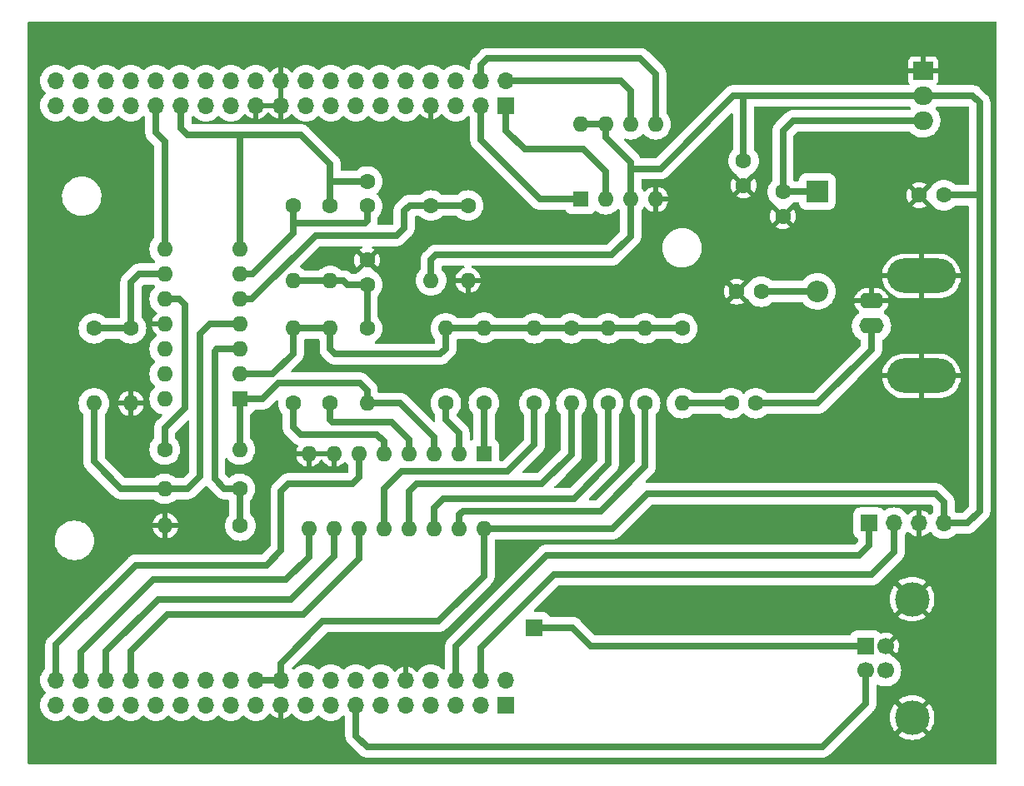
<source format=gbr>
%TF.GenerationSoftware,KiCad,Pcbnew,(6.0.7)*%
%TF.CreationDate,2022-12-15T00:49:35-03:00*%
%TF.ProjectId,Osciloscopio,4f736369-6c6f-4736-936f-70696f2e6b69,rev?*%
%TF.SameCoordinates,Original*%
%TF.FileFunction,Copper,L1,Top*%
%TF.FilePolarity,Positive*%
%FSLAX46Y46*%
G04 Gerber Fmt 4.6, Leading zero omitted, Abs format (unit mm)*
G04 Created by KiCad (PCBNEW (6.0.7)) date 2022-12-15 00:49:35*
%MOMM*%
%LPD*%
G01*
G04 APERTURE LIST*
%TA.AperFunction,ComponentPad*%
%ADD10C,1.600000*%
%TD*%
%TA.AperFunction,ComponentPad*%
%ADD11O,1.600000X1.600000*%
%TD*%
%TA.AperFunction,ComponentPad*%
%ADD12R,1.600000X1.600000*%
%TD*%
%TA.AperFunction,ComponentPad*%
%ADD13R,2.200000X2.200000*%
%TD*%
%TA.AperFunction,ComponentPad*%
%ADD14O,2.200000X2.200000*%
%TD*%
%TA.AperFunction,ComponentPad*%
%ADD15R,1.700000X1.700000*%
%TD*%
%TA.AperFunction,ComponentPad*%
%ADD16O,1.700000X1.700000*%
%TD*%
%TA.AperFunction,ComponentPad*%
%ADD17C,1.700000*%
%TD*%
%TA.AperFunction,ComponentPad*%
%ADD18C,3.500000*%
%TD*%
%TA.AperFunction,ComponentPad*%
%ADD19R,2.000000X1.905000*%
%TD*%
%TA.AperFunction,ComponentPad*%
%ADD20O,2.000000X1.905000*%
%TD*%
%TA.AperFunction,ComponentPad*%
%ADD21O,2.500000X1.600000*%
%TD*%
%TA.AperFunction,ComponentPad*%
%ADD22O,7.000000X3.500000*%
%TD*%
%TA.AperFunction,Conductor*%
%ADD23C,0.650000*%
%TD*%
G04 APERTURE END LIST*
D10*
%TO.P,R4,1*%
%TO.N,Net-(R4-Pad1)*%
X93000000Y-76060000D03*
D11*
%TO.P,R4,2*%
%TO.N,Net-(R1-Pad1)*%
X93000000Y-68440000D03*
%TD*%
D10*
%TO.P,R11,1*%
%TO.N,Net-(R11-Pad1)*%
X51810000Y-84750000D03*
D11*
%TO.P,R11,2*%
%TO.N,3.3V*%
X44190000Y-84750000D03*
%TD*%
D12*
%TO.P,U1,1*%
%TO.N,Net-(R13-Pad2)*%
X51800000Y-75625000D03*
D11*
%TO.P,U1,2,-*%
%TO.N,Net-(R1-Pad1)*%
X51800000Y-73085000D03*
%TO.P,U1,3,+*%
%TO.N,Net-(R11-Pad1)*%
X51800000Y-70545000D03*
%TO.P,U1,4,V+*%
%TO.N,3.3V*%
X51800000Y-68005000D03*
%TO.P,U1,5,+*%
%TO.N,Net-(R16-Pad1)*%
X51800000Y-65465000D03*
%TO.P,U1,6,-*%
%TO.N,Net-(C12-Pad2)*%
X51800000Y-62925000D03*
%TO.P,U1,7*%
%TO.N,/A0*%
X51800000Y-60385000D03*
%TO.P,U1,8*%
%TO.N,/A1*%
X44180000Y-60385000D03*
%TO.P,U1,9,-*%
%TO.N,Net-(R19-Pad1)*%
X44180000Y-62925000D03*
%TO.P,U1,10,+*%
%TO.N,Net-(R18-Pad1)*%
X44180000Y-65465000D03*
%TO.P,U1,11,V-*%
%TO.N,GND*%
X44180000Y-68005000D03*
%TO.P,U1,12,+*%
%TO.N,unconnected-(U1-Pad12)*%
X44180000Y-70545000D03*
%TO.P,U1,13,-*%
%TO.N,unconnected-(U1-Pad13)*%
X44180000Y-73085000D03*
%TO.P,U1,14*%
%TO.N,unconnected-(U1-Pad14)*%
X44180000Y-75625000D03*
%TD*%
D13*
%TO.P,D6,1,K*%
%TO.N,Net-(C7-Pad1)*%
X110500000Y-54520000D03*
D14*
%TO.P,D6,2,A*%
%TO.N,/VIN*%
X110500000Y-64680000D03*
%TD*%
D10*
%TO.P,R17,1*%
%TO.N,Net-(R16-Pad1)*%
X75000000Y-55940000D03*
D11*
%TO.P,R17,2*%
%TO.N,GND*%
X75000000Y-63560000D03*
%TD*%
D15*
%TO.P,J3,1,Pin_1*%
%TO.N,/SDA*%
X115750000Y-88250000D03*
D16*
%TO.P,J3,2,Pin_2*%
%TO.N,/SCL*%
X118290000Y-88250000D03*
%TO.P,J3,3,Pin_3*%
%TO.N,GND*%
X120830000Y-88250000D03*
%TO.P,J3,4,Pin_4*%
%TO.N,3.3V*%
X123370000Y-88250000D03*
%TD*%
D10*
%TO.P,R13,1*%
%TO.N,Net-(C11-Pad2)*%
X64750000Y-68440000D03*
D11*
%TO.P,R13,2*%
%TO.N,Net-(R13-Pad2)*%
X64750000Y-76060000D03*
%TD*%
D10*
%TO.P,R1,1*%
%TO.N,Net-(R1-Pad1)*%
X96750000Y-68440000D03*
D11*
%TO.P,R1,2*%
%TO.N,Net-(C1-Pad1)*%
X96750000Y-76060000D03*
%TD*%
D10*
%TO.P,C9,1*%
%TO.N,3.3V*%
X123350000Y-54900000D03*
%TO.P,C9,2*%
%TO.N,GND*%
X120850000Y-54900000D03*
%TD*%
%TO.P,C8,1*%
%TO.N,3.3V*%
X103000000Y-51400000D03*
%TO.P,C8,2*%
%TO.N,GND*%
X103000000Y-53900000D03*
%TD*%
%TO.P,R9,1*%
%TO.N,Net-(R9-Pad1)*%
X72750000Y-76060000D03*
D11*
%TO.P,R9,2*%
%TO.N,Net-(R1-Pad1)*%
X72750000Y-68440000D03*
%TD*%
D15*
%TO.P,J4,1,VBUS*%
%TO.N,/VIN*%
X115422500Y-100750000D03*
D17*
%TO.P,J4,2,D-*%
%TO.N,/D-*%
X115422500Y-103250000D03*
%TO.P,J4,3,D+*%
%TO.N,/D+*%
X117422500Y-103250000D03*
%TO.P,J4,4,GND*%
%TO.N,GND*%
X117422500Y-100750000D03*
D18*
%TO.P,J4,5,Shield*%
X120132500Y-108020000D03*
X120132500Y-95980000D03*
%TD*%
D10*
%TO.P,R10,1*%
%TO.N,Net-(R10-Pad1)*%
X61000000Y-76060000D03*
D11*
%TO.P,R10,2*%
%TO.N,Net-(R1-Pad1)*%
X61000000Y-68440000D03*
%TD*%
D10*
%TO.P,C7,1*%
%TO.N,Net-(C7-Pad1)*%
X107000000Y-54550000D03*
%TO.P,C7,2*%
%TO.N,GND*%
X107000000Y-57050000D03*
%TD*%
%TO.P,R19,1*%
%TO.N,Net-(R19-Pad1)*%
X37000000Y-68440000D03*
D11*
%TO.P,R19,2*%
%TO.N,3.3V*%
X37000000Y-76060000D03*
%TD*%
D10*
%TO.P,R7,1*%
%TO.N,Net-(R7-Pad1)*%
X57250000Y-76060000D03*
D11*
%TO.P,R7,2*%
%TO.N,Net-(R1-Pad1)*%
X57250000Y-68440000D03*
%TD*%
D10*
%TO.P,C1,1*%
%TO.N,Net-(C1-Pad1)*%
X101750000Y-76060000D03*
%TO.P,C1,2*%
%TO.N,Net-(C1-Pad2)*%
X104250000Y-76060000D03*
%TD*%
D19*
%TO.P,U4,1,GND*%
%TO.N,GND*%
X121250000Y-42250000D03*
D20*
%TO.P,U4,2,VO*%
%TO.N,3.3V*%
X121250000Y-44790000D03*
%TO.P,U4,3,VI*%
%TO.N,Net-(C7-Pad1)*%
X121250000Y-47330000D03*
%TD*%
D10*
%TO.P,R6,1*%
%TO.N,Net-(R6-Pad1)*%
X76625000Y-76000000D03*
D11*
%TO.P,R6,2*%
%TO.N,Net-(R1-Pad1)*%
X76625000Y-68380000D03*
%TD*%
D15*
%TO.P,J1,1,Pin_1*%
%TO.N,/VIN*%
X81725000Y-98870000D03*
%TD*%
D10*
%TO.P,C6,1*%
%TO.N,/VIN*%
X104800000Y-64700000D03*
%TO.P,C6,2*%
%TO.N,GND*%
X102300000Y-64700000D03*
%TD*%
D12*
%TO.P,U5,1,~{S}*%
%TO.N,/CS*%
X86450000Y-55300000D03*
D11*
%TO.P,U5,2,Q*%
%TO.N,/MISO*%
X88990000Y-55300000D03*
%TO.P,U5,3,~{W}*%
%TO.N,3.3V*%
X91530000Y-55300000D03*
%TO.P,U5,4,VSS*%
%TO.N,GND*%
X94070000Y-55300000D03*
%TO.P,U5,5,D*%
%TO.N,/MOSI*%
X94070000Y-47680000D03*
%TO.P,U5,6,C*%
%TO.N,/SCK*%
X91530000Y-47680000D03*
%TO.P,U5,7,~{HOLD}*%
%TO.N,3.3V*%
X88990000Y-47680000D03*
%TO.P,U5,8,VCC*%
X86450000Y-47680000D03*
%TD*%
D12*
%TO.P,U2,1,A4*%
%TO.N,Net-(R6-Pad1)*%
X76625000Y-81200000D03*
D11*
%TO.P,U2,2,A6*%
%TO.N,Net-(R9-Pad1)*%
X74085000Y-81200000D03*
%TO.P,U2,3,A*%
%TO.N,Net-(R13-Pad2)*%
X71545000Y-81200000D03*
%TO.P,U2,4,A7*%
%TO.N,Net-(R10-Pad1)*%
X69005000Y-81200000D03*
%TO.P,U2,5,A5*%
%TO.N,Net-(R7-Pad1)*%
X66465000Y-81200000D03*
%TO.P,U2,6,~{E}*%
%TO.N,D0*%
X63925000Y-81200000D03*
%TO.P,U2,7,VEE*%
%TO.N,GND*%
X61385000Y-81200000D03*
%TO.P,U2,8,GND*%
X58845000Y-81200000D03*
%TO.P,U2,9,S2*%
%TO.N,D1*%
X58845000Y-88820000D03*
%TO.P,U2,10,S1*%
%TO.N,D2*%
X61385000Y-88820000D03*
%TO.P,U2,11,S0*%
%TO.N,D3*%
X63925000Y-88820000D03*
%TO.P,U2,12,A3*%
%TO.N,Net-(R5-Pad1)*%
X66465000Y-88820000D03*
%TO.P,U2,13,A0*%
%TO.N,Net-(R2-Pad2)*%
X69005000Y-88820000D03*
%TO.P,U2,14,A1*%
%TO.N,Net-(R3-Pad1)*%
X71545000Y-88820000D03*
%TO.P,U2,15,A2*%
%TO.N,Net-(R4-Pad1)*%
X74085000Y-88820000D03*
%TO.P,U2,16,VCC*%
%TO.N,3.3V*%
X76625000Y-88820000D03*
%TD*%
D10*
%TO.P,C11,1*%
%TO.N,GND*%
X64750000Y-61500000D03*
%TO.P,C11,2*%
%TO.N,Net-(C11-Pad2)*%
X64750000Y-64000000D03*
%TD*%
%TO.P,R14,1*%
%TO.N,Net-(C12-Pad2)*%
X57250000Y-56000000D03*
D11*
%TO.P,R14,2*%
%TO.N,Net-(C11-Pad2)*%
X57250000Y-63620000D03*
%TD*%
D10*
%TO.P,R16,1*%
%TO.N,Net-(R16-Pad1)*%
X71250000Y-55940000D03*
D11*
%TO.P,R16,2*%
%TO.N,3.3V*%
X71250000Y-63560000D03*
%TD*%
D10*
%TO.P,R2,1*%
%TO.N,Net-(R1-Pad1)*%
X85500000Y-68440000D03*
D11*
%TO.P,R2,2*%
%TO.N,Net-(R2-Pad2)*%
X85500000Y-76060000D03*
%TD*%
D10*
%TO.P,R12,1*%
%TO.N,Net-(R11-Pad1)*%
X51870000Y-88500000D03*
D11*
%TO.P,R12,2*%
%TO.N,GND*%
X44250000Y-88500000D03*
%TD*%
D15*
%TO.P,CN2,1,Pin_1*%
%TO.N,unconnected-(CN2-Pad1)*%
X78850000Y-106750000D03*
D16*
%TO.P,CN2,2,Pin_2*%
%TO.N,unconnected-(CN2-Pad2)*%
X78850000Y-104210000D03*
%TO.P,CN2,3,Pin_3*%
%TO.N,unconnected-(CN2-Pad3)*%
X76310000Y-106750000D03*
%TO.P,CN2,4,Pin_4*%
%TO.N,/SCL*%
X76310000Y-104210000D03*
%TO.P,CN2,5,Pin_5*%
%TO.N,unconnected-(CN2-Pad5)*%
X73770000Y-106750000D03*
%TO.P,CN2,6,Pin_6*%
%TO.N,/SDA*%
X73770000Y-104210000D03*
%TO.P,CN2,7,Pin_7*%
%TO.N,unconnected-(CN2-Pad7)*%
X71230000Y-106750000D03*
%TO.P,CN2,8,Pin_8*%
%TO.N,unconnected-(CN2-Pad8)*%
X71230000Y-104210000D03*
%TO.P,CN2,9,Pin_9*%
%TO.N,unconnected-(CN2-Pad9)*%
X68690000Y-106750000D03*
%TO.P,CN2,10,Pin_10*%
%TO.N,GND*%
X68690000Y-104210000D03*
%TO.P,CN2,11,Pin_11*%
%TO.N,/D+*%
X66150000Y-106750000D03*
%TO.P,CN2,12,Pin_12*%
%TO.N,unconnected-(CN2-Pad12)*%
X66150000Y-104210000D03*
%TO.P,CN2,13,Pin_13*%
%TO.N,/D-*%
X63610000Y-106750000D03*
%TO.P,CN2,14,Pin_14*%
%TO.N,unconnected-(CN2-Pad14)*%
X63610000Y-104210000D03*
%TO.P,CN2,15,Pin_15*%
%TO.N,unconnected-(CN2-Pad15)*%
X61070000Y-106750000D03*
%TO.P,CN2,16,Pin_16*%
%TO.N,unconnected-(CN2-Pad16)*%
X61070000Y-104210000D03*
%TO.P,CN2,17,Pin_17*%
%TO.N,unconnected-(CN2-Pad17)*%
X58530000Y-106750000D03*
%TO.P,CN2,18,Pin_18*%
%TO.N,unconnected-(CN2-Pad18)*%
X58530000Y-104210000D03*
%TO.P,CN2,19,Pin_19*%
%TO.N,GND*%
X55990000Y-106750000D03*
%TO.P,CN2,20,Pin_20*%
%TO.N,3.3V*%
X55990000Y-104210000D03*
%TO.P,CN2,21,Pin_21*%
%TO.N,unconnected-(CN2-Pad21)*%
X53450000Y-106750000D03*
%TO.P,CN2,22,Pin_22*%
%TO.N,3.3V*%
X53450000Y-104210000D03*
%TO.P,CN2,23,Pin_23*%
%TO.N,unconnected-(CN2-Pad23)*%
X50910000Y-106750000D03*
%TO.P,CN2,24,Pin_24*%
%TO.N,/D7*%
X50910000Y-104210000D03*
%TO.P,CN2,25,Pin_25*%
%TO.N,unconnected-(CN2-Pad25)*%
X48370000Y-106750000D03*
%TO.P,CN2,26,Pin_26*%
%TO.N,unconnected-(CN2-Pad26)*%
X48370000Y-104210000D03*
%TO.P,CN2,27,Pin_27*%
%TO.N,unconnected-(CN2-Pad27)*%
X45830000Y-106750000D03*
%TO.P,CN2,28,Pin_28*%
%TO.N,/D5*%
X45830000Y-104210000D03*
%TO.P,CN2,29,Pin_29*%
%TO.N,unconnected-(CN2-Pad29)*%
X43290000Y-106750000D03*
%TO.P,CN2,30,Pin_30*%
%TO.N,/D4*%
X43290000Y-104210000D03*
%TO.P,CN2,31,Pin_31*%
%TO.N,unconnected-(CN2-Pad31)*%
X40750000Y-106750000D03*
%TO.P,CN2,32,Pin_32*%
%TO.N,D3*%
X40750000Y-104210000D03*
%TO.P,CN2,33,Pin_33*%
%TO.N,unconnected-(CN2-Pad33)*%
X38210000Y-106750000D03*
%TO.P,CN2,34,Pin_34*%
%TO.N,D2*%
X38210000Y-104210000D03*
%TO.P,CN2,35,Pin_35*%
%TO.N,unconnected-(CN2-Pad35)*%
X35670000Y-106750000D03*
%TO.P,CN2,36,Pin_36*%
%TO.N,D1*%
X35670000Y-104210000D03*
%TO.P,CN2,37,Pin_37*%
%TO.N,unconnected-(CN2-Pad37)*%
X33130000Y-106750000D03*
%TO.P,CN2,38,Pin_38*%
%TO.N,D0*%
X33130000Y-104210000D03*
%TD*%
D21*
%TO.P,J2,1,In*%
%TO.N,Net-(C1-Pad2)*%
X116000000Y-68200000D03*
%TO.P,J2,2,Ext*%
%TO.N,GND*%
X116000000Y-65660000D03*
D22*
X121080000Y-73280000D03*
X121080000Y-63120000D03*
%TD*%
D15*
%TO.P,CN1,1,Pin_1*%
%TO.N,/MISO*%
X78850000Y-45790000D03*
D16*
%TO.P,CN1,2,Pin_2*%
%TO.N,/SCK*%
X78850000Y-43250000D03*
%TO.P,CN1,3,Pin_3*%
%TO.N,/CS*%
X76310000Y-45790000D03*
%TO.P,CN1,4,Pin_4*%
%TO.N,/MOSI*%
X76310000Y-43250000D03*
%TO.P,CN1,5,Pin_5*%
%TO.N,unconnected-(CN1-Pad5)*%
X73770000Y-45790000D03*
%TO.P,CN1,6,Pin_6*%
%TO.N,unconnected-(CN1-Pad6)*%
X73770000Y-43250000D03*
%TO.P,CN1,7,Pin_7*%
%TO.N,GND*%
X71230000Y-45790000D03*
%TO.P,CN1,8,Pin_8*%
%TO.N,unconnected-(CN1-Pad8)*%
X71230000Y-43250000D03*
%TO.P,CN1,9,Pin_9*%
%TO.N,unconnected-(CN1-Pad9)*%
X68690000Y-45790000D03*
%TO.P,CN1,10,Pin_10*%
%TO.N,unconnected-(CN1-Pad10)*%
X68690000Y-43250000D03*
%TO.P,CN1,11,Pin_11*%
%TO.N,unconnected-(CN1-Pad11)*%
X66150000Y-45790000D03*
%TO.P,CN1,12,Pin_12*%
%TO.N,unconnected-(CN1-Pad12)*%
X66150000Y-43250000D03*
%TO.P,CN1,13,Pin_13*%
%TO.N,unconnected-(CN1-Pad13)*%
X63610000Y-45790000D03*
%TO.P,CN1,14,Pin_14*%
%TO.N,unconnected-(CN1-Pad14)*%
X63610000Y-43250000D03*
%TO.P,CN1,15,Pin_15*%
%TO.N,unconnected-(CN1-Pad15)*%
X61070000Y-45790000D03*
%TO.P,CN1,16,Pin_16*%
%TO.N,unconnected-(CN1-Pad16)*%
X61070000Y-43250000D03*
%TO.P,CN1,17,Pin_17*%
%TO.N,unconnected-(CN1-Pad17)*%
X58530000Y-45790000D03*
%TO.P,CN1,18,Pin_18*%
%TO.N,unconnected-(CN1-Pad18)*%
X58530000Y-43250000D03*
%TO.P,CN1,19,Pin_19*%
%TO.N,GND*%
X55990000Y-45790000D03*
%TO.P,CN1,20,Pin_20*%
X55990000Y-43250000D03*
%TO.P,CN1,21,Pin_21*%
X53450000Y-45790000D03*
%TO.P,CN1,22,Pin_22*%
%TO.N,unconnected-(CN1-Pad22)*%
X53450000Y-43250000D03*
%TO.P,CN1,23,Pin_23*%
%TO.N,unconnected-(CN1-Pad23)*%
X50910000Y-45790000D03*
%TO.P,CN1,24,Pin_24*%
%TO.N,unconnected-(CN1-Pad24)*%
X50910000Y-43250000D03*
%TO.P,CN1,25,Pin_25*%
%TO.N,unconnected-(CN1-Pad25)*%
X48370000Y-45790000D03*
%TO.P,CN1,26,Pin_26*%
%TO.N,unconnected-(CN1-Pad26)*%
X48370000Y-43250000D03*
%TO.P,CN1,27,Pin_27*%
%TO.N,/A0*%
X45830000Y-45790000D03*
%TO.P,CN1,28,Pin_28*%
%TO.N,unconnected-(CN1-Pad28)*%
X45830000Y-43250000D03*
%TO.P,CN1,29,Pin_29*%
%TO.N,/A1*%
X43290000Y-45790000D03*
%TO.P,CN1,30,Pin_30*%
%TO.N,unconnected-(CN1-Pad30)*%
X43290000Y-43250000D03*
%TO.P,CN1,31,Pin_31*%
%TO.N,unconnected-(CN1-Pad31)*%
X40750000Y-45790000D03*
%TO.P,CN1,32,Pin_32*%
%TO.N,unconnected-(CN1-Pad32)*%
X40750000Y-43250000D03*
%TO.P,CN1,33,Pin_33*%
%TO.N,unconnected-(CN1-Pad33)*%
X38210000Y-45790000D03*
%TO.P,CN1,34,Pin_34*%
%TO.N,unconnected-(CN1-Pad34)*%
X38210000Y-43250000D03*
%TO.P,CN1,35,Pin_35*%
%TO.N,unconnected-(CN1-Pad35)*%
X35670000Y-45790000D03*
%TO.P,CN1,36,Pin_36*%
%TO.N,unconnected-(CN1-Pad36)*%
X35670000Y-43250000D03*
%TO.P,CN1,37,Pin_37*%
%TO.N,unconnected-(CN1-Pad37)*%
X33130000Y-45790000D03*
%TO.P,CN1,38,Pin_38*%
%TO.N,unconnected-(CN1-Pad38)*%
X33130000Y-43250000D03*
%TD*%
D10*
%TO.P,C12,1*%
%TO.N,/A0*%
X64750000Y-53500000D03*
%TO.P,C12,2*%
%TO.N,Net-(C12-Pad2)*%
X64750000Y-56000000D03*
%TD*%
%TO.P,R3,1*%
%TO.N,Net-(R3-Pad1)*%
X89250000Y-76060000D03*
D11*
%TO.P,R3,2*%
%TO.N,Net-(R1-Pad1)*%
X89250000Y-68440000D03*
%TD*%
D10*
%TO.P,R5,1*%
%TO.N,Net-(R5-Pad1)*%
X81750000Y-76060000D03*
D11*
%TO.P,R5,2*%
%TO.N,Net-(R1-Pad1)*%
X81750000Y-68440000D03*
%TD*%
D10*
%TO.P,R15,1*%
%TO.N,/A0*%
X61000000Y-56000000D03*
D11*
%TO.P,R15,2*%
%TO.N,Net-(C11-Pad2)*%
X61000000Y-63620000D03*
%TD*%
D10*
%TO.P,R20,1*%
%TO.N,Net-(R19-Pad1)*%
X40750000Y-68440000D03*
D11*
%TO.P,R20,2*%
%TO.N,GND*%
X40750000Y-76060000D03*
%TD*%
D10*
%TO.P,R18,1*%
%TO.N,Net-(R18-Pad1)*%
X44190000Y-80750000D03*
D11*
%TO.P,R18,2*%
%TO.N,Net-(R13-Pad2)*%
X51810000Y-80750000D03*
%TD*%
D23*
%TO.N,Net-(C1-Pad1)*%
X96750000Y-76060000D02*
X101750000Y-76060000D01*
%TO.N,Net-(C1-Pad2)*%
X104250000Y-76060000D02*
X110540000Y-76060000D01*
X110540000Y-76060000D02*
X116000000Y-70600000D01*
X116000000Y-70600000D02*
X116000000Y-68200000D01*
%TO.N,Net-(C7-Pad1)*%
X107000000Y-48370000D02*
X108040000Y-47330000D01*
X108040000Y-47330000D02*
X121250000Y-47330000D01*
X110470000Y-54550000D02*
X110500000Y-54520000D01*
X107000000Y-54550000D02*
X107000000Y-48370000D01*
X107000000Y-54550000D02*
X110470000Y-54550000D01*
%TO.N,3.3V*%
X101960000Y-44790000D02*
X103040000Y-44790000D01*
X103000000Y-51400000D02*
X103000000Y-44830000D01*
X76625000Y-93625000D02*
X76625000Y-88820000D01*
X55990000Y-102510000D02*
X60250000Y-98250000D01*
X86450000Y-47680000D02*
X88990000Y-47680000D01*
X39750000Y-84750000D02*
X44190000Y-84750000D01*
X76625000Y-88820000D02*
X89680000Y-88820000D01*
X127000000Y-87000000D02*
X127000000Y-54900000D01*
X89680000Y-88820000D02*
X93250000Y-85250000D01*
X123370000Y-86120000D02*
X123370000Y-88250000D01*
X55990000Y-104210000D02*
X55990000Y-102510000D01*
X91600000Y-52200000D02*
X94550000Y-52200000D01*
X91530000Y-55300000D02*
X91530000Y-51530000D01*
X60250000Y-98250000D02*
X72000000Y-98250000D01*
X37000000Y-76060000D02*
X37000000Y-82000000D01*
X94550000Y-52200000D02*
X101960000Y-44790000D01*
X127000000Y-45500000D02*
X126290000Y-44790000D01*
X123370000Y-88250000D02*
X125750000Y-88250000D01*
X71250000Y-61500000D02*
X71250000Y-63560000D01*
X88990000Y-47680000D02*
X88990000Y-48990000D01*
X88990000Y-48990000D02*
X91530000Y-51530000D01*
X47750000Y-69000000D02*
X47750000Y-83500000D01*
X103040000Y-44790000D02*
X121250000Y-44790000D01*
X91530000Y-55300000D02*
X91530000Y-59070000D01*
X71750000Y-61000000D02*
X71250000Y-61500000D01*
X122500000Y-85250000D02*
X123370000Y-86120000D01*
X72000000Y-98250000D02*
X76625000Y-93625000D01*
X125750000Y-88250000D02*
X127000000Y-87000000D01*
X89600000Y-61000000D02*
X71750000Y-61000000D01*
X51800000Y-68005000D02*
X48745000Y-68005000D01*
X37000000Y-82000000D02*
X39750000Y-84750000D01*
X127000000Y-54900000D02*
X127000000Y-45500000D01*
X127000000Y-54900000D02*
X123350000Y-54900000D01*
X47750000Y-83500000D02*
X46500000Y-84750000D01*
X103000000Y-44830000D02*
X103040000Y-44790000D01*
X93250000Y-85250000D02*
X122500000Y-85250000D01*
X91530000Y-59070000D02*
X89600000Y-61000000D01*
X48745000Y-68005000D02*
X47750000Y-69000000D01*
X55990000Y-104210000D02*
X53450000Y-104210000D01*
X46500000Y-84750000D02*
X44190000Y-84750000D01*
X126290000Y-44790000D02*
X121250000Y-44790000D01*
%TO.N,Net-(C11-Pad2)*%
X62750000Y-64000000D02*
X62370000Y-63620000D01*
X62370000Y-63620000D02*
X57250000Y-63620000D01*
X64750000Y-68440000D02*
X64750000Y-64000000D01*
X64750000Y-64000000D02*
X62750000Y-64000000D01*
%TO.N,Net-(C12-Pad2)*%
X64750000Y-57500000D02*
X64750000Y-56000000D01*
X53075000Y-62925000D02*
X57250000Y-58750000D01*
X51800000Y-62925000D02*
X53075000Y-62925000D01*
X64500000Y-57750000D02*
X64750000Y-57500000D01*
X57500000Y-57750000D02*
X64500000Y-57750000D01*
X57250000Y-58750000D02*
X57250000Y-56000000D01*
%TO.N,/SDA*%
X73770000Y-104210000D02*
X73770000Y-100730000D01*
X114750000Y-91500000D02*
X115750000Y-90500000D01*
X73770000Y-100730000D02*
X83000000Y-91500000D01*
X115750000Y-90500000D02*
X115750000Y-88250000D01*
X83000000Y-91500000D02*
X114750000Y-91500000D01*
%TO.N,/VIN*%
X104800000Y-64700000D02*
X110480000Y-64700000D01*
X87500000Y-100750000D02*
X85620000Y-98870000D01*
X115422500Y-100750000D02*
X87500000Y-100750000D01*
X110480000Y-64700000D02*
X110500000Y-64680000D01*
X85620000Y-98870000D02*
X81725000Y-98870000D01*
%TO.N,/SCL*%
X116000000Y-93500000D02*
X83750000Y-93500000D01*
X118290000Y-91210000D02*
X116000000Y-93500000D01*
X76310000Y-100940000D02*
X76310000Y-104210000D01*
X83750000Y-93500000D02*
X76310000Y-100940000D01*
X118290000Y-88250000D02*
X118290000Y-91210000D01*
%TO.N,/SCK*%
X91530000Y-47680000D02*
X91530000Y-44280000D01*
X91530000Y-44280000D02*
X90500000Y-43250000D01*
X90500000Y-43250000D02*
X78850000Y-43250000D01*
%TO.N,/D-*%
X115422500Y-106577500D02*
X115422500Y-103250000D01*
X63610000Y-106750000D02*
X63610000Y-109860000D01*
X63610000Y-109860000D02*
X64750000Y-111000000D01*
X111000000Y-111000000D02*
X115422500Y-106577500D01*
X64750000Y-111000000D02*
X111000000Y-111000000D01*
%TO.N,/MISO*%
X78850000Y-48350000D02*
X78850000Y-45790000D01*
X86750000Y-50250000D02*
X80750000Y-50250000D01*
X88990000Y-52490000D02*
X86750000Y-50250000D01*
X88990000Y-55300000D02*
X88990000Y-52490000D01*
X80750000Y-50250000D02*
X78850000Y-48350000D01*
%TO.N,/MOSI*%
X76310000Y-41690000D02*
X76310000Y-43250000D01*
X94070000Y-42570000D02*
X92500000Y-41000000D01*
X77000000Y-41000000D02*
X76310000Y-41690000D01*
X92500000Y-41000000D02*
X77000000Y-41000000D01*
X94070000Y-47680000D02*
X94070000Y-42570000D01*
%TO.N,/CS*%
X86450000Y-55300000D02*
X82300000Y-55300000D01*
X76310000Y-49310000D02*
X76310000Y-45790000D01*
X82300000Y-55300000D02*
X76310000Y-49310000D01*
%TO.N,Net-(R1-Pad1)*%
X61500000Y-71060000D02*
X72190000Y-71060000D01*
X61000000Y-68440000D02*
X57250000Y-68440000D01*
X57250000Y-71000000D02*
X57250000Y-68440000D01*
X61000000Y-70560000D02*
X61500000Y-71060000D01*
X61000000Y-68440000D02*
X61000000Y-70560000D01*
X51800000Y-73085000D02*
X55165000Y-73085000D01*
X55165000Y-73085000D02*
X57250000Y-71000000D01*
X72750000Y-68440000D02*
X96750000Y-68440000D01*
X72750000Y-70500000D02*
X72750000Y-68440000D01*
X72190000Y-71060000D02*
X72750000Y-70500000D01*
%TO.N,Net-(R2-Pad2)*%
X69750000Y-84250000D02*
X69005000Y-84995000D01*
X82500000Y-84250000D02*
X69750000Y-84250000D01*
X69005000Y-84995000D02*
X69005000Y-88820000D01*
X85500000Y-75870000D02*
X85500000Y-81250000D01*
X85500000Y-81250000D02*
X82500000Y-84250000D01*
%TO.N,Net-(R3-Pad1)*%
X71545000Y-88820000D02*
X71545000Y-86705000D01*
X89250000Y-82250000D02*
X89250000Y-75870000D01*
X72500000Y-85750000D02*
X85750000Y-85750000D01*
X71545000Y-86705000D02*
X72500000Y-85750000D01*
X85750000Y-85750000D02*
X89250000Y-82250000D01*
%TO.N,Net-(R4-Pad1)*%
X74085000Y-87415000D02*
X74500000Y-87000000D01*
X74500000Y-87000000D02*
X88500000Y-87000000D01*
X74085000Y-88820000D02*
X74085000Y-87415000D01*
X88500000Y-87000000D02*
X93000000Y-82500000D01*
X93000000Y-82500000D02*
X93000000Y-75870000D01*
%TO.N,Net-(R5-Pad1)*%
X66465000Y-84785000D02*
X66465000Y-88820000D01*
X68250000Y-83000000D02*
X66465000Y-84785000D01*
X81750000Y-76060000D02*
X81750000Y-80250000D01*
X81750000Y-80250000D02*
X79000000Y-83000000D01*
X79000000Y-83000000D02*
X68250000Y-83000000D01*
%TO.N,Net-(R6-Pad1)*%
X76625000Y-76000000D02*
X76625000Y-81200000D01*
%TO.N,Net-(R7-Pad1)*%
X66465000Y-81200000D02*
X66465000Y-79965000D01*
X66465000Y-79965000D02*
X65750000Y-79250000D01*
X65750000Y-79250000D02*
X58000000Y-79250000D01*
X57250000Y-78500000D02*
X57250000Y-76060000D01*
X58000000Y-79250000D02*
X57250000Y-78500000D01*
%TO.N,Net-(R9-Pad1)*%
X74085000Y-79085000D02*
X72750000Y-77750000D01*
X74085000Y-81200000D02*
X74085000Y-79085000D01*
X72750000Y-77750000D02*
X72750000Y-76060000D01*
%TO.N,Net-(R10-Pad1)*%
X61000000Y-77750000D02*
X61000000Y-76060000D01*
X69005000Y-79755000D02*
X67250000Y-78000000D01*
X67250000Y-78000000D02*
X61250000Y-78000000D01*
X61250000Y-78000000D02*
X61000000Y-77750000D01*
X69005000Y-81200000D02*
X69005000Y-79755000D01*
%TO.N,Net-(R11-Pad1)*%
X51810000Y-84750000D02*
X51810000Y-88500000D01*
X51800000Y-70545000D02*
X49455000Y-70545000D01*
X50250000Y-84750000D02*
X51810000Y-84750000D01*
X49250000Y-83750000D02*
X50250000Y-84750000D01*
X49455000Y-70545000D02*
X49250000Y-70750000D01*
X49250000Y-70750000D02*
X49250000Y-83750000D01*
%TO.N,Net-(R13-Pad2)*%
X51810000Y-75635000D02*
X51800000Y-75625000D01*
X68060000Y-76060000D02*
X71545000Y-79545000D01*
X51810000Y-80750000D02*
X51810000Y-75635000D01*
X71545000Y-79545000D02*
X71545000Y-81200000D01*
X54125000Y-75625000D02*
X55750000Y-74000000D01*
X64750000Y-74750000D02*
X64750000Y-76060000D01*
X64000000Y-74000000D02*
X64750000Y-74750000D01*
X55750000Y-74000000D02*
X64000000Y-74000000D01*
X64750000Y-76060000D02*
X68060000Y-76060000D01*
X51800000Y-75625000D02*
X54125000Y-75625000D01*
%TO.N,Net-(R16-Pad1)*%
X59500000Y-59000000D02*
X67750000Y-59000000D01*
X53035000Y-65465000D02*
X59500000Y-59000000D01*
X68500000Y-58250000D02*
X68500000Y-56500000D01*
X69060000Y-55940000D02*
X75000000Y-55940000D01*
X68500000Y-56500000D02*
X69060000Y-55940000D01*
X67750000Y-59000000D02*
X68500000Y-58250000D01*
X51800000Y-65465000D02*
X53035000Y-65465000D01*
%TO.N,Net-(R18-Pad1)*%
X46250000Y-66035000D02*
X46250000Y-76500000D01*
X45680000Y-65465000D02*
X46250000Y-66035000D01*
X44190000Y-78560000D02*
X44190000Y-80750000D01*
X46250000Y-76500000D02*
X44190000Y-78560000D01*
X44180000Y-65465000D02*
X45680000Y-65465000D01*
%TO.N,Net-(R19-Pad1)*%
X40750000Y-68440000D02*
X40750000Y-63750000D01*
X41575000Y-62925000D02*
X44180000Y-62925000D01*
X37000000Y-68440000D02*
X40750000Y-68440000D01*
X40750000Y-63750000D02*
X41575000Y-62925000D01*
%TO.N,D3*%
X58250000Y-97500000D02*
X44500000Y-97500000D01*
X63925000Y-91825000D02*
X58250000Y-97500000D01*
X63925000Y-88820000D02*
X63925000Y-91825000D01*
X44500000Y-97500000D02*
X40750000Y-101250000D01*
X40750000Y-101250000D02*
X40750000Y-104210000D01*
%TO.N,/A0*%
X46500000Y-48750000D02*
X45830000Y-48080000D01*
X61000000Y-51750000D02*
X58000000Y-48750000D01*
X61000000Y-53500000D02*
X64750000Y-53500000D01*
X51800000Y-60385000D02*
X51800000Y-48750000D01*
X58000000Y-48750000D02*
X56250000Y-48750000D01*
X61000000Y-56000000D02*
X61000000Y-53500000D01*
X56250000Y-48750000D02*
X46500000Y-48750000D01*
X45830000Y-48080000D02*
X45830000Y-45790000D01*
X61000000Y-53500000D02*
X61000000Y-51750000D01*
%TO.N,/A1*%
X44180000Y-49430000D02*
X43290000Y-48540000D01*
X43290000Y-48540000D02*
X43290000Y-45790000D01*
X44180000Y-60385000D02*
X44180000Y-49430000D01*
%TO.N,D2*%
X57000000Y-96000000D02*
X43500000Y-96000000D01*
X43500000Y-96000000D02*
X38210000Y-101290000D01*
X38210000Y-101290000D02*
X38210000Y-104210000D01*
X61385000Y-91615000D02*
X57000000Y-96000000D01*
X61385000Y-88820000D02*
X61385000Y-91615000D01*
%TO.N,D1*%
X35670000Y-104210000D02*
X35670000Y-101330000D01*
X43000000Y-94000000D02*
X56500000Y-94000000D01*
X35670000Y-101330000D02*
X43000000Y-94000000D01*
X56500000Y-94000000D02*
X58845000Y-91655000D01*
X58845000Y-91655000D02*
X58845000Y-88820000D01*
%TO.N,D0*%
X56000000Y-85000000D02*
X56750000Y-84250000D01*
X41250000Y-92500000D02*
X54500000Y-92500000D01*
X33130000Y-104210000D02*
X33130000Y-100620000D01*
X63250000Y-84250000D02*
X63925000Y-83575000D01*
X56750000Y-84250000D02*
X63250000Y-84250000D01*
X54500000Y-92500000D02*
X56000000Y-91000000D01*
X56000000Y-91000000D02*
X56000000Y-85000000D01*
X33130000Y-100620000D02*
X41250000Y-92500000D01*
X63925000Y-83575000D02*
X63925000Y-81200000D01*
%TD*%
%TA.AperFunction,Conductor*%
%TO.N,GND*%
G36*
X128691621Y-37270502D02*
G01*
X128738114Y-37324158D01*
X128749500Y-37376500D01*
X128749500Y-112623500D01*
X128729498Y-112691621D01*
X128675842Y-112738114D01*
X128623500Y-112749500D01*
X30376500Y-112749500D01*
X30308379Y-112729498D01*
X30261886Y-112675842D01*
X30250500Y-112623500D01*
X30250500Y-106750000D01*
X31524551Y-106750000D01*
X31544317Y-107001148D01*
X31545471Y-107005955D01*
X31545472Y-107005961D01*
X31562748Y-107077920D01*
X31603127Y-107246111D01*
X31605020Y-107250682D01*
X31605021Y-107250684D01*
X31670906Y-107409744D01*
X31699534Y-107478859D01*
X31831164Y-107693659D01*
X31834376Y-107697419D01*
X31834379Y-107697424D01*
X31922233Y-107800287D01*
X31994776Y-107885224D01*
X31998544Y-107888442D01*
X32182576Y-108045621D01*
X32182581Y-108045624D01*
X32186341Y-108048836D01*
X32401141Y-108180466D01*
X32405711Y-108182359D01*
X32405715Y-108182361D01*
X32629316Y-108274979D01*
X32633889Y-108276873D01*
X32718289Y-108297135D01*
X32874039Y-108334528D01*
X32874045Y-108334529D01*
X32878852Y-108335683D01*
X33130000Y-108355449D01*
X33381148Y-108335683D01*
X33385955Y-108334529D01*
X33385961Y-108334528D01*
X33541711Y-108297135D01*
X33626111Y-108276873D01*
X33630684Y-108274979D01*
X33854285Y-108182361D01*
X33854289Y-108182359D01*
X33858859Y-108180466D01*
X34073659Y-108048836D01*
X34077419Y-108045624D01*
X34077424Y-108045621D01*
X34261457Y-107888442D01*
X34261462Y-107888437D01*
X34265224Y-107885224D01*
X34304189Y-107839602D01*
X34363640Y-107800793D01*
X34434634Y-107800287D01*
X34495811Y-107839602D01*
X34534776Y-107885224D01*
X34538538Y-107888437D01*
X34538543Y-107888442D01*
X34722576Y-108045621D01*
X34722581Y-108045624D01*
X34726341Y-108048836D01*
X34941141Y-108180466D01*
X34945711Y-108182359D01*
X34945715Y-108182361D01*
X35169316Y-108274979D01*
X35173889Y-108276873D01*
X35258289Y-108297135D01*
X35414039Y-108334528D01*
X35414045Y-108334529D01*
X35418852Y-108335683D01*
X35670000Y-108355449D01*
X35921148Y-108335683D01*
X35925955Y-108334529D01*
X35925961Y-108334528D01*
X36081711Y-108297135D01*
X36166111Y-108276873D01*
X36170684Y-108274979D01*
X36394285Y-108182361D01*
X36394289Y-108182359D01*
X36398859Y-108180466D01*
X36613659Y-108048836D01*
X36617419Y-108045624D01*
X36617424Y-108045621D01*
X36801457Y-107888442D01*
X36801462Y-107888437D01*
X36805224Y-107885224D01*
X36844189Y-107839602D01*
X36903640Y-107800793D01*
X36974634Y-107800287D01*
X37035811Y-107839602D01*
X37074776Y-107885224D01*
X37078538Y-107888437D01*
X37078543Y-107888442D01*
X37262576Y-108045621D01*
X37262581Y-108045624D01*
X37266341Y-108048836D01*
X37481141Y-108180466D01*
X37485711Y-108182359D01*
X37485715Y-108182361D01*
X37709316Y-108274979D01*
X37713889Y-108276873D01*
X37798289Y-108297135D01*
X37954039Y-108334528D01*
X37954045Y-108334529D01*
X37958852Y-108335683D01*
X38210000Y-108355449D01*
X38461148Y-108335683D01*
X38465955Y-108334529D01*
X38465961Y-108334528D01*
X38621711Y-108297135D01*
X38706111Y-108276873D01*
X38710684Y-108274979D01*
X38934285Y-108182361D01*
X38934289Y-108182359D01*
X38938859Y-108180466D01*
X39153659Y-108048836D01*
X39157419Y-108045624D01*
X39157424Y-108045621D01*
X39341457Y-107888442D01*
X39341462Y-107888437D01*
X39345224Y-107885224D01*
X39384189Y-107839602D01*
X39443640Y-107800793D01*
X39514634Y-107800287D01*
X39575811Y-107839602D01*
X39614776Y-107885224D01*
X39618538Y-107888437D01*
X39618543Y-107888442D01*
X39802576Y-108045621D01*
X39802581Y-108045624D01*
X39806341Y-108048836D01*
X40021141Y-108180466D01*
X40025711Y-108182359D01*
X40025715Y-108182361D01*
X40249316Y-108274979D01*
X40253889Y-108276873D01*
X40338289Y-108297135D01*
X40494039Y-108334528D01*
X40494045Y-108334529D01*
X40498852Y-108335683D01*
X40750000Y-108355449D01*
X41001148Y-108335683D01*
X41005955Y-108334529D01*
X41005961Y-108334528D01*
X41161711Y-108297135D01*
X41246111Y-108276873D01*
X41250684Y-108274979D01*
X41474285Y-108182361D01*
X41474289Y-108182359D01*
X41478859Y-108180466D01*
X41693659Y-108048836D01*
X41697419Y-108045624D01*
X41697424Y-108045621D01*
X41881457Y-107888442D01*
X41881462Y-107888437D01*
X41885224Y-107885224D01*
X41924189Y-107839602D01*
X41983640Y-107800793D01*
X42054634Y-107800287D01*
X42115811Y-107839602D01*
X42154776Y-107885224D01*
X42158538Y-107888437D01*
X42158543Y-107888442D01*
X42342576Y-108045621D01*
X42342581Y-108045624D01*
X42346341Y-108048836D01*
X42561141Y-108180466D01*
X42565711Y-108182359D01*
X42565715Y-108182361D01*
X42789316Y-108274979D01*
X42793889Y-108276873D01*
X42878289Y-108297135D01*
X43034039Y-108334528D01*
X43034045Y-108334529D01*
X43038852Y-108335683D01*
X43290000Y-108355449D01*
X43541148Y-108335683D01*
X43545955Y-108334529D01*
X43545961Y-108334528D01*
X43701711Y-108297135D01*
X43786111Y-108276873D01*
X43790684Y-108274979D01*
X44014285Y-108182361D01*
X44014289Y-108182359D01*
X44018859Y-108180466D01*
X44233659Y-108048836D01*
X44237419Y-108045624D01*
X44237424Y-108045621D01*
X44421457Y-107888442D01*
X44421462Y-107888437D01*
X44425224Y-107885224D01*
X44464189Y-107839602D01*
X44523640Y-107800793D01*
X44594634Y-107800287D01*
X44655811Y-107839602D01*
X44694776Y-107885224D01*
X44698538Y-107888437D01*
X44698543Y-107888442D01*
X44882576Y-108045621D01*
X44882581Y-108045624D01*
X44886341Y-108048836D01*
X45101141Y-108180466D01*
X45105711Y-108182359D01*
X45105715Y-108182361D01*
X45329316Y-108274979D01*
X45333889Y-108276873D01*
X45418289Y-108297135D01*
X45574039Y-108334528D01*
X45574045Y-108334529D01*
X45578852Y-108335683D01*
X45830000Y-108355449D01*
X46081148Y-108335683D01*
X46085955Y-108334529D01*
X46085961Y-108334528D01*
X46241711Y-108297135D01*
X46326111Y-108276873D01*
X46330684Y-108274979D01*
X46554285Y-108182361D01*
X46554289Y-108182359D01*
X46558859Y-108180466D01*
X46773659Y-108048836D01*
X46777419Y-108045624D01*
X46777424Y-108045621D01*
X46961457Y-107888442D01*
X46961462Y-107888437D01*
X46965224Y-107885224D01*
X47004189Y-107839602D01*
X47063640Y-107800793D01*
X47134634Y-107800287D01*
X47195811Y-107839602D01*
X47234776Y-107885224D01*
X47238538Y-107888437D01*
X47238543Y-107888442D01*
X47422576Y-108045621D01*
X47422581Y-108045624D01*
X47426341Y-108048836D01*
X47641141Y-108180466D01*
X47645711Y-108182359D01*
X47645715Y-108182361D01*
X47869316Y-108274979D01*
X47873889Y-108276873D01*
X47958289Y-108297135D01*
X48114039Y-108334528D01*
X48114045Y-108334529D01*
X48118852Y-108335683D01*
X48370000Y-108355449D01*
X48621148Y-108335683D01*
X48625955Y-108334529D01*
X48625961Y-108334528D01*
X48781711Y-108297135D01*
X48866111Y-108276873D01*
X48870684Y-108274979D01*
X49094285Y-108182361D01*
X49094289Y-108182359D01*
X49098859Y-108180466D01*
X49313659Y-108048836D01*
X49317419Y-108045624D01*
X49317424Y-108045621D01*
X49501457Y-107888442D01*
X49501462Y-107888437D01*
X49505224Y-107885224D01*
X49544189Y-107839602D01*
X49603640Y-107800793D01*
X49674634Y-107800287D01*
X49735811Y-107839602D01*
X49774776Y-107885224D01*
X49778538Y-107888437D01*
X49778543Y-107888442D01*
X49962576Y-108045621D01*
X49962581Y-108045624D01*
X49966341Y-108048836D01*
X50181141Y-108180466D01*
X50185711Y-108182359D01*
X50185715Y-108182361D01*
X50409316Y-108274979D01*
X50413889Y-108276873D01*
X50498289Y-108297135D01*
X50654039Y-108334528D01*
X50654045Y-108334529D01*
X50658852Y-108335683D01*
X50910000Y-108355449D01*
X51161148Y-108335683D01*
X51165955Y-108334529D01*
X51165961Y-108334528D01*
X51321711Y-108297135D01*
X51406111Y-108276873D01*
X51410684Y-108274979D01*
X51634285Y-108182361D01*
X51634289Y-108182359D01*
X51638859Y-108180466D01*
X51853659Y-108048836D01*
X51857419Y-108045624D01*
X51857424Y-108045621D01*
X52041457Y-107888442D01*
X52041462Y-107888437D01*
X52045224Y-107885224D01*
X52084189Y-107839602D01*
X52143640Y-107800793D01*
X52214634Y-107800287D01*
X52275811Y-107839602D01*
X52314776Y-107885224D01*
X52318538Y-107888437D01*
X52318543Y-107888442D01*
X52502576Y-108045621D01*
X52502581Y-108045624D01*
X52506341Y-108048836D01*
X52721141Y-108180466D01*
X52725711Y-108182359D01*
X52725715Y-108182361D01*
X52949316Y-108274979D01*
X52953889Y-108276873D01*
X53038289Y-108297135D01*
X53194039Y-108334528D01*
X53194045Y-108334529D01*
X53198852Y-108335683D01*
X53450000Y-108355449D01*
X53701148Y-108335683D01*
X53705955Y-108334529D01*
X53705961Y-108334528D01*
X53861711Y-108297135D01*
X53946111Y-108276873D01*
X53950684Y-108274979D01*
X54174285Y-108182361D01*
X54174289Y-108182359D01*
X54178859Y-108180466D01*
X54393659Y-108048836D01*
X54397419Y-108045624D01*
X54397424Y-108045621D01*
X54581456Y-107888442D01*
X54585224Y-107885224D01*
X54657767Y-107800287D01*
X54745621Y-107697424D01*
X54745624Y-107697419D01*
X54748836Y-107693659D01*
X54767375Y-107663406D01*
X54820023Y-107615775D01*
X54890064Y-107604168D01*
X54955262Y-107632271D01*
X54970046Y-107646744D01*
X55033219Y-107719674D01*
X55040580Y-107726883D01*
X55204434Y-107862916D01*
X55212881Y-107868831D01*
X55396756Y-107976279D01*
X55406042Y-107980729D01*
X55605001Y-108056703D01*
X55614899Y-108059579D01*
X55718250Y-108080606D01*
X55732299Y-108079410D01*
X55736000Y-108069065D01*
X55736000Y-106622000D01*
X55756002Y-106553879D01*
X55809658Y-106507386D01*
X55862000Y-106496000D01*
X56118000Y-106496000D01*
X56186121Y-106516002D01*
X56232614Y-106569658D01*
X56244000Y-106622000D01*
X56244000Y-108068517D01*
X56248064Y-108082359D01*
X56261478Y-108084393D01*
X56268184Y-108083534D01*
X56278262Y-108081392D01*
X56482255Y-108020191D01*
X56491842Y-108016433D01*
X56683095Y-107922739D01*
X56691945Y-107917464D01*
X56865328Y-107793792D01*
X56873200Y-107787139D01*
X57017999Y-107642843D01*
X57080370Y-107608926D01*
X57151177Y-107614114D01*
X57207938Y-107656760D01*
X57214371Y-107666256D01*
X57228580Y-107689442D01*
X57231164Y-107693659D01*
X57234375Y-107697419D01*
X57234379Y-107697424D01*
X57322233Y-107800287D01*
X57394776Y-107885224D01*
X57398544Y-107888442D01*
X57582576Y-108045621D01*
X57582581Y-108045624D01*
X57586341Y-108048836D01*
X57801141Y-108180466D01*
X57805711Y-108182359D01*
X57805715Y-108182361D01*
X58029316Y-108274979D01*
X58033889Y-108276873D01*
X58118289Y-108297135D01*
X58274039Y-108334528D01*
X58274045Y-108334529D01*
X58278852Y-108335683D01*
X58530000Y-108355449D01*
X58781148Y-108335683D01*
X58785955Y-108334529D01*
X58785961Y-108334528D01*
X58941711Y-108297135D01*
X59026111Y-108276873D01*
X59030684Y-108274979D01*
X59254285Y-108182361D01*
X59254289Y-108182359D01*
X59258859Y-108180466D01*
X59473659Y-108048836D01*
X59477419Y-108045624D01*
X59477424Y-108045621D01*
X59661457Y-107888442D01*
X59661462Y-107888437D01*
X59665224Y-107885224D01*
X59704189Y-107839602D01*
X59763640Y-107800793D01*
X59834634Y-107800287D01*
X59895811Y-107839602D01*
X59934776Y-107885224D01*
X59938538Y-107888437D01*
X59938543Y-107888442D01*
X60122576Y-108045621D01*
X60122581Y-108045624D01*
X60126341Y-108048836D01*
X60341141Y-108180466D01*
X60345711Y-108182359D01*
X60345715Y-108182361D01*
X60569316Y-108274979D01*
X60573889Y-108276873D01*
X60658289Y-108297135D01*
X60814039Y-108334528D01*
X60814045Y-108334529D01*
X60818852Y-108335683D01*
X61070000Y-108355449D01*
X61321148Y-108335683D01*
X61325955Y-108334529D01*
X61325961Y-108334528D01*
X61481711Y-108297135D01*
X61566111Y-108276873D01*
X61570684Y-108274979D01*
X61794285Y-108182361D01*
X61794289Y-108182359D01*
X61798859Y-108180466D01*
X62013659Y-108048836D01*
X62017419Y-108045624D01*
X62017424Y-108045621D01*
X62201457Y-107888442D01*
X62201462Y-107888437D01*
X62205224Y-107885224D01*
X62244189Y-107839602D01*
X62303640Y-107800793D01*
X62374634Y-107800287D01*
X62435811Y-107839602D01*
X62474776Y-107885224D01*
X62490330Y-107898508D01*
X62529139Y-107957957D01*
X62534500Y-107994319D01*
X62534500Y-109758537D01*
X62533620Y-109768958D01*
X62533955Y-109768983D01*
X62533516Y-109774955D01*
X62532510Y-109780874D01*
X62532641Y-109786875D01*
X62534470Y-109870699D01*
X62534500Y-109873448D01*
X62534500Y-109911273D01*
X62535171Y-109918308D01*
X62535710Y-109927504D01*
X62536987Y-109986050D01*
X62538250Y-109991915D01*
X62543782Y-110017613D01*
X62546034Y-110032160D01*
X62549100Y-110064297D01*
X62550786Y-110070045D01*
X62550787Y-110070049D01*
X62565582Y-110120482D01*
X62567855Y-110129430D01*
X62580180Y-110186678D01*
X62582528Y-110192196D01*
X62582529Y-110192199D01*
X62592820Y-110216383D01*
X62597785Y-110230249D01*
X62606871Y-110261223D01*
X62609616Y-110266553D01*
X62609617Y-110266555D01*
X62633684Y-110313283D01*
X62637609Y-110321643D01*
X62660533Y-110375518D01*
X62678569Y-110402307D01*
X62686050Y-110414958D01*
X62700838Y-110443671D01*
X62704544Y-110448388D01*
X62704544Y-110448389D01*
X62737003Y-110489710D01*
X62742436Y-110497174D01*
X62775144Y-110545758D01*
X62778775Y-110549761D01*
X62798609Y-110569595D01*
X62808600Y-110580857D01*
X62827611Y-110605059D01*
X62832141Y-110608990D01*
X62832142Y-110608991D01*
X62873119Y-110644549D01*
X62879633Y-110650619D01*
X63917760Y-111688747D01*
X63924510Y-111696741D01*
X63924764Y-111696522D01*
X63928677Y-111701056D01*
X63932149Y-111705950D01*
X63936480Y-111710096D01*
X63997082Y-111768110D01*
X63999046Y-111770033D01*
X64025762Y-111796749D01*
X64031212Y-111801249D01*
X64038097Y-111807373D01*
X64080396Y-111847866D01*
X64085437Y-111851121D01*
X64107515Y-111865377D01*
X64119395Y-111874072D01*
X64139665Y-111890810D01*
X64144290Y-111894629D01*
X64149552Y-111897504D01*
X64195677Y-111922705D01*
X64203592Y-111927413D01*
X64252804Y-111959189D01*
X64258366Y-111961431D01*
X64258371Y-111961433D01*
X64282752Y-111971258D01*
X64296057Y-111977547D01*
X64324388Y-111993026D01*
X64380161Y-112010879D01*
X64388834Y-112014010D01*
X64443152Y-112035901D01*
X64474836Y-112042088D01*
X64489096Y-112045750D01*
X64519843Y-112055592D01*
X64564032Y-112060900D01*
X64577975Y-112062575D01*
X64587099Y-112064012D01*
X64640115Y-112074366D01*
X64640121Y-112074367D01*
X64644572Y-112075236D01*
X64649970Y-112075500D01*
X64678024Y-112075500D01*
X64693052Y-112076399D01*
X64717656Y-112079355D01*
X64717660Y-112079355D01*
X64723603Y-112080069D01*
X64729579Y-112079646D01*
X64729582Y-112079646D01*
X64783686Y-112075815D01*
X64792585Y-112075500D01*
X110898537Y-112075500D01*
X110908958Y-112076380D01*
X110908983Y-112076045D01*
X110914955Y-112076484D01*
X110920874Y-112077490D01*
X111010699Y-112075530D01*
X111013448Y-112075500D01*
X111051273Y-112075500D01*
X111058308Y-112074829D01*
X111067504Y-112074290D01*
X111103800Y-112073498D01*
X111120052Y-112073144D01*
X111120053Y-112073144D01*
X111126050Y-112073013D01*
X111157615Y-112066218D01*
X111172160Y-112063966D01*
X111204297Y-112060900D01*
X111210045Y-112059214D01*
X111210049Y-112059213D01*
X111260482Y-112044418D01*
X111269430Y-112042145D01*
X111276153Y-112040698D01*
X111326678Y-112029820D01*
X111332196Y-112027472D01*
X111332199Y-112027471D01*
X111356383Y-112017180D01*
X111370250Y-112012215D01*
X111395466Y-112004818D01*
X111395468Y-112004817D01*
X111401223Y-112003129D01*
X111453283Y-111976316D01*
X111461643Y-111972391D01*
X111510000Y-111951815D01*
X111510001Y-111951815D01*
X111515518Y-111949467D01*
X111542307Y-111931431D01*
X111554958Y-111923950D01*
X111583671Y-111909162D01*
X111629713Y-111872995D01*
X111637178Y-111867561D01*
X111681984Y-111837397D01*
X111681986Y-111837395D01*
X111685758Y-111834856D01*
X111689761Y-111831225D01*
X111709595Y-111811391D01*
X111720857Y-111801400D01*
X111740341Y-111786095D01*
X111745059Y-111782389D01*
X111784551Y-111736879D01*
X111790620Y-111730366D01*
X113732130Y-109788856D01*
X118729101Y-109788856D01*
X118735559Y-109798216D01*
X118751861Y-109812512D01*
X118758401Y-109817530D01*
X118997644Y-109977387D01*
X119004781Y-109981508D01*
X119262849Y-110108772D01*
X119270453Y-110111922D01*
X119542920Y-110204412D01*
X119550883Y-110206546D01*
X119833100Y-110262683D01*
X119841251Y-110263756D01*
X120128381Y-110282575D01*
X120136619Y-110282575D01*
X120423749Y-110263756D01*
X120431900Y-110262683D01*
X120714117Y-110206546D01*
X120722080Y-110204412D01*
X120994547Y-110111922D01*
X121002151Y-110108772D01*
X121260219Y-109981508D01*
X121267356Y-109977387D01*
X121506599Y-109817530D01*
X121513139Y-109812512D01*
X121527574Y-109799853D01*
X121535972Y-109786614D01*
X121530138Y-109776849D01*
X120145310Y-108392020D01*
X120131369Y-108384408D01*
X120129534Y-108384539D01*
X120122920Y-108388790D01*
X118736616Y-109775095D01*
X118729101Y-109788856D01*
X113732130Y-109788856D01*
X115496867Y-108024119D01*
X117869925Y-108024119D01*
X117888744Y-108311249D01*
X117889817Y-108319400D01*
X117945954Y-108601617D01*
X117948088Y-108609580D01*
X118040578Y-108882047D01*
X118043728Y-108889651D01*
X118170992Y-109147718D01*
X118175113Y-109154855D01*
X118334970Y-109394099D01*
X118339988Y-109400639D01*
X118352647Y-109415074D01*
X118365886Y-109423472D01*
X118375651Y-109417638D01*
X119760480Y-108032810D01*
X119766857Y-108021131D01*
X120496908Y-108021131D01*
X120497039Y-108022966D01*
X120501290Y-108029580D01*
X121887595Y-109415884D01*
X121901356Y-109423399D01*
X121910716Y-109416941D01*
X121925012Y-109400639D01*
X121930030Y-109394099D01*
X122089887Y-109154855D01*
X122094008Y-109147718D01*
X122221272Y-108889651D01*
X122224422Y-108882047D01*
X122316912Y-108609580D01*
X122319046Y-108601617D01*
X122375183Y-108319400D01*
X122376256Y-108311249D01*
X122395075Y-108024119D01*
X122395075Y-108015881D01*
X122376256Y-107728751D01*
X122375183Y-107720600D01*
X122319046Y-107438383D01*
X122316912Y-107430420D01*
X122224422Y-107157953D01*
X122221272Y-107150349D01*
X122094008Y-106892282D01*
X122089887Y-106885145D01*
X121930030Y-106645901D01*
X121925012Y-106639361D01*
X121912353Y-106624926D01*
X121899114Y-106616528D01*
X121889349Y-106622362D01*
X120504520Y-108007190D01*
X120496908Y-108021131D01*
X119766857Y-108021131D01*
X119768092Y-108018869D01*
X119767961Y-108017034D01*
X119763710Y-108010420D01*
X118377405Y-106624116D01*
X118363644Y-106616601D01*
X118354284Y-106623059D01*
X118339988Y-106639361D01*
X118334970Y-106645901D01*
X118175113Y-106885145D01*
X118170992Y-106892282D01*
X118043728Y-107150349D01*
X118040578Y-107157953D01*
X117948088Y-107430420D01*
X117945954Y-107438383D01*
X117889817Y-107720600D01*
X117888744Y-107728751D01*
X117869925Y-108015881D01*
X117869925Y-108024119D01*
X115496867Y-108024119D01*
X116111242Y-107409744D01*
X116119240Y-107402990D01*
X116119021Y-107402737D01*
X116123557Y-107398822D01*
X116128450Y-107395351D01*
X116190632Y-107330395D01*
X116192555Y-107328431D01*
X116219248Y-107301738D01*
X116223737Y-107296302D01*
X116229865Y-107289412D01*
X116237857Y-107281063D01*
X116270366Y-107247104D01*
X116273612Y-107242078D01*
X116273620Y-107242067D01*
X116287885Y-107219975D01*
X116296578Y-107208097D01*
X116313311Y-107187833D01*
X116317129Y-107183210D01*
X116321924Y-107174435D01*
X116345205Y-107131823D01*
X116349913Y-107123908D01*
X116381689Y-107074696D01*
X116383931Y-107069134D01*
X116383933Y-107069129D01*
X116393758Y-107044748D01*
X116400047Y-107031443D01*
X116415526Y-107003112D01*
X116433380Y-106947336D01*
X116436510Y-106938666D01*
X116458401Y-106884348D01*
X116464588Y-106852664D01*
X116468250Y-106838403D01*
X116476266Y-106813362D01*
X116476266Y-106813360D01*
X116478092Y-106807657D01*
X116485076Y-106749520D01*
X116486513Y-106740400D01*
X116496867Y-106687376D01*
X116497736Y-106682928D01*
X116498000Y-106677530D01*
X116498000Y-106649468D01*
X116498899Y-106634441D01*
X116501854Y-106609845D01*
X116501854Y-106609840D01*
X116502568Y-106603897D01*
X116500839Y-106579465D01*
X116498315Y-106543823D01*
X116498000Y-106534925D01*
X116498000Y-106253386D01*
X118729028Y-106253386D01*
X118734862Y-106263151D01*
X120119690Y-107647980D01*
X120133631Y-107655592D01*
X120135466Y-107655461D01*
X120142080Y-107651210D01*
X121528384Y-106264905D01*
X121535899Y-106251144D01*
X121529441Y-106241784D01*
X121513139Y-106227488D01*
X121506599Y-106222470D01*
X121267356Y-106062613D01*
X121260219Y-106058492D01*
X121002151Y-105931228D01*
X120994547Y-105928078D01*
X120722080Y-105835588D01*
X120714117Y-105833454D01*
X120431900Y-105777317D01*
X120423749Y-105776244D01*
X120136619Y-105757425D01*
X120128381Y-105757425D01*
X119841251Y-105776244D01*
X119833100Y-105777317D01*
X119550883Y-105833454D01*
X119542920Y-105835588D01*
X119270453Y-105928078D01*
X119262849Y-105931228D01*
X119004782Y-106058492D01*
X118997645Y-106062613D01*
X118758401Y-106222470D01*
X118751861Y-106227488D01*
X118737426Y-106240147D01*
X118729028Y-106253386D01*
X116498000Y-106253386D01*
X116498000Y-104785567D01*
X116518002Y-104717446D01*
X116571658Y-104670953D01*
X116641932Y-104660849D01*
X116684680Y-104676273D01*
X116685007Y-104675631D01*
X116689421Y-104677880D01*
X116693641Y-104680466D01*
X116698211Y-104682359D01*
X116698215Y-104682361D01*
X116801508Y-104725146D01*
X116926389Y-104776873D01*
X117010789Y-104797135D01*
X117166539Y-104834528D01*
X117166545Y-104834529D01*
X117171352Y-104835683D01*
X117422500Y-104855449D01*
X117673648Y-104835683D01*
X117678455Y-104834529D01*
X117678461Y-104834528D01*
X117834211Y-104797135D01*
X117918611Y-104776873D01*
X118043492Y-104725146D01*
X118146785Y-104682361D01*
X118146789Y-104682359D01*
X118151359Y-104680466D01*
X118366159Y-104548836D01*
X118369919Y-104545624D01*
X118369924Y-104545621D01*
X118553962Y-104388437D01*
X118553963Y-104388436D01*
X118557724Y-104385224D01*
X118703169Y-104214930D01*
X118718121Y-104197424D01*
X118718124Y-104197419D01*
X118721336Y-104193659D01*
X118852966Y-103978859D01*
X118857321Y-103968347D01*
X118947479Y-103750684D01*
X118947480Y-103750682D01*
X118949373Y-103746111D01*
X118987101Y-103588962D01*
X119007028Y-103505961D01*
X119007029Y-103505955D01*
X119008183Y-103501148D01*
X119027949Y-103250000D01*
X119008183Y-102998852D01*
X119000220Y-102965681D01*
X118969635Y-102838289D01*
X118949373Y-102753889D01*
X118887676Y-102604939D01*
X118854861Y-102525715D01*
X118854859Y-102525711D01*
X118852966Y-102521141D01*
X118721336Y-102306341D01*
X118718124Y-102302581D01*
X118718121Y-102302576D01*
X118560937Y-102118538D01*
X118557724Y-102114776D01*
X118444845Y-102018368D01*
X118369924Y-101954379D01*
X118369919Y-101954376D01*
X118366159Y-101951164D01*
X118167384Y-101829354D01*
X118155579Y-101822120D01*
X118151359Y-101819534D01*
X118146782Y-101817638D01*
X118142869Y-101816017D01*
X118101994Y-101788704D01*
X117152385Y-100839095D01*
X117118359Y-100776783D01*
X117120194Y-100751132D01*
X117786908Y-100751132D01*
X117787039Y-100752965D01*
X117791290Y-100759580D01*
X118532974Y-101501264D01*
X118544984Y-101507823D01*
X118556723Y-101498855D01*
X118587504Y-101456019D01*
X118592815Y-101447180D01*
X118687170Y-101256267D01*
X118690969Y-101246672D01*
X118752876Y-101042915D01*
X118755055Y-101032834D01*
X118783090Y-100819887D01*
X118783609Y-100813212D01*
X118785072Y-100753364D01*
X118784878Y-100746646D01*
X118767281Y-100532604D01*
X118765596Y-100522424D01*
X118713714Y-100315875D01*
X118710394Y-100306124D01*
X118625472Y-100110814D01*
X118620605Y-100101739D01*
X118555563Y-100001197D01*
X118544877Y-99991995D01*
X118535312Y-99996398D01*
X117794522Y-100737188D01*
X117786908Y-100751132D01*
X117120194Y-100751132D01*
X117123424Y-100705968D01*
X117152385Y-100660905D01*
X118175889Y-99637401D01*
X118182910Y-99624544D01*
X118176111Y-99615213D01*
X118172054Y-99612518D01*
X117985617Y-99509599D01*
X117976205Y-99505369D01*
X117775459Y-99434280D01*
X117765489Y-99431646D01*
X117555827Y-99394301D01*
X117545573Y-99393331D01*
X117332616Y-99390728D01*
X117322332Y-99391448D01*
X117111821Y-99423661D01*
X117101793Y-99426050D01*
X116993092Y-99461578D01*
X116922128Y-99463729D01*
X116865565Y-99429755D01*
X116864666Y-99430655D01*
X116827277Y-99393331D01*
X116740811Y-99307016D01*
X116718263Y-99293117D01*
X116692880Y-99277471D01*
X116591834Y-99215186D01*
X116584885Y-99212881D01*
X116432259Y-99162256D01*
X116432257Y-99162255D01*
X116425728Y-99160090D01*
X116322366Y-99149500D01*
X114522634Y-99149500D01*
X114519388Y-99149837D01*
X114519384Y-99149837D01*
X114424839Y-99159647D01*
X114424835Y-99159648D01*
X114417981Y-99160359D01*
X114411445Y-99162540D01*
X114411443Y-99162540D01*
X114272360Y-99208942D01*
X114251971Y-99215744D01*
X114103155Y-99307834D01*
X113979516Y-99431689D01*
X113887686Y-99580666D01*
X113885199Y-99588165D01*
X113884972Y-99588492D01*
X113882288Y-99594248D01*
X113881303Y-99593789D01*
X113844771Y-99646524D01*
X113779208Y-99673764D01*
X113765605Y-99674500D01*
X87997677Y-99674500D01*
X87929556Y-99654498D01*
X87908582Y-99637595D01*
X86452240Y-98181253D01*
X86445490Y-98173259D01*
X86445236Y-98173478D01*
X86441323Y-98168944D01*
X86437851Y-98164050D01*
X86372918Y-98101890D01*
X86370954Y-98099967D01*
X86344238Y-98073251D01*
X86338788Y-98068751D01*
X86331896Y-98062621D01*
X86289604Y-98022134D01*
X86262485Y-98004623D01*
X86250605Y-97995928D01*
X86230332Y-97979187D01*
X86230327Y-97979183D01*
X86225710Y-97975371D01*
X86174329Y-97947298D01*
X86166395Y-97942578D01*
X86122237Y-97914066D01*
X86122238Y-97914066D01*
X86117196Y-97910811D01*
X86087260Y-97898747D01*
X86073950Y-97892455D01*
X86050874Y-97879847D01*
X86050866Y-97879844D01*
X86045612Y-97876973D01*
X86039910Y-97875148D01*
X86039906Y-97875146D01*
X86007303Y-97864710D01*
X85989836Y-97859119D01*
X85981157Y-97855985D01*
X85932419Y-97836343D01*
X85932408Y-97836340D01*
X85926848Y-97834099D01*
X85920961Y-97832949D01*
X85920960Y-97832949D01*
X85895162Y-97827911D01*
X85880909Y-97824252D01*
X85850157Y-97814408D01*
X85792017Y-97807424D01*
X85782910Y-97805990D01*
X85725428Y-97794764D01*
X85720030Y-97794500D01*
X85691975Y-97794500D01*
X85676947Y-97793601D01*
X85652343Y-97790645D01*
X85652339Y-97790645D01*
X85646396Y-97789931D01*
X85640420Y-97790354D01*
X85640417Y-97790354D01*
X85586313Y-97794185D01*
X85577414Y-97794500D01*
X83381751Y-97794500D01*
X83313630Y-97774498D01*
X83291411Y-97748856D01*
X118729101Y-97748856D01*
X118735559Y-97758216D01*
X118751861Y-97772512D01*
X118758401Y-97777530D01*
X118997644Y-97937387D01*
X119004781Y-97941508D01*
X119262849Y-98068772D01*
X119270453Y-98071922D01*
X119542920Y-98164412D01*
X119550883Y-98166546D01*
X119833100Y-98222683D01*
X119841251Y-98223756D01*
X120128381Y-98242575D01*
X120136619Y-98242575D01*
X120423749Y-98223756D01*
X120431900Y-98222683D01*
X120714117Y-98166546D01*
X120722080Y-98164412D01*
X120994547Y-98071922D01*
X121002151Y-98068772D01*
X121260219Y-97941508D01*
X121267356Y-97937387D01*
X121506599Y-97777530D01*
X121513139Y-97772512D01*
X121527574Y-97759853D01*
X121535972Y-97746614D01*
X121530138Y-97736849D01*
X120145310Y-96352020D01*
X120131369Y-96344408D01*
X120129534Y-96344539D01*
X120122920Y-96348790D01*
X118736616Y-97735095D01*
X118729101Y-97748856D01*
X83291411Y-97748856D01*
X83267137Y-97720842D01*
X83262228Y-97708377D01*
X83261576Y-97706424D01*
X83261575Y-97706422D01*
X83259256Y-97699471D01*
X83167166Y-97550655D01*
X83043311Y-97427016D01*
X82894334Y-97335186D01*
X82887385Y-97332881D01*
X82734759Y-97282256D01*
X82734757Y-97282255D01*
X82728228Y-97280090D01*
X82624866Y-97269500D01*
X81805677Y-97269500D01*
X81737556Y-97249498D01*
X81691063Y-97195842D01*
X81680959Y-97125568D01*
X81710453Y-97060988D01*
X81716582Y-97054405D01*
X82786868Y-95984119D01*
X117869925Y-95984119D01*
X117888744Y-96271249D01*
X117889817Y-96279400D01*
X117945954Y-96561617D01*
X117948088Y-96569580D01*
X118040578Y-96842047D01*
X118043728Y-96849651D01*
X118170992Y-97107718D01*
X118175113Y-97114855D01*
X118334970Y-97354099D01*
X118339988Y-97360639D01*
X118352647Y-97375074D01*
X118365886Y-97383472D01*
X118375651Y-97377638D01*
X119760480Y-95992810D01*
X119766857Y-95981131D01*
X120496908Y-95981131D01*
X120497039Y-95982966D01*
X120501290Y-95989580D01*
X121887595Y-97375884D01*
X121901356Y-97383399D01*
X121910716Y-97376941D01*
X121925012Y-97360639D01*
X121930030Y-97354099D01*
X122089887Y-97114855D01*
X122094008Y-97107718D01*
X122221272Y-96849651D01*
X122224422Y-96842047D01*
X122316912Y-96569580D01*
X122319046Y-96561617D01*
X122375183Y-96279400D01*
X122376256Y-96271249D01*
X122395075Y-95984119D01*
X122395075Y-95975881D01*
X122376256Y-95688751D01*
X122375183Y-95680600D01*
X122319046Y-95398383D01*
X122316912Y-95390420D01*
X122224422Y-95117953D01*
X122221272Y-95110349D01*
X122094008Y-94852282D01*
X122089887Y-94845145D01*
X121930030Y-94605901D01*
X121925012Y-94599361D01*
X121912353Y-94584926D01*
X121899114Y-94576528D01*
X121889349Y-94582362D01*
X120504520Y-95967190D01*
X120496908Y-95981131D01*
X119766857Y-95981131D01*
X119768092Y-95978869D01*
X119767961Y-95977034D01*
X119763710Y-95970420D01*
X118377405Y-94584116D01*
X118363644Y-94576601D01*
X118354284Y-94583059D01*
X118339988Y-94599361D01*
X118334970Y-94605901D01*
X118175113Y-94845145D01*
X118170992Y-94852282D01*
X118043728Y-95110349D01*
X118040578Y-95117953D01*
X117948088Y-95390420D01*
X117945954Y-95398383D01*
X117889817Y-95680600D01*
X117888744Y-95688751D01*
X117869925Y-95975881D01*
X117869925Y-95984119D01*
X82786868Y-95984119D01*
X84158582Y-94612405D01*
X84220894Y-94578379D01*
X84247677Y-94575500D01*
X115898537Y-94575500D01*
X115908958Y-94576380D01*
X115908983Y-94576045D01*
X115914955Y-94576484D01*
X115920874Y-94577490D01*
X116010699Y-94575530D01*
X116013448Y-94575500D01*
X116051273Y-94575500D01*
X116058308Y-94574829D01*
X116067504Y-94574290D01*
X116103800Y-94573498D01*
X116120052Y-94573144D01*
X116120053Y-94573144D01*
X116126050Y-94573013D01*
X116157615Y-94566218D01*
X116172160Y-94563966D01*
X116204297Y-94560900D01*
X116210045Y-94559214D01*
X116210049Y-94559213D01*
X116260482Y-94544418D01*
X116269430Y-94542145D01*
X116276153Y-94540698D01*
X116326678Y-94529820D01*
X116332196Y-94527472D01*
X116332199Y-94527471D01*
X116356383Y-94517180D01*
X116370250Y-94512215D01*
X116395466Y-94504818D01*
X116395468Y-94504817D01*
X116401223Y-94503129D01*
X116453283Y-94476316D01*
X116461643Y-94472391D01*
X116510000Y-94451815D01*
X116510001Y-94451815D01*
X116515518Y-94449467D01*
X116542307Y-94431431D01*
X116554958Y-94423950D01*
X116583671Y-94409162D01*
X116629713Y-94372995D01*
X116637178Y-94367561D01*
X116681984Y-94337397D01*
X116681986Y-94337395D01*
X116685758Y-94334856D01*
X116689761Y-94331225D01*
X116709595Y-94311391D01*
X116720857Y-94301400D01*
X116740342Y-94286095D01*
X116740346Y-94286091D01*
X116745059Y-94282389D01*
X116763368Y-94261291D01*
X116784550Y-94236881D01*
X116790619Y-94230368D01*
X116807601Y-94213386D01*
X118729028Y-94213386D01*
X118734862Y-94223151D01*
X120119690Y-95607980D01*
X120133631Y-95615592D01*
X120135466Y-95615461D01*
X120142080Y-95611210D01*
X121528384Y-94224905D01*
X121535899Y-94211144D01*
X121529441Y-94201784D01*
X121513139Y-94187488D01*
X121506599Y-94182470D01*
X121267356Y-94022613D01*
X121260219Y-94018492D01*
X121002151Y-93891228D01*
X120994547Y-93888078D01*
X120722080Y-93795588D01*
X120714117Y-93793454D01*
X120431900Y-93737317D01*
X120423749Y-93736244D01*
X120136619Y-93717425D01*
X120128381Y-93717425D01*
X119841251Y-93736244D01*
X119833100Y-93737317D01*
X119550883Y-93793454D01*
X119542920Y-93795588D01*
X119270453Y-93888078D01*
X119262849Y-93891228D01*
X119004782Y-94018492D01*
X118997645Y-94022613D01*
X118758401Y-94182470D01*
X118751861Y-94187488D01*
X118737426Y-94200147D01*
X118729028Y-94213386D01*
X116807601Y-94213386D01*
X118978747Y-92042240D01*
X118986741Y-92035490D01*
X118986522Y-92035236D01*
X118991056Y-92031323D01*
X118995950Y-92027851D01*
X119058110Y-91962918D01*
X119060033Y-91960954D01*
X119086749Y-91934238D01*
X119091249Y-91928788D01*
X119097379Y-91921896D01*
X119110183Y-91908521D01*
X119137866Y-91879604D01*
X119155377Y-91852485D01*
X119164072Y-91840605D01*
X119180813Y-91820332D01*
X119180817Y-91820327D01*
X119184629Y-91815710D01*
X119212702Y-91764329D01*
X119217422Y-91756395D01*
X119245934Y-91712237D01*
X119249189Y-91707196D01*
X119261253Y-91677260D01*
X119267545Y-91663950D01*
X119280153Y-91640874D01*
X119280156Y-91640866D01*
X119283027Y-91635612D01*
X119285782Y-91627008D01*
X119300879Y-91579842D01*
X119304015Y-91571157D01*
X119323657Y-91522419D01*
X119323660Y-91522408D01*
X119325901Y-91516848D01*
X119332089Y-91485161D01*
X119335748Y-91470909D01*
X119345592Y-91440157D01*
X119352576Y-91382017D01*
X119354012Y-91372899D01*
X119356306Y-91361157D01*
X119365236Y-91315428D01*
X119365500Y-91310030D01*
X119365500Y-91281975D01*
X119366399Y-91266947D01*
X119369355Y-91242343D01*
X119369355Y-91242339D01*
X119370069Y-91236396D01*
X119369628Y-91230157D01*
X119365815Y-91176313D01*
X119365500Y-91167414D01*
X119365500Y-89494319D01*
X119385502Y-89426198D01*
X119409669Y-89398509D01*
X119425224Y-89385224D01*
X119464304Y-89339467D01*
X119585621Y-89197424D01*
X119585624Y-89197419D01*
X119588836Y-89193659D01*
X119607375Y-89163406D01*
X119660023Y-89115775D01*
X119730064Y-89104168D01*
X119795262Y-89132271D01*
X119810046Y-89146744D01*
X119873219Y-89219674D01*
X119880580Y-89226883D01*
X120044434Y-89362916D01*
X120052881Y-89368831D01*
X120236756Y-89476279D01*
X120246042Y-89480729D01*
X120445001Y-89556703D01*
X120454899Y-89559579D01*
X120558250Y-89580606D01*
X120572299Y-89579410D01*
X120576000Y-89569065D01*
X120576000Y-86933102D01*
X120572082Y-86919758D01*
X120557806Y-86917771D01*
X120519324Y-86923660D01*
X120509288Y-86926051D01*
X120306868Y-86992212D01*
X120297359Y-86996209D01*
X120108463Y-87094542D01*
X120099738Y-87100036D01*
X119929433Y-87227905D01*
X119921726Y-87234748D01*
X119805208Y-87356677D01*
X119743684Y-87392107D01*
X119672771Y-87388650D01*
X119614985Y-87347404D01*
X119606682Y-87335461D01*
X119591427Y-87310567D01*
X119591419Y-87310556D01*
X119588836Y-87306341D01*
X119585625Y-87302581D01*
X119585621Y-87302576D01*
X119428437Y-87118538D01*
X119428436Y-87118537D01*
X119425224Y-87114776D01*
X119407052Y-87099256D01*
X119237424Y-86954379D01*
X119237419Y-86954376D01*
X119233659Y-86951164D01*
X119018859Y-86819534D01*
X119014289Y-86817641D01*
X119014285Y-86817639D01*
X118790684Y-86725021D01*
X118790682Y-86725020D01*
X118786111Y-86723127D01*
X118701711Y-86702865D01*
X118545961Y-86665472D01*
X118545955Y-86665471D01*
X118541148Y-86664317D01*
X118290000Y-86644551D01*
X118038852Y-86664317D01*
X118034045Y-86665471D01*
X118034039Y-86665472D01*
X117878289Y-86702865D01*
X117793889Y-86723127D01*
X117789318Y-86725020D01*
X117789316Y-86725021D01*
X117565715Y-86817639D01*
X117565711Y-86817641D01*
X117561141Y-86819534D01*
X117556921Y-86822120D01*
X117347997Y-86950149D01*
X117279463Y-86968687D01*
X117211787Y-86947231D01*
X117192985Y-86929834D01*
X117192166Y-86930655D01*
X117073491Y-86812187D01*
X117068311Y-86807016D01*
X116919334Y-86715186D01*
X116827071Y-86684583D01*
X116759759Y-86662256D01*
X116759757Y-86662255D01*
X116753228Y-86660090D01*
X116649866Y-86649500D01*
X114850134Y-86649500D01*
X114846888Y-86649837D01*
X114846884Y-86649837D01*
X114752339Y-86659647D01*
X114752335Y-86659648D01*
X114745481Y-86660359D01*
X114738945Y-86662540D01*
X114738943Y-86662540D01*
X114672872Y-86684583D01*
X114579471Y-86715744D01*
X114430655Y-86807834D01*
X114307016Y-86931689D01*
X114303176Y-86937919D01*
X114303175Y-86937920D01*
X114293030Y-86954379D01*
X114215186Y-87080666D01*
X114212881Y-87087614D01*
X114212881Y-87087615D01*
X114166687Y-87226884D01*
X114160090Y-87246772D01*
X114149500Y-87350134D01*
X114149500Y-89149866D01*
X114149837Y-89153112D01*
X114149837Y-89153116D01*
X114157433Y-89226316D01*
X114160359Y-89254519D01*
X114162540Y-89261055D01*
X114162540Y-89261057D01*
X114202710Y-89381462D01*
X114215744Y-89420529D01*
X114307834Y-89569345D01*
X114431689Y-89692984D01*
X114580666Y-89784814D01*
X114588165Y-89787301D01*
X114588492Y-89787528D01*
X114594248Y-89790212D01*
X114593789Y-89791197D01*
X114646524Y-89827729D01*
X114673764Y-89893292D01*
X114674500Y-89906895D01*
X114674500Y-90002323D01*
X114654498Y-90070444D01*
X114637595Y-90091418D01*
X114341418Y-90387595D01*
X114279106Y-90421621D01*
X114252323Y-90424500D01*
X83101465Y-90424500D01*
X83091045Y-90423620D01*
X83091020Y-90423955D01*
X83085043Y-90423516D01*
X83079126Y-90422510D01*
X82989301Y-90424470D01*
X82986552Y-90424500D01*
X82948727Y-90424500D01*
X82941692Y-90425171D01*
X82932496Y-90425710D01*
X82896200Y-90426502D01*
X82879948Y-90426856D01*
X82879947Y-90426856D01*
X82873950Y-90426987D01*
X82842387Y-90433782D01*
X82827840Y-90436034D01*
X82819855Y-90436795D01*
X82801673Y-90438530D01*
X82801669Y-90438531D01*
X82795703Y-90439100D01*
X82739521Y-90455581D01*
X82730577Y-90457853D01*
X82679185Y-90468917D01*
X82679180Y-90468919D01*
X82673321Y-90470180D01*
X82667805Y-90472527D01*
X82667802Y-90472528D01*
X82643617Y-90482819D01*
X82629755Y-90487782D01*
X82604537Y-90495180D01*
X82604526Y-90495184D01*
X82598777Y-90496871D01*
X82593445Y-90499617D01*
X82593443Y-90499618D01*
X82546716Y-90523684D01*
X82538358Y-90527608D01*
X82512792Y-90538487D01*
X82484482Y-90550533D01*
X82474952Y-90556949D01*
X82457707Y-90568559D01*
X82445031Y-90576055D01*
X82416329Y-90590838D01*
X82370268Y-90627020D01*
X82362820Y-90632441D01*
X82314242Y-90665145D01*
X82310238Y-90668775D01*
X82290400Y-90688613D01*
X82279139Y-90698603D01*
X82254941Y-90717611D01*
X82251010Y-90722141D01*
X82251009Y-90722142D01*
X82215457Y-90763112D01*
X82209387Y-90769626D01*
X73081253Y-99897760D01*
X73073259Y-99904510D01*
X73073478Y-99904764D01*
X73068944Y-99908677D01*
X73064050Y-99912149D01*
X73059904Y-99916480D01*
X73001890Y-99977082D01*
X72999967Y-99979046D01*
X72973251Y-100005762D01*
X72970026Y-100009668D01*
X72968757Y-100011205D01*
X72962627Y-100018097D01*
X72922134Y-100060396D01*
X72918879Y-100065437D01*
X72904623Y-100087515D01*
X72895928Y-100099395D01*
X72879187Y-100119668D01*
X72879183Y-100119673D01*
X72875371Y-100124290D01*
X72856087Y-100159585D01*
X72847298Y-100175671D01*
X72842578Y-100183605D01*
X72810811Y-100232804D01*
X72800317Y-100258843D01*
X72798748Y-100262737D01*
X72792455Y-100276050D01*
X72779847Y-100299126D01*
X72779844Y-100299134D01*
X72776973Y-100304388D01*
X72775148Y-100310090D01*
X72775146Y-100310094D01*
X72759121Y-100360158D01*
X72755985Y-100368843D01*
X72736343Y-100417581D01*
X72736340Y-100417592D01*
X72734099Y-100423152D01*
X72732949Y-100429039D01*
X72732949Y-100429040D01*
X72727911Y-100454838D01*
X72724252Y-100469091D01*
X72714408Y-100499843D01*
X72707714Y-100555569D01*
X72707425Y-100557977D01*
X72705990Y-100567090D01*
X72694764Y-100624572D01*
X72694500Y-100629970D01*
X72694500Y-100658025D01*
X72693601Y-100673053D01*
X72689931Y-100703604D01*
X72690354Y-100709580D01*
X72690354Y-100709583D01*
X72694185Y-100763687D01*
X72694500Y-100772586D01*
X72694500Y-102965681D01*
X72674498Y-103033802D01*
X72650331Y-103061491D01*
X72634776Y-103074776D01*
X72631564Y-103078537D01*
X72631561Y-103078540D01*
X72595811Y-103120398D01*
X72536360Y-103159207D01*
X72465366Y-103159713D01*
X72404189Y-103120398D01*
X72368439Y-103078540D01*
X72368436Y-103078537D01*
X72365224Y-103074776D01*
X72361459Y-103071560D01*
X72361457Y-103071558D01*
X72177424Y-102914379D01*
X72177419Y-102914376D01*
X72173659Y-102911164D01*
X71958859Y-102779534D01*
X71954289Y-102777641D01*
X71954285Y-102777639D01*
X71730684Y-102685021D01*
X71730682Y-102685020D01*
X71726111Y-102683127D01*
X71641711Y-102662865D01*
X71485961Y-102625472D01*
X71485955Y-102625471D01*
X71481148Y-102624317D01*
X71230000Y-102604551D01*
X70978852Y-102624317D01*
X70974045Y-102625471D01*
X70974039Y-102625472D01*
X70818289Y-102662865D01*
X70733889Y-102683127D01*
X70729318Y-102685020D01*
X70729316Y-102685021D01*
X70505715Y-102777639D01*
X70505711Y-102777641D01*
X70501141Y-102779534D01*
X70286341Y-102911164D01*
X70282581Y-102914376D01*
X70282576Y-102914379D01*
X70154500Y-103023767D01*
X70094776Y-103074776D01*
X70091564Y-103078537D01*
X70091563Y-103078538D01*
X69934379Y-103262576D01*
X69934376Y-103262581D01*
X69931164Y-103266341D01*
X69926314Y-103274255D01*
X69912734Y-103296416D01*
X69860086Y-103344047D01*
X69790045Y-103355654D01*
X69724847Y-103327551D01*
X69712108Y-103315381D01*
X69622806Y-103217240D01*
X69615273Y-103210215D01*
X69448139Y-103078222D01*
X69439552Y-103072517D01*
X69253117Y-102969599D01*
X69243705Y-102965369D01*
X69042959Y-102894280D01*
X69032988Y-102891646D01*
X68961837Y-102878972D01*
X68948540Y-102880432D01*
X68944000Y-102894989D01*
X68944000Y-104338000D01*
X68923998Y-104406121D01*
X68870342Y-104452614D01*
X68818000Y-104464000D01*
X68562000Y-104464000D01*
X68493879Y-104443998D01*
X68447386Y-104390342D01*
X68436000Y-104338000D01*
X68436000Y-102893102D01*
X68432082Y-102879758D01*
X68417806Y-102877771D01*
X68379324Y-102883660D01*
X68369288Y-102886051D01*
X68166868Y-102952212D01*
X68157359Y-102956209D01*
X67968463Y-103054542D01*
X67959738Y-103060036D01*
X67789433Y-103187905D01*
X67781726Y-103194748D01*
X67665208Y-103316677D01*
X67603684Y-103352107D01*
X67532771Y-103348650D01*
X67474985Y-103307404D01*
X67466682Y-103295461D01*
X67451427Y-103270567D01*
X67451419Y-103270556D01*
X67448836Y-103266341D01*
X67445625Y-103262581D01*
X67445621Y-103262576D01*
X67288437Y-103078538D01*
X67288436Y-103078537D01*
X67285224Y-103074776D01*
X67225500Y-103023767D01*
X67097424Y-102914379D01*
X67097419Y-102914376D01*
X67093659Y-102911164D01*
X66878859Y-102779534D01*
X66874289Y-102777641D01*
X66874285Y-102777639D01*
X66650684Y-102685021D01*
X66650682Y-102685020D01*
X66646111Y-102683127D01*
X66561711Y-102662865D01*
X66405961Y-102625472D01*
X66405955Y-102625471D01*
X66401148Y-102624317D01*
X66150000Y-102604551D01*
X65898852Y-102624317D01*
X65894045Y-102625471D01*
X65894039Y-102625472D01*
X65738289Y-102662865D01*
X65653889Y-102683127D01*
X65649318Y-102685020D01*
X65649316Y-102685021D01*
X65425715Y-102777639D01*
X65425711Y-102777641D01*
X65421141Y-102779534D01*
X65206341Y-102911164D01*
X65202581Y-102914376D01*
X65202576Y-102914379D01*
X65018543Y-103071558D01*
X65018541Y-103071560D01*
X65014776Y-103074776D01*
X65011564Y-103078537D01*
X65011561Y-103078540D01*
X64975811Y-103120398D01*
X64916360Y-103159207D01*
X64845366Y-103159713D01*
X64784189Y-103120398D01*
X64748439Y-103078540D01*
X64748436Y-103078537D01*
X64745224Y-103074776D01*
X64741459Y-103071560D01*
X64741457Y-103071558D01*
X64557424Y-102914379D01*
X64557419Y-102914376D01*
X64553659Y-102911164D01*
X64338859Y-102779534D01*
X64334289Y-102777641D01*
X64334285Y-102777639D01*
X64110684Y-102685021D01*
X64110682Y-102685020D01*
X64106111Y-102683127D01*
X64021711Y-102662865D01*
X63865961Y-102625472D01*
X63865955Y-102625471D01*
X63861148Y-102624317D01*
X63610000Y-102604551D01*
X63358852Y-102624317D01*
X63354045Y-102625471D01*
X63354039Y-102625472D01*
X63198289Y-102662865D01*
X63113889Y-102683127D01*
X63109318Y-102685020D01*
X63109316Y-102685021D01*
X62885715Y-102777639D01*
X62885711Y-102777641D01*
X62881141Y-102779534D01*
X62666341Y-102911164D01*
X62662581Y-102914376D01*
X62662576Y-102914379D01*
X62478543Y-103071558D01*
X62478541Y-103071560D01*
X62474776Y-103074776D01*
X62471564Y-103078537D01*
X62471561Y-103078540D01*
X62435811Y-103120398D01*
X62376360Y-103159207D01*
X62305366Y-103159713D01*
X62244189Y-103120398D01*
X62208439Y-103078540D01*
X62208436Y-103078537D01*
X62205224Y-103074776D01*
X62201459Y-103071560D01*
X62201457Y-103071558D01*
X62017424Y-102914379D01*
X62017419Y-102914376D01*
X62013659Y-102911164D01*
X61798859Y-102779534D01*
X61794289Y-102777641D01*
X61794285Y-102777639D01*
X61570684Y-102685021D01*
X61570682Y-102685020D01*
X61566111Y-102683127D01*
X61481711Y-102662865D01*
X61325961Y-102625472D01*
X61325955Y-102625471D01*
X61321148Y-102624317D01*
X61070000Y-102604551D01*
X60818852Y-102624317D01*
X60814045Y-102625471D01*
X60814039Y-102625472D01*
X60658289Y-102662865D01*
X60573889Y-102683127D01*
X60569318Y-102685020D01*
X60569316Y-102685021D01*
X60345715Y-102777639D01*
X60345711Y-102777641D01*
X60341141Y-102779534D01*
X60126341Y-102911164D01*
X60122581Y-102914376D01*
X60122576Y-102914379D01*
X59938543Y-103071558D01*
X59938541Y-103071560D01*
X59934776Y-103074776D01*
X59931564Y-103078537D01*
X59931561Y-103078540D01*
X59895811Y-103120398D01*
X59836360Y-103159207D01*
X59765366Y-103159713D01*
X59704189Y-103120398D01*
X59668439Y-103078540D01*
X59668436Y-103078537D01*
X59665224Y-103074776D01*
X59661459Y-103071560D01*
X59661457Y-103071558D01*
X59477424Y-102914379D01*
X59477419Y-102914376D01*
X59473659Y-102911164D01*
X59258859Y-102779534D01*
X59254289Y-102777641D01*
X59254285Y-102777639D01*
X59030684Y-102685021D01*
X59030682Y-102685020D01*
X59026111Y-102683127D01*
X58941711Y-102662865D01*
X58785961Y-102625472D01*
X58785955Y-102625471D01*
X58781148Y-102624317D01*
X58530000Y-102604551D01*
X58278852Y-102624317D01*
X58274045Y-102625471D01*
X58274039Y-102625472D01*
X58118289Y-102662865D01*
X58033889Y-102683127D01*
X58029318Y-102685020D01*
X58029316Y-102685021D01*
X57805715Y-102777639D01*
X57805711Y-102777641D01*
X57801141Y-102779534D01*
X57586341Y-102911164D01*
X57582581Y-102914376D01*
X57582576Y-102914379D01*
X57398543Y-103071558D01*
X57398541Y-103071560D01*
X57394776Y-103074776D01*
X57391564Y-103078537D01*
X57391561Y-103078540D01*
X57355811Y-103120398D01*
X57296360Y-103159207D01*
X57225366Y-103159713D01*
X57164189Y-103120398D01*
X57128432Y-103078532D01*
X57125224Y-103074776D01*
X57124080Y-103073799D01*
X57090512Y-103012326D01*
X57095577Y-102941511D01*
X57124538Y-102896448D01*
X58882406Y-101138581D01*
X60658582Y-99362405D01*
X60720894Y-99328379D01*
X60747677Y-99325500D01*
X71898537Y-99325500D01*
X71908958Y-99326380D01*
X71908983Y-99326045D01*
X71914955Y-99326484D01*
X71920874Y-99327490D01*
X72010699Y-99325530D01*
X72013448Y-99325500D01*
X72051273Y-99325500D01*
X72058308Y-99324829D01*
X72067504Y-99324290D01*
X72103800Y-99323498D01*
X72120052Y-99323144D01*
X72120053Y-99323144D01*
X72126050Y-99323013D01*
X72157615Y-99316218D01*
X72172160Y-99313966D01*
X72204297Y-99310900D01*
X72210045Y-99309214D01*
X72210049Y-99309213D01*
X72260482Y-99294418D01*
X72269430Y-99292145D01*
X72276153Y-99290698D01*
X72326678Y-99279820D01*
X72332196Y-99277472D01*
X72332199Y-99277471D01*
X72356383Y-99267180D01*
X72370250Y-99262215D01*
X72395466Y-99254818D01*
X72395468Y-99254817D01*
X72401223Y-99253129D01*
X72453283Y-99226316D01*
X72461643Y-99222391D01*
X72510000Y-99201815D01*
X72510001Y-99201815D01*
X72515518Y-99199467D01*
X72542307Y-99181431D01*
X72554958Y-99173950D01*
X72583671Y-99159162D01*
X72595554Y-99149828D01*
X72629710Y-99122997D01*
X72637178Y-99117561D01*
X72681984Y-99087397D01*
X72681986Y-99087395D01*
X72685758Y-99084856D01*
X72689761Y-99081225D01*
X72709595Y-99061391D01*
X72720857Y-99051400D01*
X72740341Y-99036095D01*
X72745059Y-99032389D01*
X72784551Y-98986879D01*
X72790620Y-98980366D01*
X77313747Y-94457240D01*
X77321741Y-94450490D01*
X77321522Y-94450236D01*
X77326056Y-94446323D01*
X77330950Y-94442851D01*
X77393110Y-94377918D01*
X77395033Y-94375954D01*
X77421749Y-94349238D01*
X77423662Y-94346922D01*
X77426254Y-94343784D01*
X77432382Y-94336894D01*
X77438860Y-94330127D01*
X77472866Y-94294604D01*
X77476119Y-94289566D01*
X77476123Y-94289561D01*
X77490375Y-94267488D01*
X77499073Y-94255603D01*
X77515811Y-94235335D01*
X77515813Y-94235333D01*
X77519630Y-94230710D01*
X77543245Y-94187488D01*
X77547704Y-94179326D01*
X77552426Y-94171389D01*
X77580932Y-94127241D01*
X77580934Y-94127237D01*
X77584189Y-94122196D01*
X77596253Y-94092260D01*
X77602547Y-94078944D01*
X77615154Y-94055870D01*
X77618027Y-94050612D01*
X77635885Y-93994825D01*
X77639020Y-93986142D01*
X77658658Y-93937414D01*
X77658658Y-93937413D01*
X77660901Y-93931848D01*
X77667089Y-93900164D01*
X77670751Y-93885905D01*
X77678765Y-93860869D01*
X77678766Y-93860866D01*
X77680593Y-93855157D01*
X77687578Y-93797008D01*
X77689014Y-93787891D01*
X77699368Y-93734874D01*
X77699368Y-93734871D01*
X77700236Y-93730428D01*
X77700500Y-93725030D01*
X77700500Y-93696976D01*
X77701399Y-93681949D01*
X77704355Y-93657344D01*
X77704355Y-93657339D01*
X77705069Y-93651396D01*
X77700815Y-93591313D01*
X77700500Y-93582414D01*
X77700500Y-90021500D01*
X77720502Y-89953379D01*
X77774158Y-89906886D01*
X77826500Y-89895500D01*
X89578537Y-89895500D01*
X89588958Y-89896380D01*
X89588983Y-89896045D01*
X89594955Y-89896484D01*
X89600874Y-89897490D01*
X89690699Y-89895530D01*
X89693448Y-89895500D01*
X89731273Y-89895500D01*
X89738308Y-89894829D01*
X89747504Y-89894290D01*
X89783800Y-89893498D01*
X89800052Y-89893144D01*
X89800053Y-89893144D01*
X89806050Y-89893013D01*
X89837615Y-89886218D01*
X89852160Y-89883966D01*
X89884297Y-89880900D01*
X89890045Y-89879214D01*
X89890049Y-89879213D01*
X89940482Y-89864418D01*
X89949430Y-89862145D01*
X89956153Y-89860698D01*
X90006678Y-89849820D01*
X90012196Y-89847472D01*
X90012199Y-89847471D01*
X90036383Y-89837180D01*
X90050250Y-89832215D01*
X90075466Y-89824818D01*
X90075468Y-89824817D01*
X90081223Y-89823129D01*
X90095143Y-89815960D01*
X90133283Y-89796316D01*
X90141643Y-89792391D01*
X90190000Y-89771815D01*
X90190001Y-89771815D01*
X90195518Y-89769467D01*
X90222307Y-89751431D01*
X90234958Y-89743950D01*
X90263671Y-89729162D01*
X90281676Y-89715019D01*
X90309710Y-89692997D01*
X90317178Y-89687561D01*
X90361984Y-89657397D01*
X90361986Y-89657395D01*
X90365758Y-89654856D01*
X90369761Y-89651225D01*
X90389595Y-89631391D01*
X90400857Y-89621400D01*
X90420341Y-89606095D01*
X90425059Y-89602389D01*
X90443280Y-89581392D01*
X90464550Y-89556880D01*
X90470620Y-89550366D01*
X93658582Y-86362405D01*
X93720894Y-86328379D01*
X93747677Y-86325500D01*
X122002323Y-86325500D01*
X122070444Y-86345502D01*
X122091419Y-86362405D01*
X122257596Y-86528583D01*
X122291621Y-86590895D01*
X122294500Y-86617678D01*
X122294500Y-87005681D01*
X122274498Y-87073802D01*
X122250331Y-87101491D01*
X122234776Y-87114776D01*
X122231564Y-87118537D01*
X122231563Y-87118538D01*
X122074379Y-87302576D01*
X122074376Y-87302581D01*
X122071164Y-87306341D01*
X122066516Y-87313926D01*
X122052734Y-87336416D01*
X122000086Y-87384047D01*
X121930045Y-87395654D01*
X121864847Y-87367551D01*
X121852108Y-87355381D01*
X121762806Y-87257240D01*
X121755273Y-87250215D01*
X121588139Y-87118222D01*
X121579552Y-87112517D01*
X121393117Y-87009599D01*
X121383705Y-87005369D01*
X121182959Y-86934280D01*
X121172988Y-86931646D01*
X121101837Y-86918972D01*
X121088540Y-86920432D01*
X121084000Y-86934989D01*
X121084000Y-89568517D01*
X121088064Y-89582359D01*
X121101478Y-89584393D01*
X121108184Y-89583534D01*
X121118262Y-89581392D01*
X121322255Y-89520191D01*
X121331842Y-89516433D01*
X121523095Y-89422739D01*
X121531945Y-89417464D01*
X121705328Y-89293792D01*
X121713200Y-89287139D01*
X121857999Y-89142843D01*
X121920370Y-89108926D01*
X121991177Y-89114114D01*
X122047938Y-89156760D01*
X122054371Y-89166256D01*
X122068580Y-89189442D01*
X122071164Y-89193659D01*
X122074375Y-89197419D01*
X122074379Y-89197424D01*
X122195696Y-89339467D01*
X122234776Y-89385224D01*
X122238537Y-89388436D01*
X122238538Y-89388437D01*
X122422576Y-89545621D01*
X122422581Y-89545624D01*
X122426341Y-89548836D01*
X122641141Y-89680466D01*
X122645711Y-89682359D01*
X122645715Y-89682361D01*
X122869316Y-89774979D01*
X122873889Y-89776873D01*
X122958289Y-89797135D01*
X123114039Y-89834528D01*
X123114045Y-89834529D01*
X123118852Y-89835683D01*
X123370000Y-89855449D01*
X123621148Y-89835683D01*
X123625955Y-89834529D01*
X123625961Y-89834528D01*
X123781711Y-89797135D01*
X123866111Y-89776873D01*
X123870684Y-89774979D01*
X124094285Y-89682361D01*
X124094289Y-89682359D01*
X124098859Y-89680466D01*
X124313659Y-89548836D01*
X124317419Y-89545624D01*
X124317424Y-89545621D01*
X124501462Y-89388437D01*
X124501463Y-89388436D01*
X124505224Y-89385224D01*
X124518508Y-89369670D01*
X124577957Y-89330861D01*
X124614319Y-89325500D01*
X125648537Y-89325500D01*
X125658958Y-89326380D01*
X125658983Y-89326045D01*
X125664955Y-89326484D01*
X125670874Y-89327490D01*
X125760699Y-89325530D01*
X125763448Y-89325500D01*
X125801273Y-89325500D01*
X125808308Y-89324829D01*
X125817504Y-89324290D01*
X125853800Y-89323498D01*
X125870052Y-89323144D01*
X125870053Y-89323144D01*
X125876050Y-89323013D01*
X125907615Y-89316218D01*
X125922160Y-89313966D01*
X125954297Y-89310900D01*
X125960045Y-89309214D01*
X125960049Y-89309213D01*
X126010482Y-89294418D01*
X126019430Y-89292145D01*
X126042682Y-89287139D01*
X126076678Y-89279820D01*
X126082196Y-89277472D01*
X126082199Y-89277471D01*
X126106383Y-89267180D01*
X126120250Y-89262215D01*
X126145466Y-89254818D01*
X126145468Y-89254817D01*
X126151223Y-89253129D01*
X126203283Y-89226316D01*
X126211643Y-89222391D01*
X126260000Y-89201815D01*
X126260001Y-89201815D01*
X126265518Y-89199467D01*
X126292307Y-89181431D01*
X126304958Y-89173950D01*
X126333671Y-89159162D01*
X126379713Y-89122995D01*
X126387178Y-89117561D01*
X126431984Y-89087397D01*
X126431986Y-89087395D01*
X126435758Y-89084856D01*
X126439761Y-89081225D01*
X126459595Y-89061391D01*
X126470857Y-89051400D01*
X126490341Y-89036095D01*
X126495059Y-89032389D01*
X126534550Y-88986880D01*
X126540619Y-88980367D01*
X127688747Y-87832240D01*
X127696741Y-87825490D01*
X127696522Y-87825236D01*
X127701056Y-87821323D01*
X127705950Y-87817851D01*
X127768110Y-87752918D01*
X127770033Y-87750954D01*
X127796749Y-87724238D01*
X127801249Y-87718788D01*
X127807379Y-87711896D01*
X127819225Y-87699522D01*
X127847866Y-87669604D01*
X127865377Y-87642485D01*
X127874072Y-87630605D01*
X127890813Y-87610332D01*
X127890817Y-87610327D01*
X127894629Y-87605710D01*
X127922702Y-87554329D01*
X127927422Y-87546395D01*
X127955934Y-87502237D01*
X127959189Y-87497196D01*
X127971253Y-87467260D01*
X127977545Y-87453950D01*
X127990153Y-87430874D01*
X127990156Y-87430866D01*
X127993027Y-87425612D01*
X128001149Y-87400241D01*
X128010879Y-87369842D01*
X128014015Y-87361157D01*
X128033657Y-87312419D01*
X128033660Y-87312408D01*
X128035901Y-87306848D01*
X128042089Y-87275161D01*
X128045748Y-87260909D01*
X128055592Y-87230157D01*
X128062576Y-87172017D01*
X128064012Y-87162899D01*
X128065731Y-87154101D01*
X128075236Y-87105428D01*
X128075500Y-87100030D01*
X128075500Y-87071975D01*
X128076399Y-87056947D01*
X128079355Y-87032343D01*
X128079355Y-87032339D01*
X128080069Y-87026396D01*
X128078603Y-87005681D01*
X128075815Y-86966313D01*
X128075500Y-86957414D01*
X128075500Y-54986706D01*
X128076804Y-54968626D01*
X128076952Y-54967609D01*
X128079102Y-54952777D01*
X128075635Y-54877866D01*
X128075500Y-54872041D01*
X128075500Y-45601463D01*
X128076380Y-45591042D01*
X128076045Y-45591017D01*
X128076484Y-45585045D01*
X128077490Y-45579126D01*
X128075530Y-45489281D01*
X128075500Y-45486533D01*
X128075500Y-45448727D01*
X128074830Y-45441700D01*
X128074291Y-45432499D01*
X128073145Y-45379947D01*
X128073145Y-45379945D01*
X128073014Y-45373950D01*
X128066217Y-45342379D01*
X128063965Y-45327828D01*
X128061470Y-45301679D01*
X128060900Y-45295703D01*
X128059026Y-45289316D01*
X128044419Y-45239521D01*
X128042147Y-45230573D01*
X128031085Y-45179195D01*
X128031083Y-45179189D01*
X128029820Y-45173322D01*
X128017180Y-45143617D01*
X128012215Y-45129750D01*
X128004818Y-45104534D01*
X128004817Y-45104532D01*
X128003129Y-45098777D01*
X127981572Y-45056921D01*
X127976316Y-45046717D01*
X127972391Y-45038357D01*
X127951815Y-44990000D01*
X127951815Y-44989999D01*
X127949467Y-44984482D01*
X127931431Y-44957693D01*
X127923950Y-44945042D01*
X127909162Y-44916329D01*
X127872995Y-44870287D01*
X127867561Y-44862822D01*
X127862598Y-44855449D01*
X127834856Y-44814242D01*
X127831225Y-44810239D01*
X127811391Y-44790405D01*
X127801400Y-44779143D01*
X127786095Y-44759659D01*
X127782389Y-44754941D01*
X127777727Y-44750895D01*
X127736888Y-44715457D01*
X127730373Y-44709387D01*
X127122237Y-44101250D01*
X127115490Y-44093259D01*
X127115236Y-44093478D01*
X127111323Y-44088944D01*
X127107851Y-44084050D01*
X127042917Y-44021889D01*
X127040953Y-44019966D01*
X127014238Y-43993251D01*
X127008788Y-43988751D01*
X127001896Y-43982621D01*
X126959604Y-43942134D01*
X126932485Y-43924623D01*
X126920605Y-43915928D01*
X126900332Y-43899187D01*
X126900327Y-43899183D01*
X126895710Y-43895371D01*
X126844329Y-43867298D01*
X126836395Y-43862578D01*
X126792237Y-43834066D01*
X126792238Y-43834066D01*
X126787196Y-43830811D01*
X126757260Y-43818747D01*
X126743950Y-43812455D01*
X126720874Y-43799847D01*
X126720866Y-43799844D01*
X126715612Y-43796973D01*
X126709910Y-43795148D01*
X126709906Y-43795146D01*
X126677303Y-43784710D01*
X126659836Y-43779119D01*
X126651157Y-43775985D01*
X126602419Y-43756343D01*
X126602408Y-43756340D01*
X126596848Y-43754099D01*
X126590961Y-43752949D01*
X126590960Y-43752949D01*
X126565162Y-43747911D01*
X126550909Y-43744252D01*
X126520157Y-43734408D01*
X126462017Y-43727424D01*
X126452910Y-43725990D01*
X126395428Y-43714764D01*
X126390030Y-43714500D01*
X126361975Y-43714500D01*
X126346947Y-43713601D01*
X126322343Y-43710645D01*
X126322339Y-43710645D01*
X126316396Y-43709931D01*
X126310420Y-43710354D01*
X126310417Y-43710354D01*
X126256313Y-43714185D01*
X126247414Y-43714500D01*
X122753053Y-43714500D01*
X122684932Y-43694498D01*
X122638439Y-43640842D01*
X122628335Y-43570568D01*
X122652227Y-43512935D01*
X122694786Y-43456149D01*
X122703324Y-43440554D01*
X122748478Y-43320106D01*
X122752105Y-43304851D01*
X122757631Y-43253986D01*
X122758000Y-43247172D01*
X122758000Y-42522115D01*
X122753525Y-42506876D01*
X122752135Y-42505671D01*
X122744452Y-42504000D01*
X119760116Y-42504000D01*
X119744877Y-42508475D01*
X119743672Y-42509865D01*
X119742001Y-42517548D01*
X119742001Y-43247169D01*
X119742371Y-43253990D01*
X119747895Y-43304852D01*
X119751521Y-43320104D01*
X119796676Y-43440554D01*
X119805214Y-43456149D01*
X119847773Y-43512935D01*
X119872621Y-43579442D01*
X119857568Y-43648824D01*
X119807394Y-43699054D01*
X119746947Y-43714500D01*
X103141463Y-43714500D01*
X103131042Y-43713620D01*
X103131017Y-43713955D01*
X103125045Y-43713516D01*
X103119126Y-43712510D01*
X103032868Y-43714392D01*
X103029281Y-43714470D01*
X103026533Y-43714500D01*
X102061465Y-43714500D01*
X102051045Y-43713620D01*
X102051020Y-43713955D01*
X102045043Y-43713516D01*
X102039126Y-43712510D01*
X101949301Y-43714470D01*
X101946552Y-43714500D01*
X101908727Y-43714500D01*
X101901692Y-43715171D01*
X101892496Y-43715710D01*
X101856320Y-43716499D01*
X101839947Y-43716856D01*
X101839946Y-43716856D01*
X101833949Y-43716987D01*
X101802382Y-43723783D01*
X101787840Y-43726034D01*
X101755703Y-43729100D01*
X101749955Y-43730786D01*
X101749951Y-43730787D01*
X101699511Y-43745584D01*
X101690563Y-43747856D01*
X101639191Y-43758916D01*
X101639179Y-43758920D01*
X101633321Y-43760181D01*
X101610246Y-43770000D01*
X101603623Y-43772818D01*
X101589760Y-43777782D01*
X101558777Y-43786871D01*
X101506705Y-43813690D01*
X101498363Y-43817606D01*
X101450003Y-43838183D01*
X101450000Y-43838185D01*
X101444481Y-43840533D01*
X101439504Y-43843884D01*
X101417703Y-43858561D01*
X101405028Y-43866057D01*
X101398578Y-43869379D01*
X101376329Y-43880838D01*
X101330269Y-43917019D01*
X101322816Y-43922443D01*
X101274242Y-43955145D01*
X101270238Y-43958775D01*
X101250400Y-43978613D01*
X101239139Y-43988603D01*
X101214941Y-44007611D01*
X101211010Y-44012141D01*
X101211009Y-44012142D01*
X101175457Y-44053112D01*
X101169387Y-44059626D01*
X94141418Y-51087595D01*
X94079106Y-51121621D01*
X94052323Y-51124500D01*
X92609599Y-51124500D01*
X92541478Y-51104498D01*
X92493658Y-51047832D01*
X92481817Y-51020003D01*
X92481815Y-51020000D01*
X92479467Y-51014481D01*
X92461439Y-50987703D01*
X92453943Y-50975028D01*
X92441909Y-50951663D01*
X92439162Y-50946329D01*
X92402981Y-50900269D01*
X92397557Y-50892816D01*
X92367388Y-50848004D01*
X92367386Y-50848001D01*
X92364855Y-50844242D01*
X92361225Y-50840238D01*
X92341387Y-50820400D01*
X92331397Y-50809139D01*
X92316095Y-50789659D01*
X92312389Y-50784941D01*
X92266887Y-50745456D01*
X92260374Y-50739387D01*
X90866987Y-49346000D01*
X90832961Y-49283688D01*
X90838026Y-49212873D01*
X90880573Y-49156037D01*
X90947093Y-49131226D01*
X91004300Y-49140496D01*
X91044819Y-49157280D01*
X91044825Y-49157282D01*
X91049388Y-49159172D01*
X91054188Y-49160324D01*
X91054193Y-49160326D01*
X91124387Y-49177178D01*
X91286698Y-49216146D01*
X91530000Y-49235294D01*
X91773302Y-49216146D01*
X91935613Y-49177178D01*
X92005807Y-49160326D01*
X92005812Y-49160324D01*
X92010612Y-49159172D01*
X92015175Y-49157282D01*
X92015181Y-49157280D01*
X92231515Y-49067672D01*
X92231519Y-49067670D01*
X92236089Y-49065777D01*
X92444179Y-48938259D01*
X92629759Y-48779759D01*
X92704190Y-48692611D01*
X92763640Y-48653803D01*
X92834634Y-48653297D01*
X92895810Y-48692611D01*
X92970241Y-48779759D01*
X93155821Y-48938259D01*
X93363911Y-49065777D01*
X93368481Y-49067670D01*
X93368485Y-49067672D01*
X93584819Y-49157280D01*
X93584825Y-49157282D01*
X93589388Y-49159172D01*
X93594188Y-49160324D01*
X93594193Y-49160326D01*
X93664387Y-49177178D01*
X93826698Y-49216146D01*
X94070000Y-49235294D01*
X94313302Y-49216146D01*
X94475613Y-49177178D01*
X94545807Y-49160326D01*
X94545812Y-49160324D01*
X94550612Y-49159172D01*
X94555175Y-49157282D01*
X94555181Y-49157280D01*
X94771515Y-49067672D01*
X94771519Y-49067670D01*
X94776089Y-49065777D01*
X94984179Y-48938259D01*
X95169759Y-48779759D01*
X95328259Y-48594179D01*
X95455777Y-48386089D01*
X95461259Y-48372854D01*
X95547280Y-48165181D01*
X95547282Y-48165175D01*
X95549172Y-48160612D01*
X95552318Y-48147511D01*
X95576377Y-48047298D01*
X95606146Y-47923302D01*
X95625294Y-47680000D01*
X95606146Y-47436698D01*
X95557238Y-47232984D01*
X95550326Y-47204193D01*
X95550324Y-47204188D01*
X95549172Y-47199388D01*
X95547282Y-47194825D01*
X95547280Y-47194819D01*
X95457672Y-46978485D01*
X95457670Y-46978481D01*
X95455777Y-46973911D01*
X95328259Y-46765821D01*
X95175689Y-46587184D01*
X95146658Y-46522395D01*
X95145500Y-46505354D01*
X95145500Y-42671465D01*
X95146380Y-42661045D01*
X95146045Y-42661020D01*
X95146484Y-42655043D01*
X95147490Y-42649126D01*
X95145530Y-42559301D01*
X95145500Y-42556552D01*
X95145500Y-42518727D01*
X95144829Y-42511692D01*
X95144290Y-42502488D01*
X95143144Y-42449948D01*
X95143144Y-42449947D01*
X95143013Y-42443950D01*
X95136218Y-42412385D01*
X95133966Y-42397837D01*
X95131470Y-42371673D01*
X95131469Y-42371669D01*
X95130900Y-42365703D01*
X95114419Y-42309521D01*
X95112147Y-42300577D01*
X95101082Y-42249182D01*
X95101082Y-42249181D01*
X95099820Y-42243321D01*
X95087179Y-42213611D01*
X95082219Y-42199762D01*
X95073129Y-42168777D01*
X95046323Y-42116730D01*
X95042400Y-42108374D01*
X95021817Y-42060002D01*
X95021813Y-42059995D01*
X95019467Y-42054481D01*
X95001439Y-42027703D01*
X94993943Y-42015028D01*
X94988968Y-42005369D01*
X94979162Y-41986329D01*
X94972529Y-41977885D01*
X119742000Y-41977885D01*
X119746475Y-41993124D01*
X119747865Y-41994329D01*
X119755548Y-41996000D01*
X120977885Y-41996000D01*
X120993124Y-41991525D01*
X120994329Y-41990135D01*
X120996000Y-41982452D01*
X120996000Y-41977885D01*
X121504000Y-41977885D01*
X121508475Y-41993124D01*
X121509865Y-41994329D01*
X121517548Y-41996000D01*
X122739884Y-41996000D01*
X122755123Y-41991525D01*
X122756328Y-41990135D01*
X122757999Y-41982452D01*
X122757999Y-41252831D01*
X122757629Y-41246010D01*
X122752105Y-41195148D01*
X122748479Y-41179896D01*
X122703324Y-41059446D01*
X122694786Y-41043851D01*
X122618285Y-40941776D01*
X122605724Y-40929215D01*
X122503649Y-40852714D01*
X122488054Y-40844176D01*
X122367606Y-40799022D01*
X122352351Y-40795395D01*
X122301486Y-40789869D01*
X122294672Y-40789500D01*
X121522115Y-40789500D01*
X121506876Y-40793975D01*
X121505671Y-40795365D01*
X121504000Y-40803048D01*
X121504000Y-41977885D01*
X120996000Y-41977885D01*
X120996000Y-40807616D01*
X120991525Y-40792377D01*
X120990135Y-40791172D01*
X120982452Y-40789501D01*
X120205331Y-40789501D01*
X120198510Y-40789871D01*
X120147648Y-40795395D01*
X120132396Y-40799021D01*
X120011946Y-40844176D01*
X119996351Y-40852714D01*
X119894276Y-40929215D01*
X119881715Y-40941776D01*
X119805214Y-41043851D01*
X119796676Y-41059446D01*
X119751522Y-41179894D01*
X119747895Y-41195149D01*
X119742369Y-41246014D01*
X119742000Y-41252828D01*
X119742000Y-41977885D01*
X94972529Y-41977885D01*
X94942981Y-41940269D01*
X94937557Y-41932816D01*
X94907388Y-41888004D01*
X94907386Y-41888001D01*
X94904855Y-41884242D01*
X94901225Y-41880238D01*
X94881387Y-41860400D01*
X94871397Y-41849139D01*
X94856095Y-41829659D01*
X94852389Y-41824941D01*
X94806887Y-41785456D01*
X94800374Y-41779387D01*
X93332240Y-40311253D01*
X93325490Y-40303259D01*
X93325236Y-40303478D01*
X93321323Y-40298944D01*
X93317851Y-40294050D01*
X93252918Y-40231890D01*
X93250954Y-40229967D01*
X93224238Y-40203251D01*
X93218788Y-40198751D01*
X93211896Y-40192621D01*
X93169604Y-40152134D01*
X93142485Y-40134623D01*
X93130605Y-40125928D01*
X93110332Y-40109187D01*
X93110327Y-40109183D01*
X93105710Y-40105371D01*
X93054329Y-40077298D01*
X93046395Y-40072578D01*
X93002237Y-40044066D01*
X93002238Y-40044066D01*
X92997196Y-40040811D01*
X92967260Y-40028747D01*
X92953950Y-40022455D01*
X92930874Y-40009847D01*
X92930866Y-40009844D01*
X92925612Y-40006973D01*
X92919910Y-40005148D01*
X92919906Y-40005146D01*
X92887303Y-39994710D01*
X92869836Y-39989119D01*
X92861157Y-39985985D01*
X92812419Y-39966343D01*
X92812408Y-39966340D01*
X92806848Y-39964099D01*
X92800961Y-39962949D01*
X92800960Y-39962949D01*
X92775162Y-39957911D01*
X92760909Y-39954252D01*
X92730157Y-39944408D01*
X92672017Y-39937424D01*
X92662910Y-39935990D01*
X92605428Y-39924764D01*
X92600030Y-39924500D01*
X92571975Y-39924500D01*
X92556947Y-39923601D01*
X92532343Y-39920645D01*
X92532339Y-39920645D01*
X92526396Y-39919931D01*
X92520420Y-39920354D01*
X92520417Y-39920354D01*
X92466313Y-39924185D01*
X92457414Y-39924500D01*
X77101465Y-39924500D01*
X77091045Y-39923620D01*
X77091020Y-39923955D01*
X77085043Y-39923516D01*
X77079126Y-39922510D01*
X76989301Y-39924470D01*
X76986552Y-39924500D01*
X76948727Y-39924500D01*
X76941692Y-39925171D01*
X76932496Y-39925710D01*
X76896320Y-39926499D01*
X76879947Y-39926856D01*
X76879946Y-39926856D01*
X76873949Y-39926987D01*
X76842382Y-39933783D01*
X76827840Y-39936034D01*
X76795703Y-39939100D01*
X76789955Y-39940786D01*
X76789951Y-39940787D01*
X76739511Y-39955584D01*
X76730563Y-39957856D01*
X76679191Y-39968916D01*
X76679179Y-39968920D01*
X76673321Y-39970181D01*
X76667801Y-39972530D01*
X76643623Y-39982818D01*
X76629760Y-39987782D01*
X76598777Y-39996871D01*
X76546705Y-40023690D01*
X76538363Y-40027606D01*
X76490003Y-40048183D01*
X76490000Y-40048185D01*
X76484481Y-40050533D01*
X76479504Y-40053884D01*
X76457703Y-40068561D01*
X76445028Y-40076057D01*
X76438578Y-40079379D01*
X76416329Y-40090838D01*
X76370269Y-40127019D01*
X76362816Y-40132443D01*
X76314242Y-40165145D01*
X76310238Y-40168775D01*
X76290400Y-40188613D01*
X76279139Y-40198603D01*
X76254941Y-40217611D01*
X76251010Y-40222141D01*
X76251009Y-40222142D01*
X76215457Y-40263112D01*
X76209387Y-40269626D01*
X75621253Y-40857760D01*
X75613259Y-40864510D01*
X75613478Y-40864764D01*
X75608944Y-40868677D01*
X75604050Y-40872149D01*
X75599904Y-40876480D01*
X75541890Y-40937082D01*
X75539967Y-40939046D01*
X75513251Y-40965762D01*
X75508757Y-40971205D01*
X75502627Y-40978097D01*
X75462134Y-41020396D01*
X75458879Y-41025437D01*
X75444623Y-41047515D01*
X75435928Y-41059395D01*
X75419187Y-41079668D01*
X75419183Y-41079673D01*
X75415371Y-41084290D01*
X75412498Y-41089549D01*
X75387298Y-41135671D01*
X75382578Y-41143605D01*
X75350811Y-41192804D01*
X75348569Y-41198368D01*
X75338748Y-41222737D01*
X75332455Y-41236050D01*
X75319847Y-41259126D01*
X75319844Y-41259134D01*
X75316973Y-41264388D01*
X75315148Y-41270090D01*
X75315146Y-41270094D01*
X75299121Y-41320158D01*
X75295985Y-41328843D01*
X75276343Y-41377581D01*
X75276340Y-41377592D01*
X75274099Y-41383152D01*
X75272949Y-41389039D01*
X75272949Y-41389040D01*
X75267911Y-41414838D01*
X75264252Y-41429091D01*
X75254408Y-41459843D01*
X75253694Y-41465791D01*
X75247425Y-41517977D01*
X75245990Y-41527090D01*
X75234764Y-41584572D01*
X75234500Y-41589970D01*
X75234500Y-41618025D01*
X75233601Y-41633053D01*
X75229931Y-41663604D01*
X75230354Y-41669580D01*
X75230354Y-41669583D01*
X75234185Y-41723687D01*
X75234500Y-41732586D01*
X75234500Y-42005681D01*
X75214498Y-42073802D01*
X75190331Y-42101491D01*
X75174776Y-42114776D01*
X75171563Y-42118538D01*
X75171561Y-42118540D01*
X75135811Y-42160398D01*
X75076360Y-42199207D01*
X75005366Y-42199713D01*
X74944189Y-42160398D01*
X74908439Y-42118540D01*
X74908437Y-42118538D01*
X74905224Y-42114776D01*
X74901459Y-42111560D01*
X74901457Y-42111558D01*
X74717424Y-41954379D01*
X74717419Y-41954376D01*
X74713659Y-41951164D01*
X74498859Y-41819534D01*
X74494289Y-41817641D01*
X74494285Y-41817639D01*
X74270684Y-41725021D01*
X74270682Y-41725020D01*
X74266111Y-41723127D01*
X74181711Y-41702865D01*
X74025961Y-41665472D01*
X74025955Y-41665471D01*
X74021148Y-41664317D01*
X73770000Y-41644551D01*
X73518852Y-41664317D01*
X73514045Y-41665471D01*
X73514039Y-41665472D01*
X73358289Y-41702865D01*
X73273889Y-41723127D01*
X73269318Y-41725020D01*
X73269316Y-41725021D01*
X73045715Y-41817639D01*
X73045711Y-41817641D01*
X73041141Y-41819534D01*
X72826341Y-41951164D01*
X72822581Y-41954376D01*
X72822576Y-41954379D01*
X72638543Y-42111558D01*
X72638541Y-42111560D01*
X72634776Y-42114776D01*
X72631563Y-42118538D01*
X72631561Y-42118540D01*
X72595811Y-42160398D01*
X72536360Y-42199207D01*
X72465366Y-42199713D01*
X72404189Y-42160398D01*
X72368439Y-42118540D01*
X72368437Y-42118538D01*
X72365224Y-42114776D01*
X72361459Y-42111560D01*
X72361457Y-42111558D01*
X72177424Y-41954379D01*
X72177419Y-41954376D01*
X72173659Y-41951164D01*
X71958859Y-41819534D01*
X71954289Y-41817641D01*
X71954285Y-41817639D01*
X71730684Y-41725021D01*
X71730682Y-41725020D01*
X71726111Y-41723127D01*
X71641711Y-41702865D01*
X71485961Y-41665472D01*
X71485955Y-41665471D01*
X71481148Y-41664317D01*
X71230000Y-41644551D01*
X70978852Y-41664317D01*
X70974045Y-41665471D01*
X70974039Y-41665472D01*
X70818289Y-41702865D01*
X70733889Y-41723127D01*
X70729318Y-41725020D01*
X70729316Y-41725021D01*
X70505715Y-41817639D01*
X70505711Y-41817641D01*
X70501141Y-41819534D01*
X70286341Y-41951164D01*
X70282581Y-41954376D01*
X70282576Y-41954379D01*
X70098543Y-42111558D01*
X70098541Y-42111560D01*
X70094776Y-42114776D01*
X70091563Y-42118538D01*
X70091561Y-42118540D01*
X70055811Y-42160398D01*
X69996360Y-42199207D01*
X69925366Y-42199713D01*
X69864189Y-42160398D01*
X69828439Y-42118540D01*
X69828437Y-42118538D01*
X69825224Y-42114776D01*
X69821459Y-42111560D01*
X69821457Y-42111558D01*
X69637424Y-41954379D01*
X69637419Y-41954376D01*
X69633659Y-41951164D01*
X69418859Y-41819534D01*
X69414289Y-41817641D01*
X69414285Y-41817639D01*
X69190684Y-41725021D01*
X69190682Y-41725020D01*
X69186111Y-41723127D01*
X69101711Y-41702865D01*
X68945961Y-41665472D01*
X68945955Y-41665471D01*
X68941148Y-41664317D01*
X68690000Y-41644551D01*
X68438852Y-41664317D01*
X68434045Y-41665471D01*
X68434039Y-41665472D01*
X68278289Y-41702865D01*
X68193889Y-41723127D01*
X68189318Y-41725020D01*
X68189316Y-41725021D01*
X67965715Y-41817639D01*
X67965711Y-41817641D01*
X67961141Y-41819534D01*
X67746341Y-41951164D01*
X67742581Y-41954376D01*
X67742576Y-41954379D01*
X67558543Y-42111558D01*
X67558541Y-42111560D01*
X67554776Y-42114776D01*
X67551563Y-42118538D01*
X67551561Y-42118540D01*
X67515811Y-42160398D01*
X67456360Y-42199207D01*
X67385366Y-42199713D01*
X67324189Y-42160398D01*
X67288439Y-42118540D01*
X67288437Y-42118538D01*
X67285224Y-42114776D01*
X67281459Y-42111560D01*
X67281457Y-42111558D01*
X67097424Y-41954379D01*
X67097419Y-41954376D01*
X67093659Y-41951164D01*
X66878859Y-41819534D01*
X66874289Y-41817641D01*
X66874285Y-41817639D01*
X66650684Y-41725021D01*
X66650682Y-41725020D01*
X66646111Y-41723127D01*
X66561711Y-41702865D01*
X66405961Y-41665472D01*
X66405955Y-41665471D01*
X66401148Y-41664317D01*
X66150000Y-41644551D01*
X65898852Y-41664317D01*
X65894045Y-41665471D01*
X65894039Y-41665472D01*
X65738289Y-41702865D01*
X65653889Y-41723127D01*
X65649318Y-41725020D01*
X65649316Y-41725021D01*
X65425715Y-41817639D01*
X65425711Y-41817641D01*
X65421141Y-41819534D01*
X65206341Y-41951164D01*
X65202581Y-41954376D01*
X65202576Y-41954379D01*
X65018543Y-42111558D01*
X65018541Y-42111560D01*
X65014776Y-42114776D01*
X65011563Y-42118538D01*
X65011561Y-42118540D01*
X64975811Y-42160398D01*
X64916360Y-42199207D01*
X64845366Y-42199713D01*
X64784189Y-42160398D01*
X64748439Y-42118540D01*
X64748437Y-42118538D01*
X64745224Y-42114776D01*
X64741459Y-42111560D01*
X64741457Y-42111558D01*
X64557424Y-41954379D01*
X64557419Y-41954376D01*
X64553659Y-41951164D01*
X64338859Y-41819534D01*
X64334289Y-41817641D01*
X64334285Y-41817639D01*
X64110684Y-41725021D01*
X64110682Y-41725020D01*
X64106111Y-41723127D01*
X64021711Y-41702865D01*
X63865961Y-41665472D01*
X63865955Y-41665471D01*
X63861148Y-41664317D01*
X63610000Y-41644551D01*
X63358852Y-41664317D01*
X63354045Y-41665471D01*
X63354039Y-41665472D01*
X63198289Y-41702865D01*
X63113889Y-41723127D01*
X63109318Y-41725020D01*
X63109316Y-41725021D01*
X62885715Y-41817639D01*
X62885711Y-41817641D01*
X62881141Y-41819534D01*
X62666341Y-41951164D01*
X62662581Y-41954376D01*
X62662576Y-41954379D01*
X62478543Y-42111558D01*
X62478541Y-42111560D01*
X62474776Y-42114776D01*
X62471563Y-42118538D01*
X62471561Y-42118540D01*
X62435811Y-42160398D01*
X62376360Y-42199207D01*
X62305366Y-42199713D01*
X62244189Y-42160398D01*
X62208439Y-42118540D01*
X62208437Y-42118538D01*
X62205224Y-42114776D01*
X62201459Y-42111560D01*
X62201457Y-42111558D01*
X62017424Y-41954379D01*
X62017419Y-41954376D01*
X62013659Y-41951164D01*
X61798859Y-41819534D01*
X61794289Y-41817641D01*
X61794285Y-41817639D01*
X61570684Y-41725021D01*
X61570682Y-41725020D01*
X61566111Y-41723127D01*
X61481711Y-41702865D01*
X61325961Y-41665472D01*
X61325955Y-41665471D01*
X61321148Y-41664317D01*
X61070000Y-41644551D01*
X60818852Y-41664317D01*
X60814045Y-41665471D01*
X60814039Y-41665472D01*
X60658289Y-41702865D01*
X60573889Y-41723127D01*
X60569318Y-41725020D01*
X60569316Y-41725021D01*
X60345715Y-41817639D01*
X60345711Y-41817641D01*
X60341141Y-41819534D01*
X60126341Y-41951164D01*
X60122581Y-41954376D01*
X60122576Y-41954379D01*
X59938543Y-42111558D01*
X59938541Y-42111560D01*
X59934776Y-42114776D01*
X59931563Y-42118538D01*
X59931561Y-42118540D01*
X59895811Y-42160398D01*
X59836360Y-42199207D01*
X59765366Y-42199713D01*
X59704189Y-42160398D01*
X59668439Y-42118540D01*
X59668437Y-42118538D01*
X59665224Y-42114776D01*
X59661459Y-42111560D01*
X59661457Y-42111558D01*
X59477424Y-41954379D01*
X59477419Y-41954376D01*
X59473659Y-41951164D01*
X59258859Y-41819534D01*
X59254289Y-41817641D01*
X59254285Y-41817639D01*
X59030684Y-41725021D01*
X59030682Y-41725020D01*
X59026111Y-41723127D01*
X58941711Y-41702865D01*
X58785961Y-41665472D01*
X58785955Y-41665471D01*
X58781148Y-41664317D01*
X58530000Y-41644551D01*
X58278852Y-41664317D01*
X58274045Y-41665471D01*
X58274039Y-41665472D01*
X58118289Y-41702865D01*
X58033889Y-41723127D01*
X58029318Y-41725020D01*
X58029316Y-41725021D01*
X57805715Y-41817639D01*
X57805711Y-41817641D01*
X57801141Y-41819534D01*
X57586341Y-41951164D01*
X57582581Y-41954376D01*
X57582576Y-41954379D01*
X57412948Y-42099256D01*
X57394776Y-42114776D01*
X57391563Y-42118538D01*
X57234379Y-42302576D01*
X57234376Y-42302581D01*
X57231164Y-42306341D01*
X57213319Y-42335461D01*
X57212734Y-42336416D01*
X57160086Y-42384047D01*
X57090045Y-42395654D01*
X57024847Y-42367551D01*
X57012108Y-42355381D01*
X56922806Y-42257240D01*
X56915273Y-42250215D01*
X56748139Y-42118222D01*
X56739552Y-42112517D01*
X56553117Y-42009599D01*
X56543705Y-42005369D01*
X56342959Y-41934280D01*
X56332988Y-41931646D01*
X56261837Y-41918972D01*
X56248540Y-41920432D01*
X56244000Y-41934989D01*
X56244000Y-47108517D01*
X56248064Y-47122359D01*
X56261478Y-47124393D01*
X56268184Y-47123534D01*
X56278262Y-47121392D01*
X56482255Y-47060191D01*
X56491842Y-47056433D01*
X56683095Y-46962739D01*
X56691945Y-46957464D01*
X56865328Y-46833792D01*
X56873200Y-46827139D01*
X57017999Y-46682843D01*
X57080370Y-46648926D01*
X57151177Y-46654114D01*
X57207938Y-46696760D01*
X57214371Y-46706256D01*
X57228580Y-46729442D01*
X57231164Y-46733659D01*
X57234375Y-46737419D01*
X57234379Y-46737424D01*
X57322233Y-46840287D01*
X57394776Y-46925224D01*
X57398544Y-46928442D01*
X57582576Y-47085621D01*
X57582581Y-47085624D01*
X57586341Y-47088836D01*
X57801141Y-47220466D01*
X57805711Y-47222359D01*
X57805715Y-47222361D01*
X57994199Y-47300433D01*
X58033889Y-47316873D01*
X58093553Y-47331197D01*
X58274039Y-47374528D01*
X58274045Y-47374529D01*
X58278852Y-47375683D01*
X58530000Y-47395449D01*
X58781148Y-47375683D01*
X58785955Y-47374529D01*
X58785961Y-47374528D01*
X58966447Y-47331197D01*
X59026111Y-47316873D01*
X59065801Y-47300433D01*
X59254285Y-47222361D01*
X59254289Y-47222359D01*
X59258859Y-47220466D01*
X59473659Y-47088836D01*
X59477419Y-47085624D01*
X59477424Y-47085621D01*
X59661457Y-46928442D01*
X59661462Y-46928437D01*
X59665224Y-46925224D01*
X59704189Y-46879602D01*
X59763640Y-46840793D01*
X59834634Y-46840287D01*
X59895811Y-46879602D01*
X59934776Y-46925224D01*
X59938538Y-46928437D01*
X59938543Y-46928442D01*
X60122576Y-47085621D01*
X60122581Y-47085624D01*
X60126341Y-47088836D01*
X60341141Y-47220466D01*
X60345711Y-47222359D01*
X60345715Y-47222361D01*
X60534199Y-47300433D01*
X60573889Y-47316873D01*
X60633553Y-47331197D01*
X60814039Y-47374528D01*
X60814045Y-47374529D01*
X60818852Y-47375683D01*
X61070000Y-47395449D01*
X61321148Y-47375683D01*
X61325955Y-47374529D01*
X61325961Y-47374528D01*
X61506447Y-47331197D01*
X61566111Y-47316873D01*
X61605801Y-47300433D01*
X61794285Y-47222361D01*
X61794289Y-47222359D01*
X61798859Y-47220466D01*
X62013659Y-47088836D01*
X62017419Y-47085624D01*
X62017424Y-47085621D01*
X62201457Y-46928442D01*
X62201462Y-46928437D01*
X62205224Y-46925224D01*
X62244189Y-46879602D01*
X62303640Y-46840793D01*
X62374634Y-46840287D01*
X62435811Y-46879602D01*
X62474776Y-46925224D01*
X62478538Y-46928437D01*
X62478543Y-46928442D01*
X62662576Y-47085621D01*
X62662581Y-47085624D01*
X62666341Y-47088836D01*
X62881141Y-47220466D01*
X62885711Y-47222359D01*
X62885715Y-47222361D01*
X63074199Y-47300433D01*
X63113889Y-47316873D01*
X63173553Y-47331197D01*
X63354039Y-47374528D01*
X63354045Y-47374529D01*
X63358852Y-47375683D01*
X63610000Y-47395449D01*
X63861148Y-47375683D01*
X63865955Y-47374529D01*
X63865961Y-47374528D01*
X64046447Y-47331197D01*
X64106111Y-47316873D01*
X64145801Y-47300433D01*
X64334285Y-47222361D01*
X64334289Y-47222359D01*
X64338859Y-47220466D01*
X64553659Y-47088836D01*
X64557419Y-47085624D01*
X64557424Y-47085621D01*
X64741457Y-46928442D01*
X64741462Y-46928437D01*
X64745224Y-46925224D01*
X64784189Y-46879602D01*
X64843640Y-46840793D01*
X64914634Y-46840287D01*
X64975811Y-46879602D01*
X65014776Y-46925224D01*
X65018538Y-46928437D01*
X65018543Y-46928442D01*
X65202576Y-47085621D01*
X65202581Y-47085624D01*
X65206341Y-47088836D01*
X65421141Y-47220466D01*
X65425711Y-47222359D01*
X65425715Y-47222361D01*
X65614199Y-47300433D01*
X65653889Y-47316873D01*
X65713553Y-47331197D01*
X65894039Y-47374528D01*
X65894045Y-47374529D01*
X65898852Y-47375683D01*
X66150000Y-47395449D01*
X66401148Y-47375683D01*
X66405955Y-47374529D01*
X66405961Y-47374528D01*
X66586447Y-47331197D01*
X66646111Y-47316873D01*
X66685801Y-47300433D01*
X66874285Y-47222361D01*
X66874289Y-47222359D01*
X66878859Y-47220466D01*
X67093659Y-47088836D01*
X67097419Y-47085624D01*
X67097424Y-47085621D01*
X67281457Y-46928442D01*
X67281462Y-46928437D01*
X67285224Y-46925224D01*
X67324189Y-46879602D01*
X67383640Y-46840793D01*
X67454634Y-46840287D01*
X67515811Y-46879602D01*
X67554776Y-46925224D01*
X67558538Y-46928437D01*
X67558543Y-46928442D01*
X67742576Y-47085621D01*
X67742581Y-47085624D01*
X67746341Y-47088836D01*
X67961141Y-47220466D01*
X67965711Y-47222359D01*
X67965715Y-47222361D01*
X68154199Y-47300433D01*
X68193889Y-47316873D01*
X68253553Y-47331197D01*
X68434039Y-47374528D01*
X68434045Y-47374529D01*
X68438852Y-47375683D01*
X68690000Y-47395449D01*
X68941148Y-47375683D01*
X68945955Y-47374529D01*
X68945961Y-47374528D01*
X69126447Y-47331197D01*
X69186111Y-47316873D01*
X69225801Y-47300433D01*
X69414285Y-47222361D01*
X69414289Y-47222359D01*
X69418859Y-47220466D01*
X69633659Y-47088836D01*
X69637419Y-47085624D01*
X69637424Y-47085621D01*
X69821456Y-46928442D01*
X69825224Y-46925224D01*
X69897767Y-46840287D01*
X69985621Y-46737424D01*
X69985624Y-46737419D01*
X69988836Y-46733659D01*
X70007375Y-46703406D01*
X70060023Y-46655775D01*
X70130064Y-46644168D01*
X70195262Y-46672271D01*
X70210046Y-46686744D01*
X70273219Y-46759674D01*
X70280580Y-46766883D01*
X70444434Y-46902916D01*
X70452881Y-46908831D01*
X70636756Y-47016279D01*
X70646042Y-47020729D01*
X70845001Y-47096703D01*
X70854899Y-47099579D01*
X70958250Y-47120606D01*
X70972299Y-47119410D01*
X70976000Y-47109065D01*
X70976000Y-45662000D01*
X70996002Y-45593879D01*
X71049658Y-45547386D01*
X71102000Y-45536000D01*
X71358000Y-45536000D01*
X71426121Y-45556002D01*
X71472614Y-45609658D01*
X71484000Y-45662000D01*
X71484000Y-47108517D01*
X71488064Y-47122359D01*
X71501478Y-47124393D01*
X71508184Y-47123534D01*
X71518262Y-47121392D01*
X71722255Y-47060191D01*
X71731842Y-47056433D01*
X71923095Y-46962739D01*
X71931945Y-46957464D01*
X72105328Y-46833792D01*
X72113200Y-46827139D01*
X72257999Y-46682843D01*
X72320370Y-46648926D01*
X72391177Y-46654114D01*
X72447938Y-46696760D01*
X72454371Y-46706256D01*
X72468580Y-46729442D01*
X72471164Y-46733659D01*
X72474375Y-46737419D01*
X72474379Y-46737424D01*
X72562233Y-46840287D01*
X72634776Y-46925224D01*
X72638544Y-46928442D01*
X72822576Y-47085621D01*
X72822581Y-47085624D01*
X72826341Y-47088836D01*
X73041141Y-47220466D01*
X73045711Y-47222359D01*
X73045715Y-47222361D01*
X73234199Y-47300433D01*
X73273889Y-47316873D01*
X73333553Y-47331197D01*
X73514039Y-47374528D01*
X73514045Y-47374529D01*
X73518852Y-47375683D01*
X73770000Y-47395449D01*
X74021148Y-47375683D01*
X74025955Y-47374529D01*
X74025961Y-47374528D01*
X74206447Y-47331197D01*
X74266111Y-47316873D01*
X74305801Y-47300433D01*
X74494285Y-47222361D01*
X74494289Y-47222359D01*
X74498859Y-47220466D01*
X74713659Y-47088836D01*
X74717419Y-47085624D01*
X74717424Y-47085621D01*
X74901457Y-46928442D01*
X74901462Y-46928437D01*
X74905224Y-46925224D01*
X74944189Y-46879602D01*
X75003640Y-46840793D01*
X75074634Y-46840287D01*
X75135811Y-46879602D01*
X75174776Y-46925224D01*
X75190330Y-46938508D01*
X75229139Y-46997957D01*
X75234500Y-47034319D01*
X75234500Y-49208537D01*
X75233620Y-49218958D01*
X75233955Y-49218983D01*
X75233516Y-49224955D01*
X75232510Y-49230874D01*
X75233133Y-49259430D01*
X75234470Y-49320699D01*
X75234500Y-49323448D01*
X75234500Y-49361273D01*
X75235171Y-49368308D01*
X75235710Y-49377504D01*
X75236502Y-49413800D01*
X75236622Y-49419301D01*
X75236987Y-49436050D01*
X75239723Y-49448757D01*
X75243782Y-49467613D01*
X75246034Y-49482160D01*
X75249100Y-49514297D01*
X75250786Y-49520045D01*
X75250787Y-49520049D01*
X75265582Y-49570482D01*
X75267855Y-49579430D01*
X75280180Y-49636678D01*
X75282528Y-49642196D01*
X75282529Y-49642199D01*
X75292820Y-49666383D01*
X75297785Y-49680249D01*
X75306871Y-49711223D01*
X75309616Y-49716553D01*
X75309617Y-49716555D01*
X75333684Y-49763283D01*
X75337609Y-49771643D01*
X75352358Y-49806306D01*
X75360533Y-49825518D01*
X75378569Y-49852307D01*
X75386050Y-49864958D01*
X75400838Y-49893671D01*
X75404544Y-49898388D01*
X75404544Y-49898389D01*
X75437003Y-49939710D01*
X75442436Y-49947174D01*
X75475144Y-49995758D01*
X75478775Y-49999761D01*
X75498609Y-50019595D01*
X75508600Y-50030857D01*
X75527611Y-50055059D01*
X75532141Y-50058990D01*
X75532142Y-50058991D01*
X75573120Y-50094550D01*
X75579634Y-50100620D01*
X81467760Y-55988747D01*
X81474510Y-55996741D01*
X81474764Y-55996522D01*
X81478677Y-56001056D01*
X81482149Y-56005950D01*
X81521872Y-56043977D01*
X81547082Y-56068110D01*
X81549046Y-56070033D01*
X81575762Y-56096749D01*
X81581212Y-56101249D01*
X81588097Y-56107373D01*
X81630396Y-56147866D01*
X81635437Y-56151121D01*
X81657515Y-56165377D01*
X81669395Y-56174072D01*
X81689668Y-56190813D01*
X81689673Y-56190817D01*
X81694290Y-56194629D01*
X81727030Y-56212517D01*
X81745671Y-56222702D01*
X81753606Y-56227422D01*
X81802804Y-56259189D01*
X81832740Y-56271253D01*
X81846050Y-56277545D01*
X81869126Y-56290153D01*
X81869134Y-56290156D01*
X81874388Y-56293027D01*
X81880090Y-56294852D01*
X81880094Y-56294854D01*
X81902157Y-56301916D01*
X81930164Y-56310881D01*
X81938843Y-56314015D01*
X81987581Y-56333657D01*
X81987592Y-56333660D01*
X81993152Y-56335901D01*
X81999039Y-56337051D01*
X81999040Y-56337051D01*
X82024838Y-56342089D01*
X82039091Y-56345748D01*
X82069843Y-56355592D01*
X82127983Y-56362576D01*
X82137090Y-56364010D01*
X82194572Y-56375236D01*
X82199970Y-56375500D01*
X82228025Y-56375500D01*
X82243053Y-56376399D01*
X82267657Y-56379355D01*
X82267661Y-56379355D01*
X82273604Y-56380069D01*
X82279580Y-56379646D01*
X82279583Y-56379646D01*
X82333687Y-56375815D01*
X82342586Y-56375500D01*
X84867677Y-56375500D01*
X84935798Y-56395502D01*
X84974821Y-56435197D01*
X85057834Y-56569345D01*
X85181689Y-56692984D01*
X85187919Y-56696824D01*
X85187920Y-56696825D01*
X85221658Y-56717621D01*
X85330666Y-56784814D01*
X85337614Y-56787119D01*
X85337615Y-56787119D01*
X85490241Y-56837744D01*
X85490243Y-56837745D01*
X85496772Y-56839910D01*
X85600134Y-56850500D01*
X87299866Y-56850500D01*
X87303112Y-56850163D01*
X87303116Y-56850163D01*
X87397661Y-56840353D01*
X87397665Y-56840352D01*
X87404519Y-56839641D01*
X87411055Y-56837460D01*
X87411057Y-56837460D01*
X87563581Y-56786574D01*
X87570529Y-56784256D01*
X87719345Y-56692166D01*
X87842984Y-56568311D01*
X87846827Y-56562077D01*
X87850141Y-56556701D01*
X87902913Y-56509208D01*
X87972985Y-56497786D01*
X88039228Y-56527006D01*
X88075821Y-56558259D01*
X88283911Y-56685777D01*
X88288481Y-56687670D01*
X88288485Y-56687672D01*
X88504819Y-56777280D01*
X88504825Y-56777282D01*
X88509388Y-56779172D01*
X88514188Y-56780324D01*
X88514193Y-56780326D01*
X88600694Y-56801093D01*
X88746698Y-56836146D01*
X88990000Y-56855294D01*
X89233302Y-56836146D01*
X89379306Y-56801093D01*
X89465807Y-56780326D01*
X89465812Y-56780324D01*
X89470612Y-56779172D01*
X89475175Y-56777282D01*
X89475181Y-56777280D01*
X89691515Y-56687672D01*
X89691519Y-56687670D01*
X89696089Y-56685777D01*
X89904179Y-56558259D01*
X90089759Y-56399759D01*
X90164190Y-56312611D01*
X90223640Y-56273803D01*
X90294634Y-56273297D01*
X90355810Y-56312611D01*
X90424311Y-56392816D01*
X90453342Y-56457605D01*
X90454500Y-56474646D01*
X90454500Y-58572323D01*
X90434498Y-58640444D01*
X90417595Y-58661418D01*
X89191418Y-59887595D01*
X89129106Y-59921621D01*
X89102323Y-59924500D01*
X71851463Y-59924500D01*
X71841042Y-59923620D01*
X71841017Y-59923955D01*
X71835045Y-59923516D01*
X71829126Y-59922510D01*
X71739301Y-59924470D01*
X71736552Y-59924500D01*
X71698727Y-59924500D01*
X71691692Y-59925171D01*
X71682496Y-59925710D01*
X71646200Y-59926502D01*
X71629948Y-59926856D01*
X71629947Y-59926856D01*
X71623950Y-59926987D01*
X71592387Y-59933782D01*
X71577840Y-59936034D01*
X71545703Y-59939100D01*
X71539955Y-59940786D01*
X71539951Y-59940787D01*
X71489518Y-59955582D01*
X71480569Y-59957855D01*
X71423322Y-59970180D01*
X71417804Y-59972528D01*
X71417801Y-59972529D01*
X71393617Y-59982820D01*
X71379750Y-59987785D01*
X71354534Y-59995182D01*
X71354532Y-59995183D01*
X71348777Y-59996871D01*
X71343447Y-59999616D01*
X71343445Y-59999617D01*
X71296717Y-60023684D01*
X71288357Y-60027609D01*
X71283161Y-60029820D01*
X71234482Y-60050533D01*
X71207693Y-60068569D01*
X71195042Y-60076050D01*
X71166329Y-60090838D01*
X71161612Y-60094544D01*
X71161611Y-60094544D01*
X71120290Y-60127003D01*
X71112826Y-60132436D01*
X71064242Y-60165144D01*
X71060239Y-60168775D01*
X71040405Y-60188609D01*
X71029143Y-60198600D01*
X71004941Y-60217611D01*
X71001010Y-60222141D01*
X71001009Y-60222142D01*
X70965457Y-60263112D01*
X70959387Y-60269627D01*
X70561250Y-60667763D01*
X70553259Y-60674510D01*
X70553478Y-60674764D01*
X70548944Y-60678677D01*
X70544050Y-60682149D01*
X70539904Y-60686480D01*
X70481889Y-60747083D01*
X70479966Y-60749047D01*
X70453251Y-60775762D01*
X70450391Y-60779226D01*
X70448757Y-60781205D01*
X70442627Y-60788097D01*
X70402134Y-60830396D01*
X70398879Y-60835437D01*
X70384623Y-60857515D01*
X70375928Y-60869395D01*
X70359187Y-60889668D01*
X70359183Y-60889673D01*
X70355371Y-60894290D01*
X70352498Y-60899549D01*
X70327298Y-60945671D01*
X70322578Y-60953605D01*
X70290811Y-61002804D01*
X70288569Y-61008368D01*
X70278748Y-61032737D01*
X70272455Y-61046050D01*
X70259847Y-61069126D01*
X70259844Y-61069134D01*
X70256973Y-61074388D01*
X70255148Y-61080090D01*
X70255146Y-61080094D01*
X70239121Y-61130158D01*
X70235985Y-61138843D01*
X70216343Y-61187581D01*
X70216340Y-61187592D01*
X70214099Y-61193152D01*
X70212949Y-61199039D01*
X70212949Y-61199040D01*
X70207911Y-61224838D01*
X70204252Y-61239091D01*
X70194408Y-61269843D01*
X70190432Y-61302944D01*
X70187425Y-61327977D01*
X70185990Y-61337090D01*
X70174764Y-61394572D01*
X70174500Y-61399970D01*
X70174500Y-61428025D01*
X70173601Y-61443053D01*
X70169931Y-61473604D01*
X70170354Y-61479580D01*
X70170354Y-61479583D01*
X70174185Y-61533687D01*
X70174500Y-61542586D01*
X70174500Y-62385354D01*
X70154498Y-62453475D01*
X70144311Y-62467184D01*
X69991741Y-62645821D01*
X69864223Y-62853911D01*
X69862330Y-62858481D01*
X69862328Y-62858485D01*
X69772720Y-63074819D01*
X69772718Y-63074825D01*
X69770828Y-63079388D01*
X69769676Y-63084188D01*
X69769674Y-63084193D01*
X69750665Y-63163371D01*
X69713854Y-63316698D01*
X69694706Y-63560000D01*
X69713854Y-63803302D01*
X69740102Y-63912629D01*
X69768446Y-64030689D01*
X69770828Y-64040612D01*
X69772718Y-64045175D01*
X69772720Y-64045181D01*
X69856776Y-64248111D01*
X69864223Y-64266089D01*
X69991741Y-64474179D01*
X70150241Y-64659759D01*
X70335821Y-64818259D01*
X70543911Y-64945777D01*
X70548481Y-64947670D01*
X70548485Y-64947672D01*
X70764819Y-65037280D01*
X70764825Y-65037282D01*
X70769388Y-65039172D01*
X70774188Y-65040324D01*
X70774193Y-65040326D01*
X70858228Y-65060501D01*
X71006698Y-65096146D01*
X71250000Y-65115294D01*
X71493302Y-65096146D01*
X71641772Y-65060501D01*
X71725807Y-65040326D01*
X71725812Y-65040324D01*
X71730612Y-65039172D01*
X71735175Y-65037282D01*
X71735181Y-65037280D01*
X71951515Y-64947672D01*
X71951519Y-64947670D01*
X71956089Y-64945777D01*
X72164179Y-64818259D01*
X72349759Y-64659759D01*
X72508259Y-64474179D01*
X72635777Y-64266089D01*
X72643224Y-64248111D01*
X72727280Y-64045181D01*
X72727282Y-64045175D01*
X72729172Y-64040612D01*
X72731555Y-64030689D01*
X72759898Y-63912629D01*
X72780571Y-63826522D01*
X73717273Y-63826522D01*
X73764764Y-64003761D01*
X73768510Y-64014053D01*
X73860586Y-64211511D01*
X73866069Y-64221007D01*
X73991028Y-64399467D01*
X73998084Y-64407875D01*
X74152125Y-64561916D01*
X74160533Y-64568972D01*
X74338993Y-64693931D01*
X74348489Y-64699414D01*
X74545947Y-64791490D01*
X74556239Y-64795236D01*
X74728503Y-64841394D01*
X74742599Y-64841058D01*
X74746000Y-64833116D01*
X74746000Y-64827967D01*
X75254000Y-64827967D01*
X75257973Y-64841498D01*
X75266522Y-64842727D01*
X75443761Y-64795236D01*
X75454053Y-64791490D01*
X75638513Y-64705475D01*
X100987483Y-64705475D01*
X101006472Y-64922519D01*
X101008375Y-64933312D01*
X101064764Y-65143761D01*
X101068510Y-65154053D01*
X101160586Y-65351511D01*
X101166069Y-65361006D01*
X101202509Y-65413048D01*
X101212988Y-65421424D01*
X101226434Y-65414356D01*
X101927978Y-64712812D01*
X101934356Y-64701132D01*
X102664408Y-64701132D01*
X102664539Y-64702965D01*
X102668790Y-64709580D01*
X103374290Y-65415080D01*
X103413095Y-65436270D01*
X103460140Y-65481021D01*
X103539150Y-65609953D01*
X103539158Y-65609964D01*
X103541741Y-65614179D01*
X103700241Y-65799759D01*
X103885821Y-65958259D01*
X104093911Y-66085777D01*
X104098481Y-66087670D01*
X104098485Y-66087672D01*
X104314819Y-66177280D01*
X104314825Y-66177282D01*
X104319388Y-66179172D01*
X104324188Y-66180324D01*
X104324193Y-66180326D01*
X104399985Y-66198522D01*
X104556698Y-66236146D01*
X104800000Y-66255294D01*
X105043302Y-66236146D01*
X105200015Y-66198522D01*
X105275807Y-66180326D01*
X105275812Y-66180324D01*
X105280612Y-66179172D01*
X105285175Y-66177282D01*
X105285181Y-66177280D01*
X105501515Y-66087672D01*
X105501519Y-66087670D01*
X105506089Y-66085777D01*
X105714179Y-65958259D01*
X105864516Y-65829859D01*
X105892816Y-65805689D01*
X105957605Y-65776658D01*
X105974646Y-65775500D01*
X108941486Y-65775500D01*
X109009607Y-65795502D01*
X109045137Y-65829859D01*
X109047952Y-65833931D01*
X109052124Y-65839967D01*
X109136734Y-65931497D01*
X109219963Y-66021533D01*
X109230010Y-66032402D01*
X109233464Y-66035214D01*
X109429778Y-66195039D01*
X109429782Y-66195042D01*
X109433235Y-66197853D01*
X109437057Y-66200154D01*
X109597762Y-66296906D01*
X109657745Y-66333019D01*
X109761387Y-66376906D01*
X109894962Y-66433468D01*
X109894966Y-66433469D01*
X109899060Y-66435203D01*
X109903352Y-66436341D01*
X109903355Y-66436342D01*
X109922115Y-66441316D01*
X110152365Y-66502366D01*
X110156789Y-66502890D01*
X110156791Y-66502890D01*
X110307572Y-66520736D01*
X110412607Y-66533167D01*
X110674592Y-66526993D01*
X110678986Y-66526262D01*
X110678993Y-66526261D01*
X110928692Y-66484700D01*
X110928696Y-66484699D01*
X110933094Y-66483967D01*
X111163433Y-66411120D01*
X111178709Y-66406289D01*
X111178711Y-66406288D01*
X111182955Y-66404946D01*
X111186966Y-66403020D01*
X111186971Y-66403018D01*
X111415169Y-66293439D01*
X111415170Y-66293438D01*
X111419188Y-66291509D01*
X111527544Y-66219108D01*
X111633380Y-66148391D01*
X111633384Y-66148388D01*
X111637082Y-66145917D01*
X111832287Y-65971076D01*
X111877406Y-65917401D01*
X111998043Y-65773886D01*
X111998045Y-65773884D01*
X112000910Y-65770475D01*
X112139586Y-65548116D01*
X112149806Y-65525000D01*
X112210150Y-65388503D01*
X114268606Y-65388503D01*
X114268942Y-65402599D01*
X114276884Y-65406000D01*
X115727885Y-65406000D01*
X115743124Y-65401525D01*
X115744329Y-65400135D01*
X115746000Y-65392452D01*
X115746000Y-65387885D01*
X116254000Y-65387885D01*
X116258475Y-65403124D01*
X116259865Y-65404329D01*
X116267548Y-65406000D01*
X117717967Y-65406000D01*
X117731498Y-65402027D01*
X117732727Y-65393478D01*
X117685236Y-65216239D01*
X117681490Y-65205947D01*
X117589414Y-65008489D01*
X117583931Y-64998993D01*
X117458972Y-64820533D01*
X117451916Y-64812125D01*
X117297875Y-64658084D01*
X117289467Y-64651028D01*
X117111007Y-64526069D01*
X117101511Y-64520586D01*
X116904053Y-64428510D01*
X116893761Y-64424764D01*
X116683312Y-64368375D01*
X116672519Y-64366472D01*
X116509830Y-64352238D01*
X116504365Y-64352000D01*
X116272115Y-64352000D01*
X116256876Y-64356475D01*
X116255671Y-64357865D01*
X116254000Y-64365548D01*
X116254000Y-65387885D01*
X115746000Y-65387885D01*
X115746000Y-64370115D01*
X115741525Y-64354876D01*
X115740135Y-64353671D01*
X115732452Y-64352000D01*
X115495635Y-64352000D01*
X115490170Y-64352238D01*
X115327481Y-64366472D01*
X115316688Y-64368375D01*
X115106239Y-64424764D01*
X115095947Y-64428510D01*
X114898489Y-64520586D01*
X114888993Y-64526069D01*
X114710533Y-64651028D01*
X114702125Y-64658084D01*
X114548084Y-64812125D01*
X114541028Y-64820533D01*
X114416069Y-64998993D01*
X114410586Y-65008489D01*
X114318510Y-65205947D01*
X114314764Y-65216239D01*
X114268606Y-65388503D01*
X112210150Y-65388503D01*
X112243749Y-65312503D01*
X112245547Y-65308436D01*
X112316681Y-65056216D01*
X112328093Y-64971252D01*
X112351139Y-64799673D01*
X112351140Y-64799665D01*
X112351566Y-64796491D01*
X112352325Y-64772351D01*
X112355126Y-64683222D01*
X112355126Y-64683217D01*
X112355227Y-64680000D01*
X112350546Y-64613879D01*
X112337034Y-64423045D01*
X112336719Y-64418596D01*
X112281563Y-64162408D01*
X112258241Y-64099189D01*
X112192401Y-63920724D01*
X112190860Y-63916547D01*
X112066420Y-63685920D01*
X112055747Y-63671469D01*
X111963390Y-63546428D01*
X111910726Y-63475126D01*
X111827194Y-63390272D01*
X117086942Y-63390272D01*
X117093222Y-63462053D01*
X117094497Y-63470292D01*
X117158110Y-63754880D01*
X117160464Y-63762877D01*
X117261150Y-64036534D01*
X117264550Y-64044172D01*
X117400549Y-64302115D01*
X117404916Y-64309213D01*
X117573835Y-64546905D01*
X117579108Y-64553372D01*
X117777983Y-64766639D01*
X117784067Y-64772351D01*
X118009393Y-64957437D01*
X118016174Y-64962292D01*
X118264013Y-65115958D01*
X118271373Y-65119871D01*
X118537346Y-65239404D01*
X118545169Y-65242314D01*
X118824625Y-65325624D01*
X118832746Y-65327469D01*
X119121429Y-65373191D01*
X119128403Y-65373899D01*
X119217286Y-65377936D01*
X119220119Y-65378000D01*
X120807885Y-65378000D01*
X120823124Y-65373525D01*
X120824329Y-65372135D01*
X120826000Y-65364452D01*
X120826000Y-65359885D01*
X121334000Y-65359885D01*
X121338475Y-65375124D01*
X121339865Y-65376329D01*
X121347548Y-65378000D01*
X122903993Y-65378000D01*
X122908182Y-65377861D01*
X123125132Y-65363451D01*
X123133403Y-65362347D01*
X123419251Y-65304710D01*
X123427303Y-65302522D01*
X123703005Y-65207591D01*
X123710716Y-65204350D01*
X123971444Y-65073787D01*
X123978638Y-65069566D01*
X124219820Y-64905659D01*
X124226390Y-64900526D01*
X124443775Y-64706161D01*
X124449608Y-64700205D01*
X124639378Y-64478797D01*
X124644376Y-64472116D01*
X124803191Y-64227563D01*
X124807265Y-64220273D01*
X124932338Y-63956868D01*
X124935414Y-63949100D01*
X125024552Y-63671469D01*
X125026573Y-63663363D01*
X125075429Y-63391830D01*
X125073997Y-63378571D01*
X125059387Y-63374000D01*
X121352115Y-63374000D01*
X121336876Y-63378475D01*
X121335671Y-63379865D01*
X121334000Y-63387548D01*
X121334000Y-65359885D01*
X120826000Y-65359885D01*
X120826000Y-63392115D01*
X120821525Y-63376876D01*
X120820135Y-63375671D01*
X120812452Y-63374000D01*
X117103633Y-63374000D01*
X117089004Y-63378295D01*
X117086942Y-63390272D01*
X111827194Y-63390272D01*
X111726884Y-63288374D01*
X111658336Y-63236060D01*
X111522107Y-63132093D01*
X111522103Y-63132090D01*
X111518562Y-63129388D01*
X111289917Y-63001340D01*
X111285768Y-62999735D01*
X111285764Y-62999733D01*
X111088304Y-62923342D01*
X111045512Y-62906787D01*
X111041191Y-62905785D01*
X111041183Y-62905783D01*
X110849823Y-62861429D01*
X110792620Y-62848170D01*
X117084571Y-62848170D01*
X117086003Y-62861429D01*
X117100613Y-62866000D01*
X120807885Y-62866000D01*
X120823124Y-62861525D01*
X120824329Y-62860135D01*
X120826000Y-62852452D01*
X120826000Y-62847885D01*
X121334000Y-62847885D01*
X121338475Y-62863124D01*
X121339865Y-62864329D01*
X121347548Y-62866000D01*
X125056367Y-62866000D01*
X125070996Y-62861705D01*
X125073058Y-62849728D01*
X125066778Y-62777947D01*
X125065503Y-62769708D01*
X125001890Y-62485120D01*
X124999536Y-62477123D01*
X124898850Y-62203466D01*
X124895450Y-62195828D01*
X124759451Y-61937885D01*
X124755084Y-61930787D01*
X124586165Y-61693095D01*
X124580892Y-61686628D01*
X124382017Y-61473361D01*
X124375933Y-61467649D01*
X124150607Y-61282563D01*
X124143826Y-61277708D01*
X123895987Y-61124042D01*
X123888627Y-61120129D01*
X123622654Y-61000596D01*
X123614831Y-60997686D01*
X123335375Y-60914376D01*
X123327254Y-60912531D01*
X123038571Y-60866809D01*
X123031597Y-60866101D01*
X122942714Y-60862064D01*
X122939881Y-60862000D01*
X121352115Y-60862000D01*
X121336876Y-60866475D01*
X121335671Y-60867865D01*
X121334000Y-60875548D01*
X121334000Y-62847885D01*
X120826000Y-62847885D01*
X120826000Y-60880115D01*
X120821525Y-60864876D01*
X120820135Y-60863671D01*
X120812452Y-60862000D01*
X119256007Y-60862000D01*
X119251818Y-60862139D01*
X119034868Y-60876549D01*
X119026597Y-60877653D01*
X118740749Y-60935290D01*
X118732697Y-60937478D01*
X118456995Y-61032409D01*
X118449284Y-61035650D01*
X118188556Y-61166213D01*
X118181362Y-61170434D01*
X117940180Y-61334341D01*
X117933610Y-61339474D01*
X117716225Y-61533839D01*
X117710392Y-61539795D01*
X117520622Y-61761203D01*
X117515624Y-61767884D01*
X117356809Y-62012437D01*
X117352735Y-62019727D01*
X117227662Y-62283132D01*
X117224586Y-62290900D01*
X117135448Y-62568531D01*
X117133427Y-62576637D01*
X117084571Y-62848170D01*
X110792620Y-62848170D01*
X110790221Y-62847614D01*
X110529141Y-62825002D01*
X110524706Y-62825246D01*
X110524702Y-62825246D01*
X110271921Y-62839157D01*
X110271914Y-62839158D01*
X110267478Y-62839402D01*
X110010456Y-62890527D01*
X110006246Y-62892005D01*
X110006244Y-62892006D01*
X109911491Y-62925281D01*
X109763201Y-62977357D01*
X109759250Y-62979410D01*
X109759244Y-62979412D01*
X109674108Y-63023637D01*
X109530647Y-63098159D01*
X109527032Y-63100742D01*
X109527026Y-63100746D01*
X109321055Y-63247935D01*
X109321051Y-63247938D01*
X109317434Y-63250523D01*
X109240003Y-63324388D01*
X109169306Y-63391830D01*
X109127816Y-63431409D01*
X109062597Y-63514139D01*
X109013431Y-63576506D01*
X108955550Y-63617619D01*
X108914481Y-63624500D01*
X105974646Y-63624500D01*
X105906525Y-63604498D01*
X105892816Y-63594311D01*
X105805092Y-63519388D01*
X105714179Y-63441741D01*
X105506089Y-63314223D01*
X105501519Y-63312330D01*
X105501515Y-63312328D01*
X105285181Y-63222720D01*
X105285175Y-63222718D01*
X105280612Y-63220828D01*
X105275812Y-63219676D01*
X105275807Y-63219674D01*
X105167298Y-63193623D01*
X105043302Y-63163854D01*
X104800000Y-63144706D01*
X104556698Y-63163854D01*
X104432702Y-63193623D01*
X104324193Y-63219674D01*
X104324188Y-63219676D01*
X104319388Y-63220828D01*
X104314825Y-63222718D01*
X104314819Y-63222720D01*
X104098485Y-63312328D01*
X104098481Y-63312330D01*
X104093911Y-63314223D01*
X103885821Y-63441741D01*
X103700241Y-63600241D01*
X103541741Y-63785821D01*
X103511628Y-63834962D01*
X103459132Y-63920627D01*
X103410324Y-63966323D01*
X103373565Y-63985645D01*
X102672022Y-64687188D01*
X102664408Y-64701132D01*
X101934356Y-64701132D01*
X101935592Y-64698868D01*
X101935461Y-64697035D01*
X101931210Y-64690420D01*
X101225713Y-63984923D01*
X101213938Y-63978493D01*
X101201923Y-63987789D01*
X101166069Y-64038994D01*
X101160586Y-64048489D01*
X101068510Y-64245947D01*
X101064764Y-64256239D01*
X101008375Y-64466688D01*
X101006472Y-64477481D01*
X100987483Y-64694525D01*
X100987483Y-64705475D01*
X75638513Y-64705475D01*
X75651511Y-64699414D01*
X75661007Y-64693931D01*
X75839467Y-64568972D01*
X75847875Y-64561916D01*
X76001916Y-64407875D01*
X76008972Y-64399467D01*
X76133931Y-64221007D01*
X76139414Y-64211511D01*
X76231490Y-64014053D01*
X76235236Y-64003761D01*
X76281394Y-63831497D01*
X76281058Y-63817401D01*
X76273116Y-63814000D01*
X75272115Y-63814000D01*
X75256876Y-63818475D01*
X75255671Y-63819865D01*
X75254000Y-63827548D01*
X75254000Y-64827967D01*
X74746000Y-64827967D01*
X74746000Y-63832115D01*
X74741525Y-63816876D01*
X74740135Y-63815671D01*
X74732452Y-63814000D01*
X73732033Y-63814000D01*
X73718502Y-63817973D01*
X73717273Y-63826522D01*
X72780571Y-63826522D01*
X72786146Y-63803302D01*
X72801124Y-63612988D01*
X101578576Y-63612988D01*
X101585644Y-63626434D01*
X102287188Y-64327978D01*
X102301132Y-64335592D01*
X102302965Y-64335461D01*
X102309580Y-64331210D01*
X103015077Y-63625713D01*
X103021507Y-63613938D01*
X103012211Y-63601923D01*
X102961006Y-63566069D01*
X102951511Y-63560586D01*
X102754053Y-63468510D01*
X102743761Y-63464764D01*
X102533312Y-63408375D01*
X102522519Y-63406472D01*
X102305475Y-63387483D01*
X102294525Y-63387483D01*
X102077481Y-63406472D01*
X102066688Y-63408375D01*
X101856239Y-63464764D01*
X101845947Y-63468510D01*
X101648489Y-63560586D01*
X101638994Y-63566069D01*
X101586952Y-63602509D01*
X101578576Y-63612988D01*
X72801124Y-63612988D01*
X72805294Y-63560000D01*
X72786146Y-63316698D01*
X72749335Y-63163371D01*
X72730326Y-63084193D01*
X72730324Y-63084188D01*
X72729172Y-63079388D01*
X72727282Y-63074825D01*
X72727280Y-63074819D01*
X72637672Y-62858485D01*
X72637670Y-62858481D01*
X72635777Y-62853911D01*
X72508259Y-62645821D01*
X72355689Y-62467184D01*
X72326658Y-62402395D01*
X72325500Y-62385354D01*
X72325500Y-62201500D01*
X72345502Y-62133379D01*
X72399158Y-62086886D01*
X72451500Y-62075500D01*
X74529440Y-62075500D01*
X74597561Y-62095502D01*
X74644054Y-62149158D01*
X74654158Y-62219432D01*
X74624664Y-62284012D01*
X74562050Y-62323207D01*
X74556241Y-62324763D01*
X74545947Y-62328510D01*
X74348489Y-62420586D01*
X74338993Y-62426069D01*
X74160533Y-62551028D01*
X74152125Y-62558084D01*
X73998084Y-62712125D01*
X73991028Y-62720533D01*
X73866069Y-62898993D01*
X73860586Y-62908489D01*
X73768510Y-63105947D01*
X73764764Y-63116239D01*
X73718606Y-63288503D01*
X73718942Y-63302599D01*
X73726884Y-63306000D01*
X76267967Y-63306000D01*
X76281498Y-63302027D01*
X76282727Y-63293478D01*
X76235236Y-63116239D01*
X76231490Y-63105947D01*
X76139414Y-62908489D01*
X76133931Y-62898993D01*
X76008972Y-62720533D01*
X76001916Y-62712125D01*
X75847875Y-62558084D01*
X75839467Y-62551028D01*
X75661007Y-62426069D01*
X75651511Y-62420586D01*
X75454053Y-62328510D01*
X75443759Y-62324763D01*
X75437950Y-62323207D01*
X75377327Y-62286256D01*
X75346305Y-62222396D01*
X75354733Y-62151901D01*
X75399935Y-62097154D01*
X75470560Y-62075500D01*
X89498537Y-62075500D01*
X89508958Y-62076380D01*
X89508983Y-62076045D01*
X89514955Y-62076484D01*
X89520874Y-62077490D01*
X89610699Y-62075530D01*
X89613448Y-62075500D01*
X89651273Y-62075500D01*
X89658308Y-62074829D01*
X89667504Y-62074290D01*
X89703800Y-62073498D01*
X89720052Y-62073144D01*
X89720053Y-62073144D01*
X89726050Y-62073013D01*
X89757615Y-62066218D01*
X89772160Y-62063966D01*
X89804297Y-62060900D01*
X89810045Y-62059214D01*
X89810049Y-62059213D01*
X89860482Y-62044418D01*
X89869430Y-62042145D01*
X89876153Y-62040698D01*
X89926678Y-62029820D01*
X89932196Y-62027472D01*
X89932199Y-62027471D01*
X89956383Y-62017180D01*
X89970250Y-62012215D01*
X89995466Y-62004818D01*
X89995468Y-62004817D01*
X90001223Y-62003129D01*
X90053283Y-61976316D01*
X90061643Y-61972391D01*
X90110000Y-61951815D01*
X90110001Y-61951815D01*
X90115518Y-61949467D01*
X90142307Y-61931431D01*
X90154958Y-61923950D01*
X90183671Y-61909162D01*
X90198482Y-61897528D01*
X90229710Y-61872997D01*
X90237178Y-61867561D01*
X90250219Y-61858782D01*
X90264051Y-61849470D01*
X90281984Y-61837397D01*
X90281986Y-61837395D01*
X90285758Y-61834856D01*
X90289761Y-61831225D01*
X90309595Y-61811391D01*
X90320857Y-61801400D01*
X90340341Y-61786095D01*
X90345059Y-61782389D01*
X90384550Y-61736880D01*
X90390619Y-61730367D01*
X91902490Y-60218497D01*
X94744637Y-60218497D01*
X94744881Y-60222932D01*
X94744881Y-60222936D01*
X94756081Y-60426434D01*
X94760205Y-60501370D01*
X94815474Y-60779226D01*
X94816950Y-60783429D01*
X94901513Y-61024229D01*
X94909342Y-61046524D01*
X94911395Y-61050477D01*
X94911398Y-61050483D01*
X94949609Y-61124042D01*
X95039936Y-61297928D01*
X95042519Y-61301543D01*
X95042523Y-61301549D01*
X95065957Y-61334341D01*
X95204651Y-61528424D01*
X95207729Y-61531651D01*
X95207731Y-61531653D01*
X95389808Y-61722519D01*
X95400199Y-61733412D01*
X95622680Y-61908801D01*
X95700587Y-61954053D01*
X95863807Y-62048859D01*
X95863813Y-62048862D01*
X95867654Y-62051093D01*
X95871777Y-62052763D01*
X96109765Y-62149158D01*
X96130232Y-62157448D01*
X96134545Y-62158519D01*
X96134550Y-62158521D01*
X96400856Y-62224672D01*
X96400861Y-62224673D01*
X96405177Y-62225745D01*
X96409605Y-62226199D01*
X96409607Y-62226199D01*
X96469428Y-62232328D01*
X96646790Y-62250500D01*
X96822170Y-62250500D01*
X97032593Y-62235601D01*
X97036948Y-62234663D01*
X97036951Y-62234663D01*
X97305200Y-62176911D01*
X97305202Y-62176911D01*
X97309547Y-62175975D01*
X97575337Y-62077920D01*
X97579255Y-62075806D01*
X97820744Y-61945506D01*
X97824660Y-61943393D01*
X98052540Y-61775078D01*
X98254430Y-61576334D01*
X98257131Y-61572794D01*
X98257137Y-61572788D01*
X98423602Y-61354667D01*
X98423605Y-61354663D01*
X98426304Y-61351126D01*
X98489041Y-61239101D01*
X98562552Y-61107837D01*
X98562555Y-61107832D01*
X98564730Y-61103947D01*
X98569705Y-61091089D01*
X98665341Y-60843885D01*
X98665343Y-60843879D01*
X98666948Y-60839730D01*
X98670116Y-60826065D01*
X98702470Y-60686480D01*
X98730918Y-60563747D01*
X98755363Y-60281503D01*
X98755119Y-60277064D01*
X98740040Y-60003073D01*
X98740039Y-60003066D01*
X98739795Y-59998630D01*
X98702551Y-59811391D01*
X98685396Y-59725146D01*
X98685395Y-59725141D01*
X98684526Y-59720774D01*
X98663279Y-59660270D01*
X98592136Y-59457684D01*
X98592135Y-59457681D01*
X98590658Y-59453476D01*
X98588605Y-59449523D01*
X98588602Y-59449517D01*
X98462116Y-59206023D01*
X98460064Y-59202072D01*
X98457481Y-59198457D01*
X98457477Y-59198451D01*
X98374429Y-59082237D01*
X98295349Y-58971576D01*
X98249902Y-58923935D01*
X98102876Y-58769811D01*
X98102873Y-58769808D01*
X98099801Y-58766588D01*
X97877320Y-58591199D01*
X97739073Y-58510899D01*
X97636193Y-58451141D01*
X97636187Y-58451138D01*
X97632346Y-58448907D01*
X97554653Y-58417438D01*
X97373894Y-58344223D01*
X97373891Y-58344222D01*
X97369768Y-58342552D01*
X97365455Y-58341481D01*
X97365450Y-58341479D01*
X97099144Y-58275328D01*
X97099139Y-58275327D01*
X97094823Y-58274255D01*
X97090395Y-58273801D01*
X97090393Y-58273801D01*
X96995552Y-58264084D01*
X96853210Y-58249500D01*
X96677830Y-58249500D01*
X96467407Y-58264399D01*
X96463052Y-58265337D01*
X96463049Y-58265337D01*
X96194800Y-58323089D01*
X96194798Y-58323089D01*
X96190453Y-58324025D01*
X95924663Y-58422080D01*
X95675340Y-58556607D01*
X95447460Y-58724922D01*
X95444281Y-58728051D01*
X95444278Y-58728054D01*
X95407934Y-58763832D01*
X95245570Y-58923666D01*
X95242869Y-58927206D01*
X95242863Y-58927212D01*
X95078961Y-59141975D01*
X95073696Y-59148874D01*
X95058825Y-59175428D01*
X94949323Y-59370960D01*
X94935270Y-59396053D01*
X94933662Y-59400211D01*
X94933659Y-59400216D01*
X94834659Y-59656115D01*
X94833052Y-59660270D01*
X94769082Y-59936253D01*
X94744637Y-60218497D01*
X91902490Y-60218497D01*
X92218747Y-59902240D01*
X92226741Y-59895490D01*
X92226522Y-59895236D01*
X92231056Y-59891323D01*
X92235950Y-59887851D01*
X92298110Y-59822918D01*
X92300033Y-59820954D01*
X92326749Y-59794238D01*
X92331249Y-59788788D01*
X92337379Y-59781896D01*
X92341245Y-59777858D01*
X92377866Y-59739604D01*
X92395377Y-59712485D01*
X92404072Y-59700605D01*
X92420813Y-59680332D01*
X92420817Y-59680327D01*
X92424629Y-59675710D01*
X92452702Y-59624329D01*
X92457422Y-59616395D01*
X92485934Y-59572237D01*
X92489189Y-59567196D01*
X92501253Y-59537260D01*
X92507545Y-59523950D01*
X92520153Y-59500874D01*
X92520156Y-59500866D01*
X92523027Y-59495612D01*
X92540881Y-59439836D01*
X92544015Y-59431157D01*
X92563657Y-59382419D01*
X92563660Y-59382408D01*
X92565901Y-59376848D01*
X92572089Y-59345161D01*
X92575748Y-59330909D01*
X92585592Y-59300157D01*
X92592576Y-59242017D01*
X92594012Y-59232899D01*
X92600033Y-59202072D01*
X92605236Y-59175428D01*
X92605500Y-59170030D01*
X92605500Y-59141975D01*
X92606399Y-59126947D01*
X92609355Y-59102343D01*
X92609355Y-59102339D01*
X92610069Y-59096396D01*
X92605815Y-59036313D01*
X92605500Y-59027414D01*
X92605500Y-58136062D01*
X106278493Y-58136062D01*
X106287789Y-58148077D01*
X106338994Y-58183931D01*
X106348489Y-58189414D01*
X106545947Y-58281490D01*
X106556239Y-58285236D01*
X106766688Y-58341625D01*
X106777481Y-58343528D01*
X106994525Y-58362517D01*
X107005475Y-58362517D01*
X107222519Y-58343528D01*
X107233312Y-58341625D01*
X107443761Y-58285236D01*
X107454053Y-58281490D01*
X107651511Y-58189414D01*
X107661006Y-58183931D01*
X107713048Y-58147491D01*
X107721424Y-58137012D01*
X107714356Y-58123566D01*
X107012812Y-57422022D01*
X106998868Y-57414408D01*
X106997035Y-57414539D01*
X106990420Y-57418790D01*
X106284923Y-58124287D01*
X106278493Y-58136062D01*
X92605500Y-58136062D01*
X92605500Y-57055475D01*
X105687483Y-57055475D01*
X105706472Y-57272519D01*
X105708375Y-57283312D01*
X105764764Y-57493761D01*
X105768510Y-57504053D01*
X105860586Y-57701511D01*
X105866069Y-57711006D01*
X105902509Y-57763048D01*
X105912988Y-57771424D01*
X105926434Y-57764356D01*
X106627978Y-57062812D01*
X106634356Y-57051132D01*
X107364408Y-57051132D01*
X107364539Y-57052965D01*
X107368790Y-57059580D01*
X108074287Y-57765077D01*
X108086062Y-57771507D01*
X108098077Y-57762211D01*
X108133931Y-57711006D01*
X108139414Y-57701511D01*
X108231490Y-57504053D01*
X108235236Y-57493761D01*
X108291625Y-57283312D01*
X108293528Y-57272519D01*
X108312517Y-57055475D01*
X108312517Y-57044525D01*
X108293528Y-56827481D01*
X108291625Y-56816688D01*
X108235236Y-56606239D01*
X108231490Y-56595947D01*
X108139414Y-56398489D01*
X108133931Y-56388994D01*
X108097491Y-56336952D01*
X108087012Y-56328576D01*
X108073566Y-56335644D01*
X107372022Y-57037188D01*
X107364408Y-57051132D01*
X106634356Y-57051132D01*
X106635592Y-57048868D01*
X106635461Y-57047035D01*
X106631210Y-57040420D01*
X105925713Y-56334923D01*
X105913938Y-56328493D01*
X105901923Y-56337789D01*
X105866069Y-56388994D01*
X105860586Y-56398489D01*
X105768510Y-56595947D01*
X105764764Y-56606239D01*
X105708375Y-56816688D01*
X105706472Y-56827481D01*
X105687483Y-57044525D01*
X105687483Y-57055475D01*
X92605500Y-57055475D01*
X92605500Y-56474646D01*
X92625502Y-56406525D01*
X92635689Y-56392816D01*
X92690626Y-56328493D01*
X92788259Y-56214179D01*
X92839566Y-56130454D01*
X92892213Y-56082824D01*
X92962254Y-56071217D01*
X93027452Y-56099320D01*
X93050210Y-56124017D01*
X93061030Y-56139469D01*
X93068084Y-56147875D01*
X93222125Y-56301916D01*
X93230533Y-56308972D01*
X93408993Y-56433931D01*
X93418489Y-56439414D01*
X93615947Y-56531490D01*
X93626239Y-56535236D01*
X93798503Y-56581394D01*
X93812599Y-56581058D01*
X93816000Y-56573116D01*
X93816000Y-56567967D01*
X94324000Y-56567967D01*
X94327973Y-56581498D01*
X94336522Y-56582727D01*
X94513761Y-56535236D01*
X94524053Y-56531490D01*
X94721511Y-56439414D01*
X94731007Y-56433931D01*
X94909467Y-56308972D01*
X94917875Y-56301916D01*
X95071916Y-56147875D01*
X95078972Y-56139467D01*
X95203931Y-55961007D01*
X95209414Y-55951511D01*
X95301490Y-55754053D01*
X95305236Y-55743761D01*
X95351394Y-55571497D01*
X95351058Y-55557401D01*
X95343116Y-55554000D01*
X94342115Y-55554000D01*
X94326876Y-55558475D01*
X94325671Y-55559865D01*
X94324000Y-55567548D01*
X94324000Y-56567967D01*
X93816000Y-56567967D01*
X93816000Y-55027885D01*
X94324000Y-55027885D01*
X94328475Y-55043124D01*
X94329865Y-55044329D01*
X94337548Y-55046000D01*
X95337967Y-55046000D01*
X95351498Y-55042027D01*
X95352727Y-55033478D01*
X95340022Y-54986062D01*
X102278493Y-54986062D01*
X102287789Y-54998077D01*
X102338994Y-55033931D01*
X102348489Y-55039414D01*
X102545947Y-55131490D01*
X102556239Y-55135236D01*
X102766688Y-55191625D01*
X102777481Y-55193528D01*
X102994525Y-55212517D01*
X103005475Y-55212517D01*
X103222519Y-55193528D01*
X103233312Y-55191625D01*
X103443761Y-55135236D01*
X103454053Y-55131490D01*
X103651511Y-55039414D01*
X103661006Y-55033931D01*
X103713048Y-54997491D01*
X103721424Y-54987012D01*
X103714356Y-54973566D01*
X103012812Y-54272022D01*
X102998868Y-54264408D01*
X102997035Y-54264539D01*
X102990420Y-54268790D01*
X102284923Y-54974287D01*
X102278493Y-54986062D01*
X95340022Y-54986062D01*
X95305236Y-54856239D01*
X95301490Y-54845947D01*
X95209414Y-54648489D01*
X95203931Y-54638993D01*
X95078972Y-54460533D01*
X95071916Y-54452125D01*
X94917875Y-54298084D01*
X94909467Y-54291028D01*
X94731007Y-54166069D01*
X94721511Y-54160586D01*
X94524053Y-54068510D01*
X94513761Y-54064764D01*
X94341497Y-54018606D01*
X94327401Y-54018942D01*
X94324000Y-54026884D01*
X94324000Y-55027885D01*
X93816000Y-55027885D01*
X93816000Y-54032033D01*
X93812027Y-54018502D01*
X93803478Y-54017273D01*
X93626239Y-54064764D01*
X93615947Y-54068510D01*
X93418489Y-54160586D01*
X93408993Y-54166069D01*
X93230533Y-54291028D01*
X93222125Y-54298084D01*
X93068084Y-54452125D01*
X93061030Y-54460531D01*
X93050210Y-54475983D01*
X92994752Y-54520310D01*
X92924132Y-54527618D01*
X92860772Y-54495586D01*
X92839565Y-54469545D01*
X92836786Y-54465009D01*
X92788259Y-54385821D01*
X92635689Y-54207184D01*
X92606658Y-54142395D01*
X92605500Y-54125354D01*
X92605500Y-53905475D01*
X101687483Y-53905475D01*
X101706472Y-54122519D01*
X101708375Y-54133312D01*
X101764764Y-54343761D01*
X101768510Y-54354053D01*
X101860586Y-54551511D01*
X101866069Y-54561006D01*
X101902509Y-54613048D01*
X101912988Y-54621424D01*
X101926434Y-54614356D01*
X102627978Y-53912812D01*
X102634356Y-53901132D01*
X103364408Y-53901132D01*
X103364539Y-53902965D01*
X103368790Y-53909580D01*
X104074287Y-54615077D01*
X104086062Y-54621507D01*
X104098077Y-54612211D01*
X104133931Y-54561006D01*
X104139414Y-54551511D01*
X104231490Y-54354053D01*
X104235236Y-54343761D01*
X104291625Y-54133312D01*
X104293528Y-54122519D01*
X104312517Y-53905475D01*
X104312517Y-53894525D01*
X104293528Y-53677481D01*
X104291625Y-53666688D01*
X104235236Y-53456239D01*
X104231490Y-53445947D01*
X104139414Y-53248489D01*
X104133931Y-53238994D01*
X104097491Y-53186952D01*
X104087012Y-53178576D01*
X104073566Y-53185644D01*
X103372022Y-53887188D01*
X103364408Y-53901132D01*
X102634356Y-53901132D01*
X102635592Y-53898868D01*
X102635461Y-53897035D01*
X102631210Y-53890420D01*
X101925713Y-53184923D01*
X101913938Y-53178493D01*
X101901923Y-53187789D01*
X101866069Y-53238994D01*
X101860586Y-53248489D01*
X101768510Y-53445947D01*
X101764764Y-53456239D01*
X101708375Y-53666688D01*
X101706472Y-53677481D01*
X101687483Y-53894525D01*
X101687483Y-53905475D01*
X92605500Y-53905475D01*
X92605500Y-53401500D01*
X92625502Y-53333379D01*
X92679158Y-53286886D01*
X92731500Y-53275500D01*
X94448537Y-53275500D01*
X94458958Y-53276380D01*
X94458983Y-53276045D01*
X94464955Y-53276484D01*
X94470874Y-53277490D01*
X94560699Y-53275530D01*
X94563448Y-53275500D01*
X94601273Y-53275500D01*
X94608308Y-53274829D01*
X94617504Y-53274290D01*
X94653800Y-53273498D01*
X94670052Y-53273144D01*
X94670053Y-53273144D01*
X94676050Y-53273013D01*
X94707615Y-53266218D01*
X94722160Y-53263966D01*
X94754297Y-53260900D01*
X94760045Y-53259214D01*
X94760049Y-53259213D01*
X94810482Y-53244418D01*
X94819430Y-53242145D01*
X94834066Y-53238994D01*
X94876678Y-53229820D01*
X94882196Y-53227472D01*
X94882199Y-53227471D01*
X94906383Y-53217180D01*
X94920250Y-53212215D01*
X94945466Y-53204818D01*
X94945468Y-53204817D01*
X94951223Y-53203129D01*
X94959421Y-53198907D01*
X95003283Y-53176316D01*
X95011643Y-53172391D01*
X95060000Y-53151815D01*
X95060001Y-53151815D01*
X95065518Y-53149467D01*
X95092307Y-53131431D01*
X95104958Y-53123950D01*
X95133671Y-53109162D01*
X95179713Y-53072995D01*
X95187178Y-53067561D01*
X95231984Y-53037397D01*
X95231986Y-53037395D01*
X95235758Y-53034856D01*
X95239761Y-53031225D01*
X95259595Y-53011391D01*
X95270857Y-53001400D01*
X95290341Y-52986095D01*
X95295059Y-52982389D01*
X95334551Y-52936879D01*
X95340620Y-52930366D01*
X101709405Y-46561581D01*
X101771717Y-46527555D01*
X101842532Y-46532620D01*
X101899368Y-46575167D01*
X101924179Y-46641687D01*
X101924500Y-46650676D01*
X101924500Y-50225354D01*
X101904498Y-50293475D01*
X101894311Y-50307184D01*
X101741741Y-50485821D01*
X101614223Y-50693911D01*
X101612330Y-50698481D01*
X101612328Y-50698485D01*
X101522720Y-50914819D01*
X101522718Y-50914825D01*
X101520828Y-50919388D01*
X101519676Y-50924188D01*
X101519674Y-50924193D01*
X101497998Y-51014481D01*
X101463854Y-51156698D01*
X101444706Y-51400000D01*
X101463854Y-51643302D01*
X101493623Y-51767298D01*
X101514155Y-51852816D01*
X101520828Y-51880612D01*
X101522718Y-51885175D01*
X101522720Y-51885181D01*
X101607052Y-52088777D01*
X101614223Y-52106089D01*
X101741741Y-52314179D01*
X101900241Y-52499759D01*
X102085821Y-52658259D01*
X102220628Y-52740869D01*
X102266323Y-52789676D01*
X102285645Y-52826435D01*
X102987188Y-53527978D01*
X103001132Y-53535592D01*
X103002965Y-53535461D01*
X103009580Y-53531210D01*
X103715080Y-52825710D01*
X103736270Y-52786905D01*
X103781021Y-52739860D01*
X103909953Y-52660850D01*
X103909964Y-52660842D01*
X103914179Y-52658259D01*
X104099759Y-52499759D01*
X104258259Y-52314179D01*
X104385777Y-52106089D01*
X104392948Y-52088777D01*
X104477280Y-51885181D01*
X104477282Y-51885175D01*
X104479172Y-51880612D01*
X104485846Y-51852816D01*
X104506377Y-51767298D01*
X104536146Y-51643302D01*
X104555294Y-51400000D01*
X104536146Y-51156698D01*
X104502002Y-51014481D01*
X104480326Y-50924193D01*
X104480324Y-50924188D01*
X104479172Y-50919388D01*
X104477282Y-50914825D01*
X104477280Y-50914819D01*
X104387672Y-50698485D01*
X104387670Y-50698481D01*
X104385777Y-50693911D01*
X104258259Y-50485821D01*
X104105689Y-50307184D01*
X104076658Y-50242395D01*
X104075500Y-50225354D01*
X104075500Y-45991500D01*
X104095502Y-45923379D01*
X104149158Y-45876886D01*
X104201500Y-45865500D01*
X119817744Y-45865500D01*
X119885865Y-45885502D01*
X119907072Y-45902638D01*
X119974718Y-45970639D01*
X120008580Y-46033040D01*
X120003330Y-46103842D01*
X119978805Y-46144056D01*
X119916350Y-46213055D01*
X119855807Y-46250137D01*
X119822935Y-46254500D01*
X108141465Y-46254500D01*
X108131045Y-46253620D01*
X108131020Y-46253955D01*
X108125043Y-46253516D01*
X108119126Y-46252510D01*
X108029301Y-46254470D01*
X108026552Y-46254500D01*
X107988727Y-46254500D01*
X107981692Y-46255171D01*
X107972496Y-46255710D01*
X107936200Y-46256502D01*
X107919948Y-46256856D01*
X107919947Y-46256856D01*
X107913950Y-46256987D01*
X107882387Y-46263782D01*
X107867840Y-46266034D01*
X107835703Y-46269100D01*
X107829955Y-46270786D01*
X107829951Y-46270787D01*
X107779518Y-46285582D01*
X107770569Y-46287855D01*
X107713322Y-46300180D01*
X107707804Y-46302528D01*
X107707801Y-46302529D01*
X107683617Y-46312820D01*
X107669750Y-46317785D01*
X107644534Y-46325182D01*
X107644532Y-46325183D01*
X107638777Y-46326871D01*
X107633447Y-46329616D01*
X107633445Y-46329617D01*
X107586717Y-46353684D01*
X107578357Y-46357609D01*
X107530000Y-46378185D01*
X107524482Y-46380533D01*
X107519505Y-46383884D01*
X107497707Y-46398559D01*
X107485031Y-46406055D01*
X107456329Y-46420838D01*
X107410268Y-46457020D01*
X107402820Y-46462441D01*
X107354242Y-46495145D01*
X107350238Y-46498775D01*
X107330400Y-46518613D01*
X107319139Y-46528603D01*
X107294941Y-46547611D01*
X107291010Y-46552141D01*
X107291009Y-46552142D01*
X107255457Y-46593112D01*
X107249387Y-46599626D01*
X106311253Y-47537760D01*
X106303259Y-47544510D01*
X106303478Y-47544764D01*
X106298944Y-47548677D01*
X106294050Y-47552149D01*
X106289904Y-47556480D01*
X106231890Y-47617082D01*
X106229967Y-47619046D01*
X106203251Y-47645762D01*
X106198757Y-47651205D01*
X106192627Y-47658097D01*
X106152134Y-47700396D01*
X106148879Y-47705437D01*
X106134623Y-47727515D01*
X106125928Y-47739395D01*
X106109187Y-47759668D01*
X106109183Y-47759673D01*
X106105371Y-47764290D01*
X106102498Y-47769549D01*
X106077298Y-47815671D01*
X106072578Y-47823605D01*
X106065367Y-47834773D01*
X106040811Y-47872804D01*
X106037661Y-47880621D01*
X106028748Y-47902737D01*
X106022455Y-47916050D01*
X106009847Y-47939126D01*
X106009844Y-47939134D01*
X106006973Y-47944388D01*
X106005148Y-47950090D01*
X106005146Y-47950094D01*
X105989121Y-48000158D01*
X105985985Y-48008843D01*
X105966343Y-48057581D01*
X105966340Y-48057592D01*
X105964099Y-48063152D01*
X105962949Y-48069039D01*
X105962949Y-48069040D01*
X105957911Y-48094838D01*
X105954252Y-48109091D01*
X105944408Y-48139843D01*
X105939766Y-48178490D01*
X105937425Y-48197977D01*
X105935990Y-48207090D01*
X105924764Y-48264572D01*
X105924500Y-48269970D01*
X105924500Y-48298025D01*
X105923601Y-48313053D01*
X105919931Y-48343604D01*
X105920354Y-48349580D01*
X105920354Y-48349583D01*
X105924185Y-48403687D01*
X105924500Y-48412586D01*
X105924500Y-53375354D01*
X105904498Y-53443475D01*
X105894311Y-53457184D01*
X105741741Y-53635821D01*
X105724005Y-53664764D01*
X105625375Y-53825713D01*
X105614223Y-53843911D01*
X105612330Y-53848481D01*
X105612328Y-53848485D01*
X105522720Y-54064819D01*
X105522718Y-54064825D01*
X105520828Y-54069388D01*
X105519676Y-54074188D01*
X105519674Y-54074193D01*
X105498933Y-54160586D01*
X105463854Y-54306698D01*
X105444706Y-54550000D01*
X105463854Y-54793302D01*
X105488955Y-54897853D01*
X105518774Y-55022056D01*
X105520828Y-55030612D01*
X105522718Y-55035175D01*
X105522720Y-55035181D01*
X105606931Y-55238485D01*
X105614223Y-55256089D01*
X105741741Y-55464179D01*
X105900241Y-55649759D01*
X106085821Y-55808259D01*
X106220628Y-55890869D01*
X106266323Y-55939676D01*
X106285645Y-55976435D01*
X106987188Y-56677978D01*
X107001132Y-56685592D01*
X107002965Y-56685461D01*
X107009580Y-56681210D01*
X107715080Y-55975710D01*
X107736270Y-55936905D01*
X107781021Y-55889860D01*
X107909953Y-55810850D01*
X107909964Y-55810842D01*
X107914179Y-55808259D01*
X108076217Y-55669866D01*
X108092816Y-55655689D01*
X108157605Y-55626658D01*
X108174646Y-55625500D01*
X108531294Y-55625500D01*
X108599415Y-55645502D01*
X108645908Y-55699158D01*
X108656621Y-55738495D01*
X108660359Y-55774519D01*
X108662540Y-55781055D01*
X108662540Y-55781057D01*
X108702072Y-55899549D01*
X108715744Y-55940529D01*
X108807834Y-56089345D01*
X108813016Y-56094518D01*
X108842567Y-56124017D01*
X108931689Y-56212984D01*
X108937919Y-56216824D01*
X108937920Y-56216825D01*
X108955112Y-56227422D01*
X109080666Y-56304814D01*
X109087614Y-56307119D01*
X109087615Y-56307119D01*
X109240241Y-56357744D01*
X109240243Y-56357745D01*
X109246772Y-56359910D01*
X109350134Y-56370500D01*
X111649866Y-56370500D01*
X111653112Y-56370163D01*
X111653116Y-56370163D01*
X111747661Y-56360353D01*
X111747665Y-56360352D01*
X111754519Y-56359641D01*
X111761055Y-56357460D01*
X111761057Y-56357460D01*
X111913581Y-56306574D01*
X111920529Y-56304256D01*
X112069345Y-56212166D01*
X112087951Y-56193528D01*
X112176031Y-56105294D01*
X112192984Y-56088311D01*
X112204870Y-56069029D01*
X112227240Y-56032737D01*
X112256011Y-55986062D01*
X120128493Y-55986062D01*
X120137789Y-55998077D01*
X120188994Y-56033931D01*
X120198489Y-56039414D01*
X120395947Y-56131490D01*
X120406239Y-56135236D01*
X120616688Y-56191625D01*
X120627481Y-56193528D01*
X120844525Y-56212517D01*
X120855475Y-56212517D01*
X121072519Y-56193528D01*
X121083312Y-56191625D01*
X121293761Y-56135236D01*
X121304053Y-56131490D01*
X121501511Y-56039414D01*
X121511006Y-56033931D01*
X121563048Y-55997491D01*
X121571424Y-55987012D01*
X121564356Y-55973566D01*
X120862812Y-55272022D01*
X120848868Y-55264408D01*
X120847035Y-55264539D01*
X120840420Y-55268790D01*
X120134923Y-55974287D01*
X120128493Y-55986062D01*
X112256011Y-55986062D01*
X112284814Y-55939334D01*
X112320948Y-55830396D01*
X112337744Y-55779759D01*
X112337745Y-55779757D01*
X112339910Y-55773228D01*
X112350500Y-55669866D01*
X112350500Y-54905475D01*
X119537483Y-54905475D01*
X119556472Y-55122519D01*
X119558375Y-55133312D01*
X119614764Y-55343761D01*
X119618510Y-55354053D01*
X119710586Y-55551511D01*
X119716069Y-55561006D01*
X119752509Y-55613048D01*
X119762988Y-55621424D01*
X119776434Y-55614356D01*
X120477978Y-54912812D01*
X120485592Y-54898868D01*
X120485461Y-54897035D01*
X120481210Y-54890420D01*
X119775713Y-54184923D01*
X119763938Y-54178493D01*
X119751923Y-54187789D01*
X119716069Y-54238994D01*
X119710586Y-54248489D01*
X119618510Y-54445947D01*
X119614764Y-54456239D01*
X119558375Y-54666688D01*
X119556472Y-54677481D01*
X119537483Y-54894525D01*
X119537483Y-54905475D01*
X112350500Y-54905475D01*
X112350500Y-53812988D01*
X120128576Y-53812988D01*
X120135644Y-53826434D01*
X120837188Y-54527978D01*
X120851132Y-54535592D01*
X120852965Y-54535461D01*
X120859580Y-54531210D01*
X121565077Y-53825713D01*
X121571507Y-53813938D01*
X121562211Y-53801923D01*
X121511006Y-53766069D01*
X121501511Y-53760586D01*
X121304053Y-53668510D01*
X121293761Y-53664764D01*
X121083312Y-53608375D01*
X121072519Y-53606472D01*
X120855475Y-53587483D01*
X120844525Y-53587483D01*
X120627481Y-53606472D01*
X120616688Y-53608375D01*
X120406239Y-53664764D01*
X120395947Y-53668510D01*
X120198489Y-53760586D01*
X120188994Y-53766069D01*
X120136952Y-53802509D01*
X120128576Y-53812988D01*
X112350500Y-53812988D01*
X112350500Y-53370134D01*
X112349968Y-53365009D01*
X112340353Y-53272339D01*
X112340352Y-53272335D01*
X112339641Y-53265481D01*
X112335107Y-53251889D01*
X112286574Y-53106419D01*
X112284256Y-53099471D01*
X112192166Y-52950655D01*
X112068311Y-52827016D01*
X111919334Y-52735186D01*
X111912385Y-52732881D01*
X111759759Y-52682256D01*
X111759757Y-52682255D01*
X111753228Y-52680090D01*
X111649866Y-52669500D01*
X109350134Y-52669500D01*
X109346888Y-52669837D01*
X109346884Y-52669837D01*
X109252339Y-52679647D01*
X109252335Y-52679648D01*
X109245481Y-52680359D01*
X109238945Y-52682540D01*
X109238943Y-52682540D01*
X109099860Y-52728942D01*
X109079471Y-52735744D01*
X108930655Y-52827834D01*
X108807016Y-52951689D01*
X108715186Y-53100666D01*
X108712881Y-53107614D01*
X108712881Y-53107615D01*
X108665027Y-53251889D01*
X108660090Y-53266772D01*
X108651717Y-53348500D01*
X108650401Y-53361342D01*
X108623560Y-53427069D01*
X108565445Y-53467852D01*
X108525057Y-53474500D01*
X108201500Y-53474500D01*
X108133379Y-53454498D01*
X108086886Y-53400842D01*
X108075500Y-53348500D01*
X108075500Y-48867677D01*
X108095502Y-48799556D01*
X108112405Y-48778581D01*
X108448583Y-48442404D01*
X108510895Y-48408379D01*
X108537678Y-48405500D01*
X119817744Y-48405500D01*
X119885865Y-48425502D01*
X119907072Y-48442638D01*
X120083074Y-48619564D01*
X120083079Y-48619568D01*
X120086450Y-48622957D01*
X120136673Y-48660052D01*
X120291014Y-48774050D01*
X120291017Y-48774052D01*
X120294865Y-48776894D01*
X120299095Y-48779120D01*
X120299099Y-48779122D01*
X120493857Y-48881589D01*
X120524167Y-48897536D01*
X120528683Y-48899095D01*
X120528689Y-48899098D01*
X120632787Y-48935043D01*
X120769078Y-48982105D01*
X120852005Y-48997250D01*
X121019992Y-49027930D01*
X121019998Y-49027931D01*
X121023964Y-49028655D01*
X121068897Y-49031010D01*
X121105201Y-49032913D01*
X121105217Y-49032913D01*
X121106869Y-49033000D01*
X121363387Y-49033000D01*
X121365766Y-49032819D01*
X121365767Y-49032819D01*
X121551088Y-49018722D01*
X121551093Y-49018721D01*
X121555855Y-49018359D01*
X121560509Y-49017280D01*
X121560511Y-49017280D01*
X121803601Y-48960935D01*
X121803600Y-48960935D01*
X121808265Y-48959854D01*
X122048921Y-48863842D01*
X122151936Y-48803283D01*
X122268158Y-48734960D01*
X122268161Y-48734958D01*
X122272286Y-48732533D01*
X122473218Y-48568948D01*
X122647094Y-48376853D01*
X122656858Y-48362074D01*
X122787275Y-48164660D01*
X122789913Y-48160667D01*
X122792154Y-48155807D01*
X122896383Y-47929717D01*
X122896384Y-47929714D01*
X122898389Y-47925365D01*
X122911697Y-47879106D01*
X122968703Y-47680956D01*
X122968704Y-47680952D01*
X122970024Y-47676363D01*
X122970694Y-47671176D01*
X123002560Y-47424127D01*
X123003171Y-47419390D01*
X122999949Y-47282650D01*
X122997180Y-47165140D01*
X122997179Y-47165135D01*
X122997067Y-47160361D01*
X122961440Y-46959334D01*
X122952686Y-46909939D01*
X122952685Y-46909935D01*
X122951852Y-46905235D01*
X122868566Y-46659883D01*
X122837265Y-46599626D01*
X122751336Y-46434205D01*
X122751334Y-46434202D01*
X122749127Y-46429953D01*
X122731669Y-46406055D01*
X122627731Y-46263782D01*
X122596283Y-46220735D01*
X122525280Y-46149360D01*
X122491420Y-46086960D01*
X122496670Y-46016157D01*
X122521195Y-45975944D01*
X122583650Y-45906945D01*
X122644193Y-45869863D01*
X122677065Y-45865500D01*
X125792323Y-45865500D01*
X125860444Y-45885502D01*
X125881426Y-45902412D01*
X125887603Y-45908590D01*
X125921623Y-45970905D01*
X125924500Y-45997678D01*
X125924500Y-53698500D01*
X125904498Y-53766621D01*
X125850842Y-53813114D01*
X125798500Y-53824500D01*
X124524646Y-53824500D01*
X124456525Y-53804498D01*
X124442816Y-53794311D01*
X124301558Y-53673666D01*
X124264179Y-53641741D01*
X124056089Y-53514223D01*
X124051519Y-53512330D01*
X124051515Y-53512328D01*
X123835181Y-53422720D01*
X123835175Y-53422718D01*
X123830612Y-53420828D01*
X123825812Y-53419676D01*
X123825807Y-53419674D01*
X123717298Y-53393623D01*
X123593302Y-53363854D01*
X123350000Y-53344706D01*
X123106698Y-53363854D01*
X122982702Y-53393623D01*
X122874193Y-53419674D01*
X122874188Y-53419676D01*
X122869388Y-53420828D01*
X122864825Y-53422718D01*
X122864819Y-53422720D01*
X122648485Y-53512328D01*
X122648481Y-53512330D01*
X122643911Y-53514223D01*
X122435821Y-53641741D01*
X122250241Y-53800241D01*
X122091741Y-53985821D01*
X122037587Y-54074193D01*
X122009132Y-54120627D01*
X121960324Y-54166323D01*
X121923565Y-54185645D01*
X121222022Y-54887188D01*
X121214408Y-54901132D01*
X121214539Y-54902965D01*
X121218790Y-54909580D01*
X121924290Y-55615080D01*
X121963095Y-55636270D01*
X122010140Y-55681021D01*
X122089150Y-55809953D01*
X122089158Y-55809964D01*
X122091741Y-55814179D01*
X122250241Y-55999759D01*
X122435821Y-56158259D01*
X122643911Y-56285777D01*
X122648481Y-56287670D01*
X122648485Y-56287672D01*
X122864819Y-56377280D01*
X122864825Y-56377282D01*
X122869388Y-56379172D01*
X122874188Y-56380324D01*
X122874193Y-56380326D01*
X122982702Y-56406377D01*
X123106698Y-56436146D01*
X123350000Y-56455294D01*
X123593302Y-56436146D01*
X123717298Y-56406377D01*
X123825807Y-56380326D01*
X123825812Y-56380324D01*
X123830612Y-56379172D01*
X123835175Y-56377282D01*
X123835181Y-56377280D01*
X124051515Y-56287672D01*
X124051519Y-56287670D01*
X124056089Y-56285777D01*
X124264179Y-56158259D01*
X124442816Y-56005689D01*
X124507605Y-55976658D01*
X124524646Y-55975500D01*
X125798500Y-55975500D01*
X125866621Y-55995502D01*
X125913114Y-56049158D01*
X125924500Y-56101500D01*
X125924500Y-86502323D01*
X125904498Y-86570444D01*
X125887595Y-86591419D01*
X125341417Y-87137596D01*
X125279105Y-87171621D01*
X125252322Y-87174500D01*
X124614319Y-87174500D01*
X124546198Y-87154498D01*
X124518507Y-87130329D01*
X124508436Y-87118537D01*
X124505224Y-87114776D01*
X124489670Y-87101492D01*
X124450861Y-87042043D01*
X124445500Y-87005681D01*
X124445500Y-86221463D01*
X124446380Y-86211042D01*
X124446045Y-86211017D01*
X124446484Y-86205045D01*
X124447490Y-86199126D01*
X124445530Y-86109301D01*
X124445500Y-86106552D01*
X124445500Y-86068727D01*
X124444829Y-86061692D01*
X124444290Y-86052488D01*
X124443144Y-85999948D01*
X124443144Y-85999947D01*
X124443013Y-85993950D01*
X124436218Y-85962385D01*
X124433966Y-85947837D01*
X124431469Y-85921670D01*
X124430900Y-85915703D01*
X124427613Y-85904498D01*
X124414418Y-85859518D01*
X124412145Y-85850570D01*
X124407640Y-85829646D01*
X124399820Y-85793322D01*
X124395708Y-85783657D01*
X124387180Y-85763617D01*
X124382215Y-85749750D01*
X124374818Y-85724534D01*
X124374817Y-85724532D01*
X124373129Y-85718777D01*
X124369346Y-85711431D01*
X124346316Y-85666717D01*
X124342391Y-85658357D01*
X124321815Y-85610000D01*
X124321815Y-85609999D01*
X124319467Y-85604482D01*
X124301431Y-85577693D01*
X124293950Y-85565042D01*
X124279162Y-85536329D01*
X124242995Y-85490287D01*
X124237561Y-85482822D01*
X124207397Y-85438016D01*
X124207395Y-85438014D01*
X124204856Y-85434242D01*
X124201225Y-85430239D01*
X124181391Y-85410405D01*
X124171400Y-85399143D01*
X124156095Y-85379659D01*
X124152389Y-85374941D01*
X124137942Y-85362404D01*
X124106888Y-85335457D01*
X124100373Y-85329387D01*
X123332237Y-84561250D01*
X123325490Y-84553259D01*
X123325236Y-84553478D01*
X123321323Y-84548944D01*
X123317851Y-84544050D01*
X123252918Y-84481890D01*
X123250954Y-84479967D01*
X123224238Y-84453251D01*
X123218788Y-84448751D01*
X123211896Y-84442621D01*
X123169604Y-84402134D01*
X123157456Y-84394290D01*
X123142485Y-84384623D01*
X123130605Y-84375928D01*
X123110332Y-84359187D01*
X123110327Y-84359183D01*
X123105710Y-84355371D01*
X123054329Y-84327298D01*
X123046395Y-84322578D01*
X123002237Y-84294066D01*
X123002238Y-84294066D01*
X122997196Y-84290811D01*
X122967260Y-84278747D01*
X122953950Y-84272455D01*
X122930874Y-84259847D01*
X122930866Y-84259844D01*
X122925612Y-84256973D01*
X122919910Y-84255148D01*
X122919906Y-84255146D01*
X122886972Y-84244604D01*
X122869836Y-84239119D01*
X122861157Y-84235985D01*
X122812419Y-84216343D01*
X122812408Y-84216340D01*
X122806848Y-84214099D01*
X122800961Y-84212949D01*
X122800960Y-84212949D01*
X122775162Y-84207911D01*
X122760909Y-84204252D01*
X122730157Y-84194408D01*
X122672017Y-84187424D01*
X122662910Y-84185990D01*
X122605428Y-84174764D01*
X122600030Y-84174500D01*
X122571975Y-84174500D01*
X122556947Y-84173601D01*
X122532343Y-84170645D01*
X122532339Y-84170645D01*
X122526396Y-84169931D01*
X122520420Y-84170354D01*
X122520417Y-84170354D01*
X122466313Y-84174185D01*
X122457414Y-84174500D01*
X93351465Y-84174500D01*
X93341045Y-84173620D01*
X93341020Y-84173955D01*
X93335043Y-84173516D01*
X93329126Y-84172510D01*
X93239301Y-84174470D01*
X93236552Y-84174500D01*
X93198727Y-84174500D01*
X93191692Y-84175171D01*
X93182497Y-84175710D01*
X93151509Y-84176386D01*
X93082969Y-84157875D01*
X93035317Y-84105246D01*
X93023682Y-84035209D01*
X93051759Y-83970001D01*
X93059666Y-83961321D01*
X93688747Y-83332240D01*
X93696741Y-83325490D01*
X93696522Y-83325236D01*
X93701056Y-83321323D01*
X93705950Y-83317851D01*
X93768110Y-83252918D01*
X93770033Y-83250954D01*
X93796749Y-83224238D01*
X93801249Y-83218788D01*
X93807379Y-83211896D01*
X93847866Y-83169604D01*
X93865377Y-83142485D01*
X93874072Y-83130605D01*
X93890813Y-83110332D01*
X93890817Y-83110327D01*
X93894629Y-83105710D01*
X93922702Y-83054329D01*
X93927422Y-83046395D01*
X93955509Y-83002895D01*
X93959189Y-82997196D01*
X93971253Y-82967260D01*
X93977545Y-82953950D01*
X93990153Y-82930874D01*
X93990156Y-82930866D01*
X93993027Y-82925612D01*
X93994951Y-82919604D01*
X94005615Y-82886286D01*
X94010881Y-82869836D01*
X94014015Y-82861157D01*
X94033657Y-82812419D01*
X94033660Y-82812408D01*
X94035901Y-82806848D01*
X94037185Y-82800276D01*
X94042089Y-82775162D01*
X94045748Y-82760909D01*
X94055592Y-82730157D01*
X94062576Y-82672017D01*
X94064012Y-82662899D01*
X94069036Y-82637178D01*
X94075236Y-82605428D01*
X94075500Y-82600030D01*
X94075500Y-82571975D01*
X94076399Y-82556947D01*
X94079355Y-82532343D01*
X94079355Y-82532339D01*
X94080069Y-82526396D01*
X94079470Y-82517926D01*
X94075815Y-82466313D01*
X94075500Y-82457414D01*
X94075500Y-77234646D01*
X94095502Y-77166525D01*
X94105689Y-77152816D01*
X94170288Y-77077180D01*
X94258259Y-76974179D01*
X94385777Y-76766089D01*
X94388140Y-76760384D01*
X94477280Y-76545181D01*
X94477282Y-76545175D01*
X94479172Y-76540612D01*
X94480529Y-76534962D01*
X94510267Y-76411095D01*
X94536146Y-76303302D01*
X94555294Y-76060000D01*
X95194706Y-76060000D01*
X95213854Y-76303302D01*
X95239733Y-76411095D01*
X95269472Y-76534962D01*
X95270828Y-76540612D01*
X95272718Y-76545175D01*
X95272720Y-76545181D01*
X95361860Y-76760384D01*
X95364223Y-76766089D01*
X95491741Y-76974179D01*
X95650241Y-77159759D01*
X95835821Y-77318259D01*
X96043911Y-77445777D01*
X96048481Y-77447670D01*
X96048485Y-77447672D01*
X96264819Y-77537280D01*
X96264825Y-77537282D01*
X96269388Y-77539172D01*
X96274188Y-77540324D01*
X96274193Y-77540326D01*
X96382702Y-77566377D01*
X96506698Y-77596146D01*
X96750000Y-77615294D01*
X96993302Y-77596146D01*
X97117298Y-77566377D01*
X97225807Y-77540326D01*
X97225812Y-77540324D01*
X97230612Y-77539172D01*
X97235175Y-77537282D01*
X97235181Y-77537280D01*
X97451515Y-77447672D01*
X97451519Y-77447670D01*
X97456089Y-77445777D01*
X97664179Y-77318259D01*
X97842816Y-77165689D01*
X97907605Y-77136658D01*
X97924646Y-77135500D01*
X100575354Y-77135500D01*
X100643475Y-77155502D01*
X100657184Y-77165689D01*
X100835821Y-77318259D01*
X101043911Y-77445777D01*
X101048481Y-77447670D01*
X101048485Y-77447672D01*
X101264819Y-77537280D01*
X101264825Y-77537282D01*
X101269388Y-77539172D01*
X101274188Y-77540324D01*
X101274193Y-77540326D01*
X101382702Y-77566377D01*
X101506698Y-77596146D01*
X101750000Y-77615294D01*
X101993302Y-77596146D01*
X102117298Y-77566377D01*
X102225807Y-77540326D01*
X102225812Y-77540324D01*
X102230612Y-77539172D01*
X102235175Y-77537282D01*
X102235181Y-77537280D01*
X102451515Y-77447672D01*
X102451519Y-77447670D01*
X102456089Y-77445777D01*
X102664179Y-77318259D01*
X102849759Y-77159759D01*
X102904190Y-77096028D01*
X102963640Y-77057220D01*
X103034635Y-77056714D01*
X103095810Y-77096028D01*
X103150241Y-77159759D01*
X103335821Y-77318259D01*
X103543911Y-77445777D01*
X103548481Y-77447670D01*
X103548485Y-77447672D01*
X103764819Y-77537280D01*
X103764825Y-77537282D01*
X103769388Y-77539172D01*
X103774188Y-77540324D01*
X103774193Y-77540326D01*
X103882702Y-77566377D01*
X104006698Y-77596146D01*
X104250000Y-77615294D01*
X104493302Y-77596146D01*
X104617298Y-77566377D01*
X104725807Y-77540326D01*
X104725812Y-77540324D01*
X104730612Y-77539172D01*
X104735175Y-77537282D01*
X104735181Y-77537280D01*
X104951515Y-77447672D01*
X104951519Y-77447670D01*
X104956089Y-77445777D01*
X105164179Y-77318259D01*
X105342816Y-77165689D01*
X105407605Y-77136658D01*
X105424646Y-77135500D01*
X110438537Y-77135500D01*
X110448958Y-77136380D01*
X110448983Y-77136045D01*
X110454955Y-77136484D01*
X110460874Y-77137490D01*
X110550699Y-77135530D01*
X110553448Y-77135500D01*
X110591273Y-77135500D01*
X110598308Y-77134829D01*
X110607504Y-77134290D01*
X110643800Y-77133498D01*
X110660052Y-77133144D01*
X110660053Y-77133144D01*
X110666050Y-77133013D01*
X110697615Y-77126218D01*
X110712160Y-77123966D01*
X110744297Y-77120900D01*
X110750045Y-77119214D01*
X110750049Y-77119213D01*
X110800482Y-77104418D01*
X110809430Y-77102145D01*
X110816153Y-77100698D01*
X110866678Y-77089820D01*
X110872196Y-77087472D01*
X110872199Y-77087471D01*
X110896383Y-77077180D01*
X110910250Y-77072215D01*
X110935466Y-77064818D01*
X110935468Y-77064817D01*
X110941223Y-77063129D01*
X110953679Y-77056714D01*
X110993283Y-77036316D01*
X111001643Y-77032391D01*
X111050000Y-77011815D01*
X111050001Y-77011815D01*
X111055518Y-77009467D01*
X111082307Y-76991431D01*
X111094958Y-76983950D01*
X111123671Y-76969162D01*
X111169713Y-76932995D01*
X111177178Y-76927561D01*
X111221984Y-76897397D01*
X111221986Y-76897395D01*
X111225758Y-76894856D01*
X111229761Y-76891225D01*
X111249595Y-76871391D01*
X111260857Y-76861400D01*
X111280341Y-76846095D01*
X111285059Y-76842389D01*
X111324551Y-76796879D01*
X111330620Y-76790366D01*
X114570715Y-73550272D01*
X117086942Y-73550272D01*
X117093222Y-73622053D01*
X117094497Y-73630292D01*
X117158110Y-73914880D01*
X117160464Y-73922877D01*
X117261150Y-74196534D01*
X117264550Y-74204172D01*
X117400549Y-74462115D01*
X117404916Y-74469213D01*
X117573835Y-74706905D01*
X117579108Y-74713372D01*
X117777983Y-74926639D01*
X117784067Y-74932351D01*
X118009393Y-75117437D01*
X118016174Y-75122292D01*
X118264013Y-75275958D01*
X118271373Y-75279871D01*
X118537346Y-75399404D01*
X118545169Y-75402314D01*
X118824625Y-75485624D01*
X118832746Y-75487469D01*
X119121429Y-75533191D01*
X119128403Y-75533899D01*
X119217286Y-75537936D01*
X119220119Y-75538000D01*
X120807885Y-75538000D01*
X120823124Y-75533525D01*
X120824329Y-75532135D01*
X120826000Y-75524452D01*
X120826000Y-75519885D01*
X121334000Y-75519885D01*
X121338475Y-75535124D01*
X121339865Y-75536329D01*
X121347548Y-75538000D01*
X122903993Y-75538000D01*
X122908182Y-75537861D01*
X123125132Y-75523451D01*
X123133403Y-75522347D01*
X123419251Y-75464710D01*
X123427303Y-75462522D01*
X123703005Y-75367591D01*
X123710716Y-75364350D01*
X123971444Y-75233787D01*
X123978638Y-75229566D01*
X124219820Y-75065659D01*
X124226390Y-75060526D01*
X124443775Y-74866161D01*
X124449608Y-74860205D01*
X124639378Y-74638797D01*
X124644376Y-74632116D01*
X124803191Y-74387563D01*
X124807265Y-74380273D01*
X124932338Y-74116868D01*
X124935414Y-74109100D01*
X125024552Y-73831469D01*
X125026573Y-73823363D01*
X125075429Y-73551830D01*
X125073997Y-73538571D01*
X125059387Y-73534000D01*
X121352115Y-73534000D01*
X121336876Y-73538475D01*
X121335671Y-73539865D01*
X121334000Y-73547548D01*
X121334000Y-75519885D01*
X120826000Y-75519885D01*
X120826000Y-73552115D01*
X120821525Y-73536876D01*
X120820135Y-73535671D01*
X120812452Y-73534000D01*
X117103633Y-73534000D01*
X117089004Y-73538295D01*
X117086942Y-73550272D01*
X114570715Y-73550272D01*
X115112817Y-73008170D01*
X117084571Y-73008170D01*
X117086003Y-73021429D01*
X117100613Y-73026000D01*
X120807885Y-73026000D01*
X120823124Y-73021525D01*
X120824329Y-73020135D01*
X120826000Y-73012452D01*
X120826000Y-73007885D01*
X121334000Y-73007885D01*
X121338475Y-73023124D01*
X121339865Y-73024329D01*
X121347548Y-73026000D01*
X125056367Y-73026000D01*
X125070996Y-73021705D01*
X125073058Y-73009728D01*
X125066778Y-72937947D01*
X125065503Y-72929708D01*
X125001890Y-72645120D01*
X124999536Y-72637123D01*
X124898850Y-72363466D01*
X124895450Y-72355828D01*
X124759451Y-72097885D01*
X124755084Y-72090787D01*
X124586165Y-71853095D01*
X124580892Y-71846628D01*
X124382017Y-71633361D01*
X124375933Y-71627649D01*
X124150607Y-71442563D01*
X124143826Y-71437708D01*
X123895987Y-71284042D01*
X123888627Y-71280129D01*
X123622654Y-71160596D01*
X123614831Y-71157686D01*
X123335375Y-71074376D01*
X123327254Y-71072531D01*
X123038571Y-71026809D01*
X123031597Y-71026101D01*
X122942714Y-71022064D01*
X122939881Y-71022000D01*
X121352115Y-71022000D01*
X121336876Y-71026475D01*
X121335671Y-71027865D01*
X121334000Y-71035548D01*
X121334000Y-73007885D01*
X120826000Y-73007885D01*
X120826000Y-71040115D01*
X120821525Y-71024876D01*
X120820135Y-71023671D01*
X120812452Y-71022000D01*
X119256007Y-71022000D01*
X119251818Y-71022139D01*
X119034868Y-71036549D01*
X119026597Y-71037653D01*
X118740749Y-71095290D01*
X118732697Y-71097478D01*
X118456995Y-71192409D01*
X118449284Y-71195650D01*
X118188556Y-71326213D01*
X118181362Y-71330434D01*
X117940180Y-71494341D01*
X117933610Y-71499474D01*
X117716225Y-71693839D01*
X117710392Y-71699795D01*
X117520622Y-71921203D01*
X117515624Y-71927884D01*
X117356809Y-72172437D01*
X117352735Y-72179727D01*
X117227662Y-72443132D01*
X117224586Y-72450900D01*
X117135448Y-72728531D01*
X117133427Y-72736637D01*
X117084571Y-73008170D01*
X115112817Y-73008170D01*
X116688747Y-71432240D01*
X116696741Y-71425490D01*
X116696522Y-71425236D01*
X116701056Y-71421323D01*
X116705950Y-71417851D01*
X116768110Y-71352918D01*
X116770033Y-71350954D01*
X116796749Y-71324238D01*
X116801249Y-71318788D01*
X116807379Y-71311896D01*
X116810160Y-71308991D01*
X116847866Y-71269604D01*
X116865377Y-71242485D01*
X116874072Y-71230605D01*
X116890813Y-71210332D01*
X116890817Y-71210327D01*
X116894629Y-71205710D01*
X116922702Y-71154329D01*
X116927422Y-71146395D01*
X116955934Y-71102237D01*
X116959189Y-71097196D01*
X116971253Y-71067260D01*
X116977545Y-71053950D01*
X116990153Y-71030874D01*
X116990156Y-71030866D01*
X116993027Y-71025612D01*
X117003905Y-70991631D01*
X117010879Y-70969842D01*
X117014015Y-70961157D01*
X117033657Y-70912419D01*
X117033660Y-70912408D01*
X117035901Y-70906848D01*
X117042089Y-70875161D01*
X117045748Y-70860909D01*
X117055592Y-70830157D01*
X117062576Y-70772017D01*
X117064012Y-70762899D01*
X117064402Y-70760905D01*
X117075236Y-70705428D01*
X117075500Y-70700030D01*
X117075500Y-70671975D01*
X117076399Y-70656947D01*
X117079355Y-70632343D01*
X117079355Y-70632339D01*
X117080069Y-70626396D01*
X117079209Y-70614242D01*
X117075815Y-70566313D01*
X117075500Y-70557414D01*
X117075500Y-69702327D01*
X117095502Y-69634206D01*
X117152269Y-69586343D01*
X117166018Y-69580507D01*
X117166022Y-69580505D01*
X117170677Y-69578529D01*
X117381808Y-69445573D01*
X117481204Y-69357944D01*
X117565168Y-69283920D01*
X117565171Y-69283917D01*
X117568965Y-69280572D01*
X117727334Y-69087770D01*
X117852840Y-68872128D01*
X117942255Y-68639195D01*
X117993278Y-68394961D01*
X118004596Y-68145712D01*
X117975919Y-67897860D01*
X117907983Y-67657781D01*
X117847406Y-67527872D01*
X117804675Y-67436234D01*
X117804673Y-67436230D01*
X117802538Y-67431652D01*
X117662294Y-67225290D01*
X117518811Y-67073561D01*
X117494344Y-67047688D01*
X117494343Y-67047687D01*
X117490862Y-67044006D01*
X117475952Y-67032606D01*
X117296677Y-66895540D01*
X117296676Y-66895539D01*
X117292651Y-66892462D01*
X117288188Y-66890069D01*
X117283935Y-66887328D01*
X117284929Y-66885786D01*
X117239998Y-66841523D01*
X117224388Y-66772263D01*
X117248701Y-66705559D01*
X117277860Y-66677099D01*
X117289467Y-66668972D01*
X117297875Y-66661916D01*
X117451916Y-66507875D01*
X117458972Y-66499467D01*
X117583931Y-66321007D01*
X117589414Y-66311511D01*
X117681490Y-66114053D01*
X117685236Y-66103761D01*
X117731394Y-65931497D01*
X117731058Y-65917401D01*
X117723116Y-65914000D01*
X114282033Y-65914000D01*
X114268502Y-65917973D01*
X114267273Y-65926522D01*
X114314764Y-66103761D01*
X114318510Y-66114053D01*
X114410586Y-66311511D01*
X114416069Y-66321007D01*
X114541028Y-66499467D01*
X114548084Y-66507875D01*
X114702125Y-66661916D01*
X114710538Y-66668976D01*
X114726098Y-66679871D01*
X114770427Y-66735328D01*
X114777736Y-66805947D01*
X114745706Y-66869308D01*
X114720972Y-66889703D01*
X114618192Y-66954427D01*
X114608631Y-66962856D01*
X114434832Y-67116080D01*
X114434829Y-67116083D01*
X114431035Y-67119428D01*
X114272666Y-67312230D01*
X114147160Y-67527872D01*
X114145347Y-67532595D01*
X114145346Y-67532597D01*
X114119732Y-67599323D01*
X114057745Y-67760805D01*
X114056712Y-67765751D01*
X114056710Y-67765757D01*
X114030131Y-67892986D01*
X114006722Y-68005039D01*
X113995404Y-68254288D01*
X114024081Y-68502140D01*
X114092017Y-68742219D01*
X114197462Y-68968348D01*
X114337706Y-69174710D01*
X114509138Y-69355994D01*
X114513164Y-69359072D01*
X114513165Y-69359073D01*
X114701224Y-69502855D01*
X114707349Y-69507538D01*
X114711811Y-69509931D01*
X114711818Y-69509935D01*
X114858041Y-69588339D01*
X114908624Y-69638157D01*
X114924500Y-69699383D01*
X114924500Y-70102324D01*
X114904498Y-70170445D01*
X114887595Y-70191419D01*
X110131418Y-74947595D01*
X110069106Y-74981621D01*
X110042323Y-74984500D01*
X105424646Y-74984500D01*
X105356525Y-74964498D01*
X105342816Y-74954311D01*
X105239605Y-74866161D01*
X105164179Y-74801741D01*
X104956089Y-74674223D01*
X104951519Y-74672330D01*
X104951515Y-74672328D01*
X104735181Y-74582720D01*
X104735175Y-74582718D01*
X104730612Y-74580828D01*
X104725812Y-74579676D01*
X104725807Y-74579674D01*
X104617298Y-74553623D01*
X104493302Y-74523854D01*
X104250000Y-74504706D01*
X104006698Y-74523854D01*
X103882702Y-74553623D01*
X103774193Y-74579674D01*
X103774188Y-74579676D01*
X103769388Y-74580828D01*
X103764825Y-74582718D01*
X103764819Y-74582720D01*
X103548485Y-74672328D01*
X103548481Y-74672330D01*
X103543911Y-74674223D01*
X103335821Y-74801741D01*
X103150241Y-74960241D01*
X103095811Y-75023971D01*
X103036360Y-75062780D01*
X102965365Y-75063286D01*
X102904189Y-75023971D01*
X102849759Y-74960241D01*
X102664179Y-74801741D01*
X102456089Y-74674223D01*
X102451519Y-74672330D01*
X102451515Y-74672328D01*
X102235181Y-74582720D01*
X102235175Y-74582718D01*
X102230612Y-74580828D01*
X102225812Y-74579676D01*
X102225807Y-74579674D01*
X102117298Y-74553623D01*
X101993302Y-74523854D01*
X101750000Y-74504706D01*
X101506698Y-74523854D01*
X101382702Y-74553623D01*
X101274193Y-74579674D01*
X101274188Y-74579676D01*
X101269388Y-74580828D01*
X101264825Y-74582718D01*
X101264819Y-74582720D01*
X101048485Y-74672328D01*
X101048481Y-74672330D01*
X101043911Y-74674223D01*
X100835821Y-74801741D01*
X100760395Y-74866161D01*
X100657184Y-74954311D01*
X100592395Y-74983342D01*
X100575354Y-74984500D01*
X97924646Y-74984500D01*
X97856525Y-74964498D01*
X97842816Y-74954311D01*
X97739605Y-74866161D01*
X97664179Y-74801741D01*
X97456089Y-74674223D01*
X97451519Y-74672330D01*
X97451515Y-74672328D01*
X97235181Y-74582720D01*
X97235175Y-74582718D01*
X97230612Y-74580828D01*
X97225812Y-74579676D01*
X97225807Y-74579674D01*
X97117298Y-74553623D01*
X96993302Y-74523854D01*
X96750000Y-74504706D01*
X96506698Y-74523854D01*
X96382702Y-74553623D01*
X96274193Y-74579674D01*
X96274188Y-74579676D01*
X96269388Y-74580828D01*
X96264825Y-74582718D01*
X96264819Y-74582720D01*
X96048485Y-74672328D01*
X96048481Y-74672330D01*
X96043911Y-74674223D01*
X95835821Y-74801741D01*
X95650241Y-74960241D01*
X95491741Y-75145821D01*
X95364223Y-75353911D01*
X95362330Y-75358481D01*
X95362328Y-75358485D01*
X95272720Y-75574819D01*
X95272718Y-75574825D01*
X95270828Y-75579388D01*
X95269676Y-75584188D01*
X95269674Y-75584193D01*
X95261061Y-75620070D01*
X95213854Y-75816698D01*
X95194706Y-76060000D01*
X94555294Y-76060000D01*
X94536146Y-75816698D01*
X94488939Y-75620070D01*
X94480326Y-75584193D01*
X94480324Y-75584188D01*
X94479172Y-75579388D01*
X94477282Y-75574825D01*
X94477280Y-75574819D01*
X94387672Y-75358485D01*
X94387670Y-75358481D01*
X94385777Y-75353911D01*
X94258259Y-75145821D01*
X94099759Y-74960241D01*
X93914179Y-74801741D01*
X93706089Y-74674223D01*
X93701519Y-74672330D01*
X93701515Y-74672328D01*
X93485181Y-74582720D01*
X93485175Y-74582718D01*
X93480612Y-74580828D01*
X93475812Y-74579676D01*
X93475807Y-74579674D01*
X93367298Y-74553623D01*
X93243302Y-74523854D01*
X93000000Y-74504706D01*
X92756698Y-74523854D01*
X92632702Y-74553623D01*
X92524193Y-74579674D01*
X92524188Y-74579676D01*
X92519388Y-74580828D01*
X92514825Y-74582718D01*
X92514819Y-74582720D01*
X92298485Y-74672328D01*
X92298481Y-74672330D01*
X92293911Y-74674223D01*
X92085821Y-74801741D01*
X91900241Y-74960241D01*
X91741741Y-75145821D01*
X91614223Y-75353911D01*
X91612330Y-75358481D01*
X91612328Y-75358485D01*
X91522720Y-75574819D01*
X91522718Y-75574825D01*
X91520828Y-75579388D01*
X91519676Y-75584188D01*
X91519674Y-75584193D01*
X91511061Y-75620070D01*
X91463854Y-75816698D01*
X91444706Y-76060000D01*
X91463854Y-76303302D01*
X91489733Y-76411095D01*
X91519472Y-76534962D01*
X91520828Y-76540612D01*
X91522718Y-76545175D01*
X91522720Y-76545181D01*
X91611860Y-76760384D01*
X91614223Y-76766089D01*
X91741741Y-76974179D01*
X91829712Y-77077180D01*
X91894311Y-77152816D01*
X91923342Y-77217605D01*
X91924500Y-77234646D01*
X91924500Y-82002324D01*
X91904498Y-82070445D01*
X91887595Y-82091419D01*
X88091418Y-85887595D01*
X88029106Y-85921621D01*
X88002323Y-85924500D01*
X87400676Y-85924500D01*
X87332555Y-85904498D01*
X87286062Y-85850842D01*
X87275958Y-85780568D01*
X87305452Y-85715988D01*
X87311581Y-85709405D01*
X89938742Y-83082244D01*
X89946740Y-83075490D01*
X89946521Y-83075237D01*
X89951057Y-83071322D01*
X89955950Y-83067851D01*
X90018132Y-83002895D01*
X90020055Y-83000931D01*
X90046748Y-82974238D01*
X90051237Y-82968802D01*
X90057365Y-82961912D01*
X90065570Y-82953341D01*
X90097866Y-82919604D01*
X90101112Y-82914578D01*
X90101120Y-82914567D01*
X90115385Y-82892475D01*
X90124078Y-82880597D01*
X90140811Y-82860333D01*
X90144629Y-82855710D01*
X90172705Y-82804323D01*
X90177413Y-82796408D01*
X90209189Y-82747196D01*
X90211431Y-82741634D01*
X90211433Y-82741629D01*
X90221258Y-82717248D01*
X90227547Y-82703943D01*
X90243026Y-82675612D01*
X90260880Y-82619836D01*
X90264010Y-82611166D01*
X90285901Y-82556848D01*
X90292088Y-82525164D01*
X90295750Y-82510903D01*
X90303763Y-82485870D01*
X90305592Y-82480157D01*
X90312575Y-82422025D01*
X90314012Y-82412901D01*
X90324366Y-82359885D01*
X90324367Y-82359879D01*
X90325236Y-82355428D01*
X90325500Y-82350030D01*
X90325500Y-82321976D01*
X90326399Y-82306948D01*
X90329355Y-82282344D01*
X90329355Y-82282340D01*
X90330069Y-82276397D01*
X90325815Y-82216314D01*
X90325500Y-82207415D01*
X90325500Y-77234646D01*
X90345502Y-77166525D01*
X90355689Y-77152816D01*
X90420288Y-77077180D01*
X90508259Y-76974179D01*
X90635777Y-76766089D01*
X90638140Y-76760384D01*
X90727280Y-76545181D01*
X90727282Y-76545175D01*
X90729172Y-76540612D01*
X90730529Y-76534962D01*
X90760267Y-76411095D01*
X90786146Y-76303302D01*
X90805294Y-76060000D01*
X90786146Y-75816698D01*
X90738939Y-75620070D01*
X90730326Y-75584193D01*
X90730324Y-75584188D01*
X90729172Y-75579388D01*
X90727282Y-75574825D01*
X90727280Y-75574819D01*
X90637672Y-75358485D01*
X90637670Y-75358481D01*
X90635777Y-75353911D01*
X90508259Y-75145821D01*
X90349759Y-74960241D01*
X90164179Y-74801741D01*
X89956089Y-74674223D01*
X89951519Y-74672330D01*
X89951515Y-74672328D01*
X89735181Y-74582720D01*
X89735175Y-74582718D01*
X89730612Y-74580828D01*
X89725812Y-74579676D01*
X89725807Y-74579674D01*
X89617298Y-74553623D01*
X89493302Y-74523854D01*
X89250000Y-74504706D01*
X89006698Y-74523854D01*
X88882702Y-74553623D01*
X88774193Y-74579674D01*
X88774188Y-74579676D01*
X88769388Y-74580828D01*
X88764825Y-74582718D01*
X88764819Y-74582720D01*
X88548485Y-74672328D01*
X88548481Y-74672330D01*
X88543911Y-74674223D01*
X88335821Y-74801741D01*
X88150241Y-74960241D01*
X87991741Y-75145821D01*
X87864223Y-75353911D01*
X87862330Y-75358481D01*
X87862328Y-75358485D01*
X87772720Y-75574819D01*
X87772718Y-75574825D01*
X87770828Y-75579388D01*
X87769676Y-75584188D01*
X87769674Y-75584193D01*
X87761061Y-75620070D01*
X87713854Y-75816698D01*
X87694706Y-76060000D01*
X87713854Y-76303302D01*
X87739733Y-76411095D01*
X87769472Y-76534962D01*
X87770828Y-76540612D01*
X87772718Y-76545175D01*
X87772720Y-76545181D01*
X87861860Y-76760384D01*
X87864223Y-76766089D01*
X87991741Y-76974179D01*
X88079712Y-77077180D01*
X88144311Y-77152816D01*
X88173342Y-77217605D01*
X88174500Y-77234646D01*
X88174500Y-81752323D01*
X88154498Y-81820444D01*
X88137595Y-81841418D01*
X85341418Y-84637595D01*
X85279106Y-84671621D01*
X85252323Y-84674500D01*
X83900676Y-84674500D01*
X83832555Y-84654498D01*
X83786062Y-84600842D01*
X83775958Y-84530568D01*
X83805452Y-84465988D01*
X83811581Y-84459405D01*
X84904178Y-83366809D01*
X86188747Y-82082240D01*
X86196741Y-82075490D01*
X86196522Y-82075236D01*
X86201056Y-82071323D01*
X86205950Y-82067851D01*
X86268110Y-82002918D01*
X86270033Y-82000954D01*
X86296749Y-81974238D01*
X86298662Y-81971922D01*
X86301254Y-81968784D01*
X86307382Y-81961894D01*
X86347866Y-81919604D01*
X86351119Y-81914566D01*
X86351123Y-81914561D01*
X86365375Y-81892488D01*
X86374073Y-81880603D01*
X86390811Y-81860335D01*
X86390813Y-81860333D01*
X86394630Y-81855710D01*
X86397882Y-81849759D01*
X86422704Y-81804326D01*
X86427426Y-81796389D01*
X86455932Y-81752241D01*
X86455934Y-81752237D01*
X86459189Y-81747196D01*
X86462125Y-81739912D01*
X86471252Y-81717262D01*
X86477547Y-81703944D01*
X86490154Y-81680870D01*
X86493027Y-81675612D01*
X86510885Y-81619825D01*
X86514020Y-81611142D01*
X86533658Y-81562414D01*
X86533658Y-81562413D01*
X86535901Y-81556848D01*
X86542089Y-81525164D01*
X86545751Y-81510905D01*
X86553765Y-81485869D01*
X86553766Y-81485866D01*
X86555593Y-81480157D01*
X86558198Y-81458475D01*
X86562577Y-81422014D01*
X86564014Y-81412891D01*
X86574368Y-81359874D01*
X86574368Y-81359871D01*
X86575236Y-81355428D01*
X86575500Y-81350030D01*
X86575500Y-81321976D01*
X86576399Y-81306949D01*
X86579355Y-81282344D01*
X86579355Y-81282339D01*
X86580069Y-81276396D01*
X86575815Y-81216313D01*
X86575500Y-81207414D01*
X86575500Y-77234646D01*
X86595502Y-77166525D01*
X86605689Y-77152816D01*
X86670288Y-77077180D01*
X86758259Y-76974179D01*
X86885777Y-76766089D01*
X86888140Y-76760384D01*
X86977280Y-76545181D01*
X86977282Y-76545175D01*
X86979172Y-76540612D01*
X86980529Y-76534962D01*
X87010267Y-76411095D01*
X87036146Y-76303302D01*
X87055294Y-76060000D01*
X87036146Y-75816698D01*
X86988939Y-75620070D01*
X86980326Y-75584193D01*
X86980324Y-75584188D01*
X86979172Y-75579388D01*
X86977282Y-75574825D01*
X86977280Y-75574819D01*
X86887672Y-75358485D01*
X86887670Y-75358481D01*
X86885777Y-75353911D01*
X86758259Y-75145821D01*
X86599759Y-74960241D01*
X86414179Y-74801741D01*
X86206089Y-74674223D01*
X86201519Y-74672330D01*
X86201515Y-74672328D01*
X85985181Y-74582720D01*
X85985175Y-74582718D01*
X85980612Y-74580828D01*
X85975812Y-74579676D01*
X85975807Y-74579674D01*
X85867298Y-74553623D01*
X85743302Y-74523854D01*
X85500000Y-74504706D01*
X85256698Y-74523854D01*
X85132702Y-74553623D01*
X85024193Y-74579674D01*
X85024188Y-74579676D01*
X85019388Y-74580828D01*
X85014825Y-74582718D01*
X85014819Y-74582720D01*
X84798485Y-74672328D01*
X84798481Y-74672330D01*
X84793911Y-74674223D01*
X84585821Y-74801741D01*
X84400241Y-74960241D01*
X84241741Y-75145821D01*
X84114223Y-75353911D01*
X84112330Y-75358481D01*
X84112328Y-75358485D01*
X84022720Y-75574819D01*
X84022718Y-75574825D01*
X84020828Y-75579388D01*
X84019676Y-75584188D01*
X84019674Y-75584193D01*
X84011061Y-75620070D01*
X83963854Y-75816698D01*
X83944706Y-76060000D01*
X83963854Y-76303302D01*
X83989733Y-76411095D01*
X84019472Y-76534962D01*
X84020828Y-76540612D01*
X84022718Y-76545175D01*
X84022720Y-76545181D01*
X84111860Y-76760384D01*
X84114223Y-76766089D01*
X84241741Y-76974179D01*
X84329712Y-77077180D01*
X84394311Y-77152816D01*
X84423342Y-77217605D01*
X84424500Y-77234646D01*
X84424500Y-80752324D01*
X84404498Y-80820445D01*
X84387595Y-80841419D01*
X82091418Y-83137595D01*
X82029106Y-83171621D01*
X82002323Y-83174500D01*
X80650676Y-83174500D01*
X80582555Y-83154498D01*
X80536062Y-83100842D01*
X80525958Y-83030568D01*
X80555452Y-82965988D01*
X80561581Y-82959405D01*
X81400935Y-82120052D01*
X82438747Y-81082240D01*
X82446741Y-81075490D01*
X82446522Y-81075236D01*
X82451056Y-81071323D01*
X82455950Y-81067851D01*
X82518110Y-81002918D01*
X82520033Y-81000954D01*
X82546749Y-80974238D01*
X82551249Y-80968788D01*
X82557379Y-80961896D01*
X82597866Y-80919604D01*
X82615377Y-80892485D01*
X82624072Y-80880605D01*
X82640813Y-80860332D01*
X82640817Y-80860327D01*
X82644629Y-80855710D01*
X82672702Y-80804329D01*
X82677422Y-80796395D01*
X82705934Y-80752237D01*
X82709189Y-80747196D01*
X82721253Y-80717260D01*
X82727545Y-80703950D01*
X82740153Y-80680874D01*
X82740156Y-80680866D01*
X82743027Y-80675612D01*
X82760881Y-80619836D01*
X82764015Y-80611157D01*
X82783657Y-80562419D01*
X82783660Y-80562408D01*
X82785901Y-80556848D01*
X82787534Y-80548489D01*
X82792089Y-80525162D01*
X82795748Y-80510909D01*
X82805592Y-80480157D01*
X82812575Y-80422025D01*
X82814012Y-80412901D01*
X82824366Y-80359885D01*
X82824367Y-80359879D01*
X82825236Y-80355428D01*
X82825500Y-80350030D01*
X82825500Y-80321976D01*
X82826399Y-80306948D01*
X82829355Y-80282344D01*
X82829355Y-80282340D01*
X82830069Y-80276397D01*
X82829250Y-80264819D01*
X82825815Y-80216314D01*
X82825500Y-80207415D01*
X82825500Y-77234646D01*
X82845502Y-77166525D01*
X82855689Y-77152816D01*
X82920288Y-77077180D01*
X83008259Y-76974179D01*
X83135777Y-76766089D01*
X83138140Y-76760384D01*
X83227280Y-76545181D01*
X83227282Y-76545175D01*
X83229172Y-76540612D01*
X83230529Y-76534962D01*
X83260267Y-76411095D01*
X83286146Y-76303302D01*
X83305294Y-76060000D01*
X83286146Y-75816698D01*
X83238939Y-75620070D01*
X83230326Y-75584193D01*
X83230324Y-75584188D01*
X83229172Y-75579388D01*
X83227282Y-75574825D01*
X83227280Y-75574819D01*
X83137672Y-75358485D01*
X83137670Y-75358481D01*
X83135777Y-75353911D01*
X83008259Y-75145821D01*
X82849759Y-74960241D01*
X82664179Y-74801741D01*
X82456089Y-74674223D01*
X82451519Y-74672330D01*
X82451515Y-74672328D01*
X82235181Y-74582720D01*
X82235175Y-74582718D01*
X82230612Y-74580828D01*
X82225812Y-74579676D01*
X82225807Y-74579674D01*
X82117298Y-74553623D01*
X81993302Y-74523854D01*
X81750000Y-74504706D01*
X81506698Y-74523854D01*
X81382702Y-74553623D01*
X81274193Y-74579674D01*
X81274188Y-74579676D01*
X81269388Y-74580828D01*
X81264825Y-74582718D01*
X81264819Y-74582720D01*
X81048485Y-74672328D01*
X81048481Y-74672330D01*
X81043911Y-74674223D01*
X80835821Y-74801741D01*
X80650241Y-74960241D01*
X80491741Y-75145821D01*
X80364223Y-75353911D01*
X80362330Y-75358481D01*
X80362328Y-75358485D01*
X80272720Y-75574819D01*
X80272718Y-75574825D01*
X80270828Y-75579388D01*
X80269676Y-75584188D01*
X80269674Y-75584193D01*
X80261061Y-75620070D01*
X80213854Y-75816698D01*
X80194706Y-76060000D01*
X80213854Y-76303302D01*
X80239733Y-76411095D01*
X80269472Y-76534962D01*
X80270828Y-76540612D01*
X80272718Y-76545175D01*
X80272720Y-76545181D01*
X80361860Y-76760384D01*
X80364223Y-76766089D01*
X80491741Y-76974179D01*
X80579712Y-77077180D01*
X80644311Y-77152816D01*
X80673342Y-77217605D01*
X80674500Y-77234646D01*
X80674500Y-79752323D01*
X80654498Y-79820444D01*
X80637595Y-79841418D01*
X78591418Y-81887595D01*
X78529106Y-81921621D01*
X78502323Y-81924500D01*
X78301500Y-81924500D01*
X78233379Y-81904498D01*
X78186886Y-81850842D01*
X78175500Y-81798500D01*
X78175500Y-80350134D01*
X78172591Y-80322098D01*
X78165353Y-80252339D01*
X78165352Y-80252335D01*
X78164641Y-80245481D01*
X78158208Y-80226197D01*
X78111574Y-80086419D01*
X78109256Y-80079471D01*
X78017166Y-79930655D01*
X77893311Y-79807016D01*
X77883201Y-79800784D01*
X77760384Y-79725079D01*
X77712891Y-79672307D01*
X77700500Y-79617819D01*
X77700500Y-77174646D01*
X77720502Y-77106525D01*
X77730689Y-77092816D01*
X77800757Y-77010777D01*
X77883259Y-76914179D01*
X78010777Y-76706089D01*
X78012728Y-76701380D01*
X78102280Y-76485181D01*
X78102282Y-76485175D01*
X78104172Y-76480612D01*
X78109864Y-76456906D01*
X78139057Y-76335309D01*
X78161146Y-76243302D01*
X78180294Y-76000000D01*
X78161146Y-75756698D01*
X78117480Y-75574819D01*
X78105326Y-75524193D01*
X78105324Y-75524188D01*
X78104172Y-75519388D01*
X78102282Y-75514825D01*
X78102280Y-75514819D01*
X78012672Y-75298485D01*
X78012670Y-75298481D01*
X78010777Y-75293911D01*
X77883259Y-75085821D01*
X77724759Y-74900241D01*
X77539179Y-74741741D01*
X77331089Y-74614223D01*
X77326519Y-74612330D01*
X77326515Y-74612328D01*
X77110181Y-74522720D01*
X77110175Y-74522718D01*
X77105612Y-74520828D01*
X77100812Y-74519676D01*
X77100807Y-74519674D01*
X76992298Y-74493623D01*
X76868302Y-74463854D01*
X76625000Y-74444706D01*
X76381698Y-74463854D01*
X76257702Y-74493623D01*
X76149193Y-74519674D01*
X76149188Y-74519676D01*
X76144388Y-74520828D01*
X76139825Y-74522718D01*
X76139819Y-74522720D01*
X75923485Y-74612328D01*
X75923481Y-74612330D01*
X75918911Y-74614223D01*
X75710821Y-74741741D01*
X75525241Y-74900241D01*
X75366741Y-75085821D01*
X75239223Y-75293911D01*
X75237330Y-75298481D01*
X75237328Y-75298485D01*
X75147720Y-75514819D01*
X75147718Y-75514825D01*
X75145828Y-75519388D01*
X75144676Y-75524188D01*
X75144674Y-75524193D01*
X75132520Y-75574819D01*
X75088854Y-75756698D01*
X75069706Y-76000000D01*
X75088854Y-76243302D01*
X75110943Y-76335309D01*
X75140137Y-76456906D01*
X75145828Y-76480612D01*
X75147718Y-76485175D01*
X75147720Y-76485181D01*
X75237272Y-76701380D01*
X75239223Y-76706089D01*
X75366741Y-76914179D01*
X75449243Y-77010777D01*
X75519311Y-77092816D01*
X75548342Y-77157605D01*
X75549500Y-77174646D01*
X75549500Y-79617677D01*
X75529498Y-79685798D01*
X75489803Y-79724821D01*
X75355655Y-79807834D01*
X75354443Y-79805876D01*
X75298942Y-79828334D01*
X75229179Y-79815157D01*
X75177615Y-79766354D01*
X75160500Y-79702950D01*
X75160500Y-79186465D01*
X75161380Y-79176045D01*
X75161045Y-79176020D01*
X75161484Y-79170043D01*
X75162490Y-79164126D01*
X75160530Y-79074301D01*
X75160500Y-79071552D01*
X75160500Y-79033727D01*
X75159829Y-79026692D01*
X75159290Y-79017488D01*
X75158144Y-78964948D01*
X75158144Y-78964947D01*
X75158013Y-78958950D01*
X75151218Y-78927385D01*
X75148966Y-78912837D01*
X75147858Y-78901223D01*
X75145900Y-78880703D01*
X75144213Y-78874951D01*
X75129418Y-78824518D01*
X75127145Y-78815570D01*
X75116082Y-78764185D01*
X75114820Y-78758322D01*
X75102180Y-78728617D01*
X75097215Y-78714750D01*
X75089818Y-78689534D01*
X75089817Y-78689532D01*
X75088129Y-78683777D01*
X75074654Y-78657613D01*
X75061316Y-78631717D01*
X75057391Y-78623357D01*
X75036815Y-78575000D01*
X75036815Y-78574999D01*
X75034467Y-78569482D01*
X75016441Y-78542707D01*
X75008945Y-78530032D01*
X74996909Y-78506663D01*
X74994162Y-78501329D01*
X74957980Y-78455268D01*
X74952556Y-78447816D01*
X74922391Y-78403009D01*
X74919855Y-78399242D01*
X74916225Y-78395238D01*
X74896387Y-78375400D01*
X74886397Y-78364139D01*
X74871095Y-78344659D01*
X74867389Y-78339941D01*
X74821887Y-78300456D01*
X74815374Y-78294387D01*
X73862405Y-77341418D01*
X73828379Y-77279106D01*
X73825500Y-77252323D01*
X73825500Y-77234646D01*
X73845502Y-77166525D01*
X73855689Y-77152816D01*
X73920288Y-77077180D01*
X74008259Y-76974179D01*
X74135777Y-76766089D01*
X74138140Y-76760384D01*
X74227280Y-76545181D01*
X74227282Y-76545175D01*
X74229172Y-76540612D01*
X74230529Y-76534962D01*
X74260267Y-76411095D01*
X74286146Y-76303302D01*
X74305294Y-76060000D01*
X74286146Y-75816698D01*
X74238939Y-75620070D01*
X74230326Y-75584193D01*
X74230324Y-75584188D01*
X74229172Y-75579388D01*
X74227282Y-75574825D01*
X74227280Y-75574819D01*
X74137672Y-75358485D01*
X74137670Y-75358481D01*
X74135777Y-75353911D01*
X74008259Y-75145821D01*
X73849759Y-74960241D01*
X73664179Y-74801741D01*
X73456089Y-74674223D01*
X73451519Y-74672330D01*
X73451515Y-74672328D01*
X73235181Y-74582720D01*
X73235175Y-74582718D01*
X73230612Y-74580828D01*
X73225812Y-74579676D01*
X73225807Y-74579674D01*
X73117298Y-74553623D01*
X72993302Y-74523854D01*
X72750000Y-74504706D01*
X72506698Y-74523854D01*
X72382702Y-74553623D01*
X72274193Y-74579674D01*
X72274188Y-74579676D01*
X72269388Y-74580828D01*
X72264825Y-74582718D01*
X72264819Y-74582720D01*
X72048485Y-74672328D01*
X72048481Y-74672330D01*
X72043911Y-74674223D01*
X71835821Y-74801741D01*
X71650241Y-74960241D01*
X71491741Y-75145821D01*
X71364223Y-75353911D01*
X71362330Y-75358481D01*
X71362328Y-75358485D01*
X71272720Y-75574819D01*
X71272718Y-75574825D01*
X71270828Y-75579388D01*
X71269676Y-75584188D01*
X71269674Y-75584193D01*
X71261061Y-75620070D01*
X71213854Y-75816698D01*
X71194706Y-76060000D01*
X71213854Y-76303302D01*
X71239733Y-76411095D01*
X71269472Y-76534962D01*
X71270828Y-76540612D01*
X71272718Y-76545175D01*
X71272720Y-76545181D01*
X71361860Y-76760384D01*
X71364223Y-76766089D01*
X71491741Y-76974179D01*
X71579712Y-77077180D01*
X71644311Y-77152816D01*
X71673342Y-77217605D01*
X71674500Y-77234646D01*
X71674500Y-77648537D01*
X71673620Y-77658958D01*
X71673955Y-77658983D01*
X71673516Y-77664955D01*
X71672510Y-77670874D01*
X71672641Y-77676875D01*
X71674470Y-77760699D01*
X71674500Y-77763448D01*
X71674500Y-77801273D01*
X71675171Y-77808308D01*
X71675710Y-77817503D01*
X71676378Y-77848104D01*
X71676386Y-77848490D01*
X71657875Y-77917031D01*
X71605246Y-77964683D01*
X71535209Y-77976318D01*
X71470001Y-77948241D01*
X71461321Y-77940334D01*
X68892240Y-75371253D01*
X68885490Y-75363259D01*
X68885236Y-75363478D01*
X68881323Y-75358944D01*
X68877851Y-75354050D01*
X68812918Y-75291890D01*
X68810954Y-75289967D01*
X68784238Y-75263251D01*
X68778788Y-75258751D01*
X68771896Y-75252621D01*
X68729604Y-75212134D01*
X68702485Y-75194623D01*
X68690605Y-75185928D01*
X68670332Y-75169187D01*
X68670327Y-75169183D01*
X68665710Y-75165371D01*
X68614329Y-75137298D01*
X68606395Y-75132578D01*
X68562237Y-75104066D01*
X68562238Y-75104066D01*
X68557196Y-75100811D01*
X68527260Y-75088747D01*
X68513950Y-75082455D01*
X68490874Y-75069847D01*
X68490866Y-75069844D01*
X68485612Y-75066973D01*
X68479910Y-75065148D01*
X68479906Y-75065146D01*
X68435800Y-75051028D01*
X68429836Y-75049119D01*
X68421157Y-75045985D01*
X68372419Y-75026343D01*
X68372408Y-75026340D01*
X68366848Y-75024099D01*
X68360961Y-75022949D01*
X68360960Y-75022949D01*
X68335162Y-75017911D01*
X68320909Y-75014252D01*
X68290157Y-75004408D01*
X68232017Y-74997424D01*
X68222910Y-74995990D01*
X68165428Y-74984764D01*
X68160030Y-74984500D01*
X68131975Y-74984500D01*
X68116947Y-74983601D01*
X68092343Y-74980645D01*
X68092339Y-74980645D01*
X68086396Y-74979931D01*
X68080420Y-74980354D01*
X68080417Y-74980354D01*
X68026313Y-74984185D01*
X68017414Y-74984500D01*
X65951500Y-74984500D01*
X65883379Y-74964498D01*
X65836886Y-74910842D01*
X65825500Y-74858500D01*
X65825500Y-74851465D01*
X65826380Y-74841045D01*
X65826045Y-74841020D01*
X65826484Y-74835043D01*
X65827490Y-74829126D01*
X65825530Y-74739301D01*
X65825500Y-74736552D01*
X65825500Y-74698727D01*
X65824829Y-74691692D01*
X65824290Y-74682488D01*
X65824069Y-74672328D01*
X65823013Y-74623950D01*
X65816218Y-74592385D01*
X65813966Y-74577837D01*
X65811470Y-74551673D01*
X65811469Y-74551669D01*
X65810900Y-74545703D01*
X65794419Y-74489521D01*
X65792147Y-74480577D01*
X65781083Y-74429185D01*
X65781081Y-74429180D01*
X65779820Y-74423321D01*
X65767181Y-74393617D01*
X65762218Y-74379755D01*
X65754820Y-74354537D01*
X65754816Y-74354526D01*
X65753129Y-74348777D01*
X65750287Y-74343259D01*
X65726316Y-74296716D01*
X65722392Y-74288358D01*
X65701816Y-74240003D01*
X65699467Y-74234482D01*
X65681441Y-74207707D01*
X65673945Y-74195032D01*
X65666716Y-74180997D01*
X65659162Y-74166329D01*
X65622980Y-74120268D01*
X65617556Y-74112816D01*
X65615055Y-74109100D01*
X65584855Y-74064242D01*
X65581225Y-74060238D01*
X65561387Y-74040400D01*
X65551397Y-74029139D01*
X65536095Y-74009659D01*
X65532389Y-74004941D01*
X65486887Y-73965456D01*
X65480374Y-73959387D01*
X64832240Y-73311253D01*
X64825490Y-73303259D01*
X64825236Y-73303478D01*
X64821323Y-73298944D01*
X64817851Y-73294050D01*
X64752918Y-73231890D01*
X64750954Y-73229967D01*
X64724238Y-73203251D01*
X64718788Y-73198751D01*
X64711896Y-73192621D01*
X64669604Y-73152134D01*
X64642485Y-73134623D01*
X64630605Y-73125928D01*
X64610332Y-73109187D01*
X64610327Y-73109183D01*
X64605710Y-73105371D01*
X64554329Y-73077298D01*
X64546395Y-73072578D01*
X64502237Y-73044066D01*
X64502238Y-73044066D01*
X64497196Y-73040811D01*
X64467260Y-73028747D01*
X64453950Y-73022455D01*
X64430874Y-73009847D01*
X64430866Y-73009844D01*
X64425612Y-73006973D01*
X64419910Y-73005148D01*
X64419906Y-73005146D01*
X64387303Y-72994710D01*
X64369836Y-72989119D01*
X64361157Y-72985985D01*
X64312419Y-72966343D01*
X64312408Y-72966340D01*
X64306848Y-72964099D01*
X64300961Y-72962949D01*
X64300960Y-72962949D01*
X64275162Y-72957911D01*
X64260909Y-72954252D01*
X64230157Y-72944408D01*
X64172017Y-72937424D01*
X64162910Y-72935990D01*
X64105428Y-72924764D01*
X64100030Y-72924500D01*
X64071975Y-72924500D01*
X64056947Y-72923601D01*
X64032343Y-72920645D01*
X64032339Y-72920645D01*
X64026396Y-72919931D01*
X64020420Y-72920354D01*
X64020417Y-72920354D01*
X63966313Y-72924185D01*
X63957414Y-72924500D01*
X57150676Y-72924500D01*
X57082555Y-72904498D01*
X57036062Y-72850842D01*
X57025958Y-72780568D01*
X57055452Y-72715988D01*
X57061565Y-72709421D01*
X57938753Y-71832234D01*
X57946741Y-71825490D01*
X57946522Y-71825236D01*
X57951056Y-71821323D01*
X57955950Y-71817851D01*
X58018110Y-71752918D01*
X58020033Y-71750954D01*
X58046749Y-71724238D01*
X58051249Y-71718788D01*
X58057379Y-71711896D01*
X58097866Y-71669604D01*
X58115377Y-71642485D01*
X58124072Y-71630605D01*
X58140813Y-71610332D01*
X58140817Y-71610327D01*
X58144629Y-71605710D01*
X58172702Y-71554329D01*
X58177422Y-71546395D01*
X58205934Y-71502237D01*
X58209189Y-71497196D01*
X58221253Y-71467260D01*
X58227545Y-71453950D01*
X58240153Y-71430874D01*
X58240156Y-71430866D01*
X58243027Y-71425612D01*
X58245512Y-71417851D01*
X58260879Y-71369842D01*
X58264015Y-71361157D01*
X58283657Y-71312419D01*
X58283660Y-71312408D01*
X58285901Y-71306848D01*
X58292089Y-71275161D01*
X58295748Y-71260909D01*
X58305592Y-71230157D01*
X58312576Y-71172017D01*
X58314012Y-71162899D01*
X58317236Y-71146395D01*
X58325236Y-71105428D01*
X58325500Y-71100030D01*
X58325500Y-71071975D01*
X58326399Y-71056947D01*
X58329355Y-71032343D01*
X58329355Y-71032339D01*
X58330069Y-71026396D01*
X58329610Y-71019906D01*
X58325815Y-70966313D01*
X58325500Y-70957414D01*
X58325500Y-69641500D01*
X58345502Y-69573379D01*
X58399158Y-69526886D01*
X58451500Y-69515500D01*
X59798500Y-69515500D01*
X59866621Y-69535502D01*
X59913114Y-69589158D01*
X59924500Y-69641500D01*
X59924500Y-70458537D01*
X59923620Y-70468958D01*
X59923955Y-70468983D01*
X59923516Y-70474955D01*
X59922510Y-70480874D01*
X59922641Y-70486875D01*
X59924470Y-70570699D01*
X59924500Y-70573448D01*
X59924500Y-70611273D01*
X59925171Y-70618308D01*
X59925710Y-70627504D01*
X59926987Y-70686050D01*
X59931159Y-70705428D01*
X59933782Y-70717613D01*
X59936034Y-70732160D01*
X59939100Y-70764297D01*
X59940786Y-70770045D01*
X59940787Y-70770049D01*
X59955582Y-70820482D01*
X59957855Y-70829430D01*
X59970180Y-70886678D01*
X59972528Y-70892196D01*
X59972529Y-70892199D01*
X59982820Y-70916383D01*
X59987785Y-70930249D01*
X59996871Y-70961223D01*
X59999616Y-70966553D01*
X59999617Y-70966555D01*
X60023684Y-71013283D01*
X60027609Y-71021643D01*
X60048185Y-71070000D01*
X60050533Y-71075518D01*
X60068569Y-71102307D01*
X60076050Y-71114958D01*
X60090838Y-71143671D01*
X60094544Y-71148388D01*
X60094544Y-71148389D01*
X60127003Y-71189710D01*
X60132436Y-71197174D01*
X60165144Y-71245758D01*
X60168775Y-71249761D01*
X60188609Y-71269595D01*
X60198600Y-71280857D01*
X60217611Y-71305059D01*
X60222141Y-71308990D01*
X60222142Y-71308991D01*
X60263112Y-71344543D01*
X60269627Y-71350613D01*
X60667763Y-71748750D01*
X60674510Y-71756741D01*
X60674764Y-71756522D01*
X60678677Y-71761056D01*
X60682149Y-71765950D01*
X60686480Y-71770096D01*
X60747083Y-71828111D01*
X60749047Y-71830034D01*
X60775762Y-71856749D01*
X60778074Y-71858658D01*
X60778078Y-71858662D01*
X60781216Y-71861254D01*
X60788102Y-71867378D01*
X60830396Y-71907866D01*
X60835434Y-71911119D01*
X60835439Y-71911123D01*
X60857512Y-71925375D01*
X60869395Y-71934072D01*
X60894290Y-71954630D01*
X60899557Y-71957508D01*
X60899559Y-71957509D01*
X60945674Y-71982704D01*
X60953611Y-71987426D01*
X60997759Y-72015932D01*
X60997763Y-72015934D01*
X61002804Y-72019189D01*
X61008366Y-72021430D01*
X61008369Y-72021432D01*
X61032738Y-72031252D01*
X61046054Y-72037546D01*
X61074388Y-72053027D01*
X61080090Y-72054852D01*
X61080094Y-72054854D01*
X61105946Y-72063129D01*
X61130164Y-72070881D01*
X61138843Y-72074015D01*
X61187581Y-72093657D01*
X61187592Y-72093660D01*
X61193152Y-72095901D01*
X61199039Y-72097051D01*
X61199040Y-72097051D01*
X61224838Y-72102089D01*
X61239091Y-72105748D01*
X61269843Y-72115592D01*
X61327983Y-72122576D01*
X61337090Y-72124010D01*
X61394572Y-72135236D01*
X61399970Y-72135500D01*
X61428025Y-72135500D01*
X61443053Y-72136399D01*
X61467657Y-72139355D01*
X61467661Y-72139355D01*
X61473604Y-72140069D01*
X61479580Y-72139646D01*
X61479583Y-72139646D01*
X61533687Y-72135815D01*
X61542586Y-72135500D01*
X72088537Y-72135500D01*
X72098958Y-72136380D01*
X72098983Y-72136045D01*
X72104955Y-72136484D01*
X72110874Y-72137490D01*
X72200699Y-72135530D01*
X72203448Y-72135500D01*
X72241273Y-72135500D01*
X72248308Y-72134829D01*
X72257504Y-72134290D01*
X72293800Y-72133498D01*
X72310052Y-72133144D01*
X72310053Y-72133144D01*
X72316050Y-72133013D01*
X72347615Y-72126218D01*
X72362160Y-72123966D01*
X72394297Y-72120900D01*
X72400045Y-72119214D01*
X72400049Y-72119213D01*
X72450482Y-72104418D01*
X72459430Y-72102145D01*
X72479217Y-72097885D01*
X72516678Y-72089820D01*
X72522196Y-72087472D01*
X72522199Y-72087471D01*
X72546383Y-72077180D01*
X72560250Y-72072215D01*
X72585466Y-72064818D01*
X72585468Y-72064817D01*
X72591223Y-72063129D01*
X72643283Y-72036316D01*
X72651643Y-72032391D01*
X72700000Y-72011815D01*
X72700001Y-72011815D01*
X72705518Y-72009467D01*
X72732307Y-71991431D01*
X72744958Y-71983950D01*
X72773671Y-71969162D01*
X72819713Y-71932995D01*
X72827178Y-71927561D01*
X72871984Y-71897397D01*
X72871986Y-71897395D01*
X72875758Y-71894856D01*
X72879761Y-71891225D01*
X72899595Y-71871391D01*
X72910857Y-71861400D01*
X72925836Y-71849634D01*
X72935059Y-71842389D01*
X72946652Y-71829030D01*
X72974543Y-71796888D01*
X72980613Y-71790373D01*
X73438750Y-71332237D01*
X73446741Y-71325490D01*
X73446522Y-71325236D01*
X73451056Y-71321323D01*
X73455950Y-71317851D01*
X73518111Y-71252917D01*
X73520034Y-71250953D01*
X73546749Y-71224238D01*
X73548662Y-71221922D01*
X73551254Y-71218784D01*
X73557382Y-71211894D01*
X73597866Y-71169604D01*
X73601119Y-71164566D01*
X73601123Y-71164561D01*
X73615375Y-71142488D01*
X73624073Y-71130603D01*
X73640811Y-71110335D01*
X73640813Y-71110333D01*
X73644630Y-71105710D01*
X73647734Y-71100030D01*
X73672704Y-71054326D01*
X73677426Y-71046389D01*
X73705932Y-71002241D01*
X73705934Y-71002237D01*
X73709189Y-70997196D01*
X73721253Y-70967260D01*
X73727547Y-70953944D01*
X73740154Y-70930870D01*
X73743027Y-70925612D01*
X73745982Y-70916383D01*
X73760884Y-70869827D01*
X73764020Y-70861142D01*
X73783658Y-70812414D01*
X73783658Y-70812413D01*
X73785901Y-70806848D01*
X73792089Y-70775164D01*
X73795751Y-70760905D01*
X73803765Y-70735869D01*
X73803766Y-70735866D01*
X73805593Y-70730157D01*
X73808564Y-70705428D01*
X73812577Y-7
... [101732 chars truncated]
</source>
